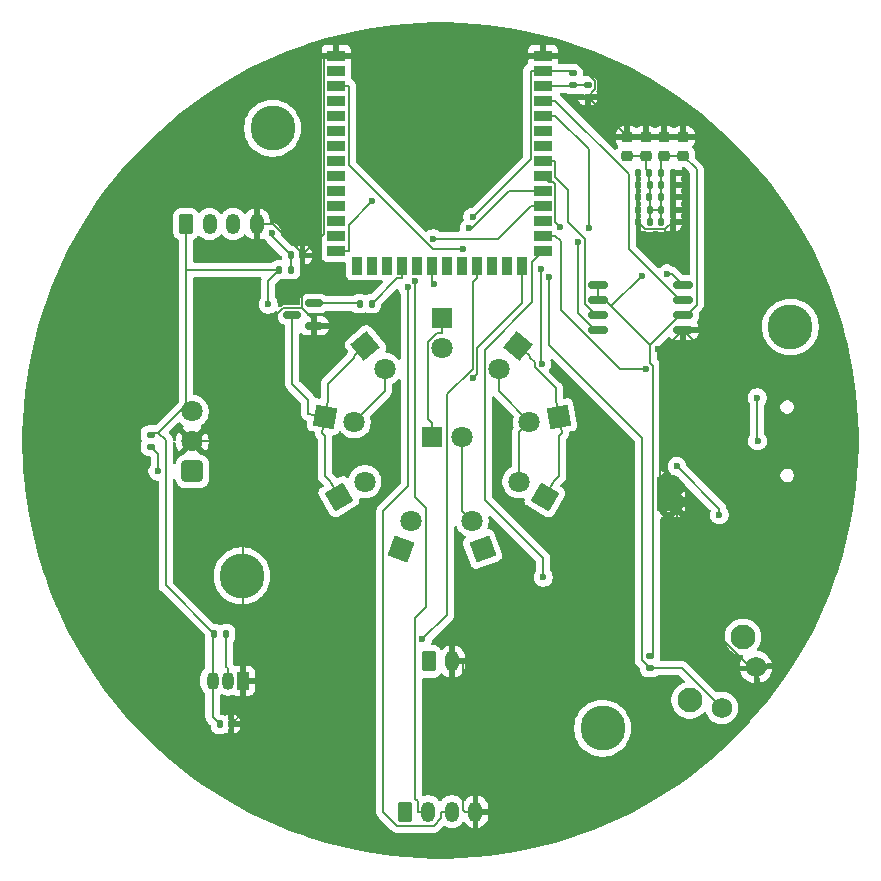
<source format=gbr>
%TF.GenerationSoftware,KiCad,Pcbnew,9.0.2*%
%TF.CreationDate,2025-06-14T23:39:35+05:30*%
%TF.ProjectId,ir hub,69722068-7562-42e6-9b69-6361645f7063,rev?*%
%TF.SameCoordinates,Original*%
%TF.FileFunction,Copper,L2,Bot*%
%TF.FilePolarity,Positive*%
%FSLAX46Y46*%
G04 Gerber Fmt 4.6, Leading zero omitted, Abs format (unit mm)*
G04 Created by KiCad (PCBNEW 9.0.2) date 2025-06-14 23:39:35*
%MOMM*%
%LPD*%
G01*
G04 APERTURE LIST*
G04 Aperture macros list*
%AMRoundRect*
0 Rectangle with rounded corners*
0 $1 Rounding radius*
0 $2 $3 $4 $5 $6 $7 $8 $9 X,Y pos of 4 corners*
0 Add a 4 corners polygon primitive as box body*
4,1,4,$2,$3,$4,$5,$6,$7,$8,$9,$2,$3,0*
0 Add four circle primitives for the rounded corners*
1,1,$1+$1,$2,$3*
1,1,$1+$1,$4,$5*
1,1,$1+$1,$6,$7*
1,1,$1+$1,$8,$9*
0 Add four rect primitives between the rounded corners*
20,1,$1+$1,$2,$3,$4,$5,0*
20,1,$1+$1,$4,$5,$6,$7,0*
20,1,$1+$1,$6,$7,$8,$9,0*
20,1,$1+$1,$8,$9,$2,$3,0*%
%AMRotRect*
0 Rectangle, with rotation*
0 The origin of the aperture is its center*
0 $1 length*
0 $2 width*
0 $3 Rotation angle, in degrees counterclockwise*
0 Add horizontal line*
21,1,$1,$2,0,0,$3*%
G04 Aperture macros list end*
%TA.AperFunction,ComponentPad*%
%ADD10RotRect,1.800000X1.800000X70.000000*%
%TD*%
%TA.AperFunction,ComponentPad*%
%ADD11C,1.800000*%
%TD*%
%TA.AperFunction,ComponentPad*%
%ADD12RotRect,1.800000X1.800000X150.000000*%
%TD*%
%TA.AperFunction,ComponentPad*%
%ADD13R,1.800000X1.800000*%
%TD*%
%TA.AperFunction,ComponentPad*%
%ADD14RoundRect,0.250000X-0.350000X-0.625000X0.350000X-0.625000X0.350000X0.625000X-0.350000X0.625000X0*%
%TD*%
%TA.AperFunction,ComponentPad*%
%ADD15O,1.200000X1.750000*%
%TD*%
%TA.AperFunction,ComponentPad*%
%ADD16C,3.800000*%
%TD*%
%TA.AperFunction,ComponentPad*%
%ADD17RotRect,1.800000X1.800000X30.000000*%
%TD*%
%TA.AperFunction,ComponentPad*%
%ADD18RotRect,1.800000X1.800000X110.000000*%
%TD*%
%TA.AperFunction,ComponentPad*%
%ADD19RotRect,1.800000X1.800000X230.000000*%
%TD*%
%TA.AperFunction,ComponentPad*%
%ADD20RotRect,1.800000X1.800000X310.000000*%
%TD*%
%TA.AperFunction,ComponentPad*%
%ADD21C,2.100000*%
%TD*%
%TA.AperFunction,ComponentPad*%
%ADD22C,1.750000*%
%TD*%
%TA.AperFunction,ComponentPad*%
%ADD23RoundRect,0.250200X0.649800X-0.649800X0.649800X0.649800X-0.649800X0.649800X-0.649800X-0.649800X0*%
%TD*%
%TA.AperFunction,HeatsinkPad*%
%ADD24C,0.500000*%
%TD*%
%TA.AperFunction,HeatsinkPad*%
%ADD25R,1.900000X2.900000*%
%TD*%
%TA.AperFunction,ComponentPad*%
%ADD26RotRect,1.800000X1.800000X190.000000*%
%TD*%
%TA.AperFunction,ComponentPad*%
%ADD27RotRect,1.800000X1.800000X350.000000*%
%TD*%
%TA.AperFunction,ComponentPad*%
%ADD28R,1.050000X1.500000*%
%TD*%
%TA.AperFunction,ComponentPad*%
%ADD29O,1.050000X1.500000*%
%TD*%
%TA.AperFunction,SMDPad,CuDef*%
%ADD30RoundRect,0.135000X0.135000X0.185000X-0.135000X0.185000X-0.135000X-0.185000X0.135000X-0.185000X0*%
%TD*%
%TA.AperFunction,SMDPad,CuDef*%
%ADD31RoundRect,0.135000X-0.135000X-0.185000X0.135000X-0.185000X0.135000X0.185000X-0.135000X0.185000X0*%
%TD*%
%TA.AperFunction,SMDPad,CuDef*%
%ADD32RoundRect,0.140000X-0.140000X-0.170000X0.140000X-0.170000X0.140000X0.170000X-0.140000X0.170000X0*%
%TD*%
%TA.AperFunction,SMDPad,CuDef*%
%ADD33RoundRect,0.150000X0.587500X0.150000X-0.587500X0.150000X-0.587500X-0.150000X0.587500X-0.150000X0*%
%TD*%
%TA.AperFunction,SMDPad,CuDef*%
%ADD34RoundRect,0.225000X-0.250000X0.225000X-0.250000X-0.225000X0.250000X-0.225000X0.250000X0.225000X0*%
%TD*%
%TA.AperFunction,SMDPad,CuDef*%
%ADD35RoundRect,0.135000X-0.185000X0.135000X-0.185000X-0.135000X0.185000X-0.135000X0.185000X0.135000X0*%
%TD*%
%TA.AperFunction,SMDPad,CuDef*%
%ADD36RoundRect,0.140000X-0.170000X0.140000X-0.170000X-0.140000X0.170000X-0.140000X0.170000X0.140000X0*%
%TD*%
%TA.AperFunction,SMDPad,CuDef*%
%ADD37RoundRect,0.225000X0.250000X-0.225000X0.250000X0.225000X-0.250000X0.225000X-0.250000X-0.225000X0*%
%TD*%
%TA.AperFunction,SMDPad,CuDef*%
%ADD38R,1.500000X0.900000*%
%TD*%
%TA.AperFunction,SMDPad,CuDef*%
%ADD39R,0.900000X1.500000*%
%TD*%
%TA.AperFunction,HeatsinkPad*%
%ADD40C,0.600000*%
%TD*%
%TA.AperFunction,HeatsinkPad*%
%ADD41R,3.900000X3.900000*%
%TD*%
%TA.AperFunction,SMDPad,CuDef*%
%ADD42RoundRect,0.162500X0.650000X0.162500X-0.650000X0.162500X-0.650000X-0.162500X0.650000X-0.162500X0*%
%TD*%
%TA.AperFunction,SMDPad,CuDef*%
%ADD43RoundRect,0.135000X0.185000X-0.135000X0.185000X0.135000X-0.185000X0.135000X-0.185000X-0.135000X0*%
%TD*%
%TA.AperFunction,ViaPad*%
%ADD44C,0.600000*%
%TD*%
%TA.AperFunction,Conductor*%
%ADD45C,0.200000*%
%TD*%
G04 APERTURE END LIST*
D10*
%TO.P,D10,1,K*%
%TO.N,Net-(D10-K)*%
X150594500Y-94038800D03*
D11*
%TO.P,D10,2,A*%
%TO.N,VCC*%
X151463231Y-91651981D03*
%TD*%
D12*
%TO.P,D12,1,K*%
%TO.N,Net-(D10-K)*%
X162754600Y-89612900D03*
D11*
%TO.P,D12,2,A*%
%TO.N,VCC*%
X160554895Y-88342900D03*
%TD*%
D13*
%TO.P,D14,1,K*%
%TO.N,Net-(D10-K)*%
X153199600Y-84596000D03*
D11*
%TO.P,D14,2,A*%
%TO.N,VCC*%
X155739600Y-84596000D03*
%TD*%
D14*
%TO.P,J2,1,Pin_1*%
%TO.N,+3.3V*%
X150879900Y-116271700D03*
D15*
%TO.P,J2,2,Pin_2*%
%TO.N,/IO18_SCL*%
X152879900Y-116271700D03*
%TO.P,J2,3,Pin_3*%
%TO.N,/IO17_SDA*%
X154879900Y-116271700D03*
%TO.P,J2,4,Pin_4*%
%TO.N,GND*%
X156879900Y-116271700D03*
%TD*%
D16*
%TO.P,,1*%
%TO.N,N/C*%
X183550650Y-75236419D03*
%TD*%
D17*
%TO.P,D9,1,K*%
%TO.N,Net-(D10-K)*%
X145319800Y-89612900D03*
D11*
%TO.P,D9,2,A*%
%TO.N,VCC*%
X147519505Y-88342900D03*
%TD*%
D18*
%TO.P,D11,1,K*%
%TO.N,Net-(D10-K)*%
X157480000Y-94038800D03*
D11*
%TO.P,D11,2,A*%
%TO.N,VCC*%
X156611269Y-91651981D03*
%TD*%
D16*
%TO.P,,1*%
%TO.N,N/C*%
X139700000Y-58420000D03*
%TD*%
%TO.P,,1*%
%TO.N,N/C*%
X137101413Y-96302615D03*
%TD*%
D19*
%TO.P,D5,1,K*%
%TO.N,Net-(D10-K)*%
X160507500Y-76868900D03*
D11*
%TO.P,D5,2,A*%
%TO.N,VCC*%
X158874819Y-78814653D03*
%TD*%
D13*
%TO.P,D6,1,K*%
%TO.N,Net-(D10-K)*%
X154037200Y-74513900D03*
D11*
%TO.P,D6,2,A*%
%TO.N,VCC*%
X154037200Y-77053900D03*
%TD*%
D20*
%TO.P,D7,1,K*%
%TO.N,Net-(D10-K)*%
X147566900Y-76868900D03*
D11*
%TO.P,D7,2,A*%
%TO.N,VCC*%
X149199581Y-78814653D03*
%TD*%
D21*
%TO.P,SW1,*%
%TO.N,*%
X179530034Y-101476503D03*
X175024092Y-106846476D03*
D22*
%TO.P,SW1,1,1*%
%TO.N,GND*%
X180634000Y-104034600D03*
%TO.P,SW1,2,2*%
%TO.N,/IO2*%
X177741456Y-107481800D03*
%TD*%
D16*
%TO.P,REF\u002A\u002A,1*%
%TO.N,N/C*%
X167640000Y-109220000D03*
%TD*%
D23*
%TO.P,U1,1,OUT*%
%TO.N,/IO3*%
X132904800Y-87471400D03*
D11*
%TO.P,U1,2,GND*%
%TO.N,GND*%
X132904800Y-84931400D03*
%TO.P,U1,3,Vs*%
%TO.N,+3.3V*%
X132904800Y-82391400D03*
%TD*%
D24*
%TO.P,U3,9,EPAD*%
%TO.N,GND*%
X173902700Y-90607800D03*
X173902700Y-89407800D03*
X173902700Y-88207800D03*
D25*
X173202700Y-89407800D03*
D24*
X172502700Y-90607800D03*
X172502700Y-89407800D03*
X172502700Y-88207800D03*
%TD*%
D26*
%TO.P,D13,1,K*%
%TO.N,Net-(D10-K)*%
X163950300Y-82831900D03*
D11*
%TO.P,D13,2,A*%
%TO.N,VCC*%
X161448888Y-83272966D03*
%TD*%
D27*
%TO.P,D8,1,K*%
%TO.N,Net-(D10-K)*%
X144124200Y-82831900D03*
D11*
%TO.P,D8,2,A*%
%TO.N,VCC*%
X146625612Y-83272966D03*
%TD*%
D28*
%TO.P,U2,1,GND*%
%TO.N,GND*%
X137160000Y-105193300D03*
D29*
%TO.P,U2,2,DQ*%
%TO.N,/IO10*%
X135890000Y-105193300D03*
%TO.P,U2,3,V_{DD}*%
%TO.N,+3.3V*%
X134620000Y-105193300D03*
%TD*%
D14*
%TO.P,J3,1,Pin_1*%
%TO.N,+3.3V*%
X132361300Y-66520500D03*
D15*
%TO.P,J3,2,Pin_2*%
%TO.N,/IO18_SCL*%
X134361301Y-66520499D03*
%TO.P,J3,3,Pin_3*%
%TO.N,/IO17_SDA*%
X136361299Y-66520501D03*
%TO.P,J3,4,Pin_4*%
%TO.N,GND*%
X138361300Y-66520500D03*
%TD*%
D30*
%TO.P,R8,1*%
%TO.N,/IO21*%
X148081600Y-73270500D03*
%TO.P,R8,2*%
%TO.N,Net-(Q1-B)*%
X147061600Y-73270500D03*
%TD*%
D31*
%TO.P,R11,1*%
%TO.N,+3.3V*%
X140255900Y-70396100D03*
%TO.P,R11,2*%
%TO.N,Net-(En_Boot1-A)*%
X141275900Y-70396100D03*
%TD*%
D32*
%TO.P,C9,1*%
%TO.N,+3.3V*%
X172618000Y-66367600D03*
%TO.P,C9,2*%
%TO.N,GND*%
X173578000Y-66367600D03*
%TD*%
%TO.P,C1,1*%
%TO.N,+3.3V*%
X135233700Y-108885800D03*
%TO.P,C1,2*%
%TO.N,GND*%
X136193700Y-108885800D03*
%TD*%
D33*
%TO.P,Q1,1,B*%
%TO.N,Net-(Q1-B)*%
X143240400Y-73243900D03*
%TO.P,Q1,2,E*%
%TO.N,GND*%
X143240400Y-75143900D03*
%TO.P,Q1,3,C*%
%TO.N,Net-(D10-K)*%
X141365400Y-74193900D03*
%TD*%
D34*
%TO.P,C20,1*%
%TO.N,GND*%
X174462900Y-59182400D03*
%TO.P,C20,2*%
%TO.N,+3.3V*%
X174462900Y-60732400D03*
%TD*%
D30*
%TO.P,R5,1*%
%TO.N,/IO10*%
X135781300Y-101214300D03*
%TO.P,R5,2*%
%TO.N,+3.3V*%
X134761300Y-101214300D03*
%TD*%
D35*
%TO.P,R10,1*%
%TO.N,+3.3V*%
X165179000Y-53754400D03*
%TO.P,R10,2*%
%TO.N,/EN*%
X165179000Y-54774400D03*
%TD*%
D32*
%TO.P,C22,1*%
%TO.N,Net-(En_Boot1-A)*%
X141273000Y-69185200D03*
%TO.P,C22,2*%
%TO.N,GND*%
X142233000Y-69185200D03*
%TD*%
%TO.P,C21,1*%
%TO.N,GND*%
X170655100Y-66366900D03*
%TO.P,C21,2*%
%TO.N,+3.3V*%
X171615100Y-66366900D03*
%TD*%
%TO.P,C16,1*%
%TO.N,GND*%
X170655100Y-63226500D03*
%TO.P,C16,2*%
%TO.N,+3.3V*%
X171615100Y-63226500D03*
%TD*%
%TO.P,C11,1*%
%TO.N,+3.3V*%
X172609800Y-64271900D03*
%TO.P,C11,2*%
%TO.N,GND*%
X173569800Y-64271900D03*
%TD*%
D35*
%TO.P,R9,1*%
%TO.N,+3.3V*%
X171667600Y-103124800D03*
%TO.P,R9,2*%
%TO.N,/IO2*%
X171667600Y-104144800D03*
%TD*%
D32*
%TO.P,C13,1*%
%TO.N,+3.3V*%
X172613900Y-62176100D03*
%TO.P,C13,2*%
%TO.N,GND*%
X173573900Y-62176100D03*
%TD*%
%TO.P,C17,1*%
%TO.N,GND*%
X170650700Y-64276200D03*
%TO.P,C17,2*%
%TO.N,+3.3V*%
X171610700Y-64276200D03*
%TD*%
%TO.P,C15,1*%
%TO.N,GND*%
X170650700Y-62181200D03*
%TO.P,C15,2*%
%TO.N,+3.3V*%
X171610700Y-62181200D03*
%TD*%
D36*
%TO.P,C7,1*%
%TO.N,/EN*%
X166389800Y-54787600D03*
%TO.P,C7,2*%
%TO.N,GND*%
X166389800Y-55747600D03*
%TD*%
D32*
%TO.P,C12,1*%
%TO.N,+3.3V*%
X172613900Y-63224000D03*
%TO.P,C12,2*%
%TO.N,GND*%
X173573900Y-63224000D03*
%TD*%
D37*
%TO.P,C8,1*%
%TO.N,+3.3V*%
X169736600Y-60722100D03*
%TO.P,C8,2*%
%TO.N,GND*%
X169736600Y-59172100D03*
%TD*%
D38*
%TO.P,U5,1,GND*%
%TO.N,GND*%
X162595100Y-52275400D03*
%TO.P,U5,2,3V3*%
%TO.N,+3.3V*%
X162595100Y-53545400D03*
%TO.P,U5,3,EN*%
%TO.N,/EN*%
X162595100Y-54815400D03*
%TO.P,U5,4,IO4*%
%TO.N,/IO4*%
X162595100Y-56085400D03*
%TO.P,U5,5,IO5*%
%TO.N,/IO5*%
X162595100Y-57355400D03*
%TO.P,U5,6,IO6*%
%TO.N,unconnected-(U5-IO6-Pad6)*%
X162595100Y-58625400D03*
%TO.P,U5,7,IO7*%
%TO.N,unconnected-(U5-IO7-Pad7)*%
X162595100Y-59895400D03*
%TO.P,U5,8,IO15*%
%TO.N,/IO15*%
X162595100Y-61165400D03*
%TO.P,U5,9,IO16*%
%TO.N,/IO16*%
X162595100Y-62435400D03*
%TO.P,U5,10,IO17*%
%TO.N,/IO17_SDA*%
X162595100Y-63705400D03*
%TO.P,U5,11,IO18*%
%TO.N,/IO18_SCL*%
X162595100Y-64975400D03*
%TO.P,U5,12,IO8*%
%TO.N,unconnected-(U5-IO8-Pad12)*%
X162595100Y-66245400D03*
%TO.P,U5,13,USB_D-/IO19*%
%TO.N,/DN*%
X162595100Y-67515400D03*
%TO.P,U5,14,USB_D+/IO20*%
%TO.N,/DP*%
X162595100Y-68785400D03*
D39*
%TO.P,U5,15,IO3*%
%TO.N,/IO3*%
X160830100Y-70035400D03*
%TO.P,U5,16,IO46*%
%TO.N,unconnected-(U5-IO46-Pad16)*%
X159560100Y-70035400D03*
%TO.P,U5,17,IO9*%
%TO.N,unconnected-(U5-IO9-Pad17)*%
X158290100Y-70035400D03*
%TO.P,U5,18,IO10*%
%TO.N,/IO10*%
X157020100Y-70035400D03*
%TO.P,U5,19,IO11*%
%TO.N,unconnected-(U5-IO11-Pad19)*%
X155750100Y-70035400D03*
%TO.P,U5,20,IO12*%
%TO.N,unconnected-(U5-IO12-Pad20)*%
X154480100Y-70035400D03*
%TO.P,U5,21,IO13*%
%TO.N,/IO13*%
X153210100Y-70035400D03*
%TO.P,U5,22,IO14*%
%TO.N,unconnected-(U5-IO14-Pad22)*%
X151940100Y-70035400D03*
%TO.P,U5,23,IO21*%
%TO.N,/IO21*%
X150670100Y-70035400D03*
%TO.P,U5,24,IO47*%
%TO.N,unconnected-(U5-IO47-Pad24)*%
X149400100Y-70035400D03*
%TO.P,U5,25,IO48*%
%TO.N,unconnected-(U5-IO48-Pad25)*%
X148130100Y-70035400D03*
%TO.P,U5,26,IO45*%
%TO.N,unconnected-(U5-IO45-Pad26)*%
X146860100Y-70035400D03*
D38*
%TO.P,U5,27,IO0*%
%TO.N,Net-(En_Boot1-A)*%
X145095100Y-68785400D03*
%TO.P,U5,28,NC*%
%TO.N,unconnected-(U5-NC-Pad28)*%
X145095100Y-67515400D03*
%TO.P,U5,29,NC*%
%TO.N,unconnected-(U5-NC-Pad29)*%
X145095100Y-66245400D03*
%TO.P,U5,30,NC*%
%TO.N,unconnected-(U5-NC-Pad30)*%
X145095100Y-64975400D03*
%TO.P,U5,31,IO38*%
%TO.N,unconnected-(U5-IO38-Pad31)*%
X145095100Y-63705400D03*
%TO.P,U5,32,MTCK/IO39*%
%TO.N,unconnected-(U5-MTCK{slash}IO39-Pad32)*%
X145095100Y-62435400D03*
%TO.P,U5,33,MTDO/IO40*%
%TO.N,unconnected-(U5-MTDO{slash}IO40-Pad33)*%
X145095100Y-61165400D03*
%TO.P,U5,34,MTDI/IO41*%
%TO.N,unconnected-(U5-MTDI{slash}IO41-Pad34)*%
X145095100Y-59895400D03*
%TO.P,U5,35,MTMS/IO42*%
%TO.N,unconnected-(U5-MTMS{slash}IO42-Pad35)*%
X145095100Y-58625400D03*
%TO.P,U5,36,RXD0/IO44*%
%TO.N,unconnected-(U5-RXD0{slash}IO44-Pad36)*%
X145095100Y-57355400D03*
%TO.P,U5,37,TXD0/IO43*%
%TO.N,unconnected-(U5-TXD0{slash}IO43-Pad37)*%
X145095100Y-56085400D03*
%TO.P,U5,38,IO2*%
%TO.N,/IO2*%
X145095100Y-54815400D03*
%TO.P,U5,39,IO1*%
%TO.N,unconnected-(U5-IO1-Pad39)*%
X145095100Y-53545400D03*
%TO.P,U5,40,GND*%
%TO.N,GND*%
X145095100Y-52275400D03*
D40*
%TO.P,U5,41,GND*%
X156745100Y-60695400D03*
X156745100Y-59295400D03*
X156045100Y-61395400D03*
X156045100Y-59995400D03*
X156045100Y-58595400D03*
X155345100Y-60695400D03*
D41*
X155345100Y-59995400D03*
D40*
X155345100Y-59295400D03*
X154645100Y-61395400D03*
X154645100Y-59995400D03*
X154645100Y-58595400D03*
X153945100Y-60695400D03*
X153945100Y-59295400D03*
%TD*%
D37*
%TO.P,C19,1*%
%TO.N,+3.3V*%
X172879600Y-60732400D03*
%TO.P,C19,2*%
%TO.N,GND*%
X172879600Y-59182400D03*
%TD*%
D32*
%TO.P,C18,1*%
%TO.N,GND*%
X170655100Y-65321600D03*
%TO.P,C18,2*%
%TO.N,+3.3V*%
X171615100Y-65321600D03*
%TD*%
%TO.P,C10,1*%
%TO.N,+3.3V*%
X172608700Y-65319500D03*
%TO.P,C10,2*%
%TO.N,GND*%
X173568700Y-65319500D03*
%TD*%
D14*
%TO.P,J4,1,Pin_1*%
%TO.N,+BATT*%
X152912000Y-103552300D03*
D15*
%TO.P,J4,2,Pin_2*%
%TO.N,GND*%
X154912000Y-103552300D03*
%TD*%
D37*
%TO.P,C14,1*%
%TO.N,+3.3V*%
X171301000Y-60733100D03*
%TO.P,C14,2*%
%TO.N,GND*%
X171301000Y-59183100D03*
%TD*%
D42*
%TO.P,U6,1,~{CS}*%
%TO.N,/IO13*%
X174470000Y-71687900D03*
%TO.P,U6,2,DO/IO_{1}*%
%TO.N,/IO4*%
X174470000Y-72957900D03*
%TO.P,U6,3,~{WP}/IO_{2}*%
%TO.N,+3.3V*%
X174470000Y-74227900D03*
%TO.P,U6,4,GND*%
%TO.N,GND*%
X174470000Y-75497900D03*
%TO.P,U6,5,DI/IO_{0}*%
%TO.N,/IO5*%
X167295000Y-75497900D03*
%TO.P,U6,6,CLK*%
%TO.N,/IO15*%
X167295000Y-74227900D03*
%TO.P,U6,7,~{HOLD}/~{RESET}/IO_{3}*%
%TO.N,+3.3V*%
X167295000Y-72957900D03*
%TO.P,U6,8,VCC*%
X167295000Y-71687900D03*
%TD*%
D43*
%TO.P,R1,1*%
%TO.N,/IO3*%
X129374700Y-85368400D03*
%TO.P,R1,2*%
%TO.N,+3.3V*%
X129374700Y-84348400D03*
%TD*%
D44*
%TO.N,+3.3V*%
X156652600Y-65941300D03*
X170937500Y-70891400D03*
X139347800Y-73327200D03*
%TO.N,GND*%
X172317500Y-77112600D03*
X177656900Y-86771400D03*
X173118200Y-68443200D03*
%TO.N,Net-(En_Boot1-A)*%
X148153800Y-64556600D03*
X139620000Y-67247100D03*
%TO.N,Net-(D1-A)*%
X177532000Y-91156100D03*
X173938600Y-87025900D03*
%TO.N,/DN*%
X171335900Y-78792400D03*
X180740700Y-81234900D03*
X180761600Y-84893600D03*
%TO.N,/DP*%
X162619000Y-96436400D03*
%TO.N,/IO17_SDA*%
X156328100Y-66878200D03*
X151151600Y-71852900D03*
%TO.N,/IO18_SCL*%
X153310900Y-67771900D03*
X151796600Y-71335900D03*
%TO.N,/IO3*%
X156690700Y-79557200D03*
X129990700Y-87444200D03*
%TO.N,/IO10*%
X152393600Y-101688900D03*
%TO.N,/IO16*%
X164076000Y-66769400D03*
X162413500Y-70349700D03*
X162483800Y-78366300D03*
%TO.N,/IO2*%
X155865000Y-68641600D03*
X163081500Y-70985200D03*
%TO.N,/IO13*%
X173082900Y-70743200D03*
X153401900Y-71564000D03*
%TO.N,/IO5*%
X165564000Y-68031000D03*
X166492600Y-66885000D03*
%TD*%
D45*
%TO.N,+3.3V*%
X168362300Y-73466600D02*
X171667600Y-76772000D01*
X135233700Y-108885800D02*
X134620000Y-108272100D01*
X162595100Y-53545400D02*
X164970000Y-53545400D01*
X171301000Y-61871500D02*
X171610700Y-62181200D01*
X171290000Y-60722100D02*
X171301000Y-60733100D01*
X170937500Y-70891400D02*
X168362300Y-73466600D01*
X134761300Y-101214300D02*
X134620000Y-101355600D01*
X172609800Y-63228100D02*
X172609800Y-64271900D01*
X174470000Y-74227900D02*
X174748300Y-74227900D01*
X130034800Y-84174400D02*
X132361300Y-81847900D01*
X171615100Y-64271800D02*
X171615100Y-63226500D01*
X167853500Y-72957900D02*
X168362300Y-73466600D01*
X171615100Y-64280600D02*
X171615100Y-65321600D01*
X172613900Y-63224000D02*
X172609800Y-63228100D01*
X130034700Y-84174400D02*
X129548700Y-84174400D01*
X175618500Y-61888000D02*
X174462900Y-60732400D01*
X172608700Y-66358300D02*
X172608700Y-65321600D01*
X156652600Y-65941300D02*
X161543400Y-61050500D01*
X171301000Y-60733100D02*
X171301000Y-61871500D01*
X174462900Y-60732400D02*
X172879600Y-60732400D01*
X172613900Y-60998100D02*
X172613900Y-62176100D01*
X132361300Y-70396100D02*
X132361300Y-81847900D01*
X171937600Y-78543200D02*
X171667600Y-78273200D01*
X172608700Y-65321600D02*
X171615100Y-65321600D01*
X164970000Y-53545400D02*
X165179000Y-53754400D01*
X172608700Y-65321600D02*
X172608700Y-65319500D01*
X134620000Y-101355600D02*
X134620000Y-105193300D01*
X130658000Y-84797700D02*
X130034800Y-84174400D01*
X172609800Y-65318400D02*
X172609800Y-64271900D01*
X171610700Y-63222100D02*
X171610700Y-62181200D01*
X130658000Y-97111000D02*
X130658000Y-84797700D01*
X140255900Y-70396100D02*
X139347800Y-71304200D01*
X171610700Y-64276200D02*
X171615100Y-64280600D01*
X171610700Y-64276200D02*
X171615100Y-64271800D01*
X140255900Y-70396100D02*
X132361300Y-70396100D01*
X134620000Y-108272100D02*
X134620000Y-105193300D01*
X161543400Y-61050500D02*
X161543400Y-53545400D01*
X175618500Y-73357700D02*
X175618500Y-61888000D01*
X139347800Y-71304200D02*
X139347800Y-73327200D01*
X132361300Y-66520500D02*
X132361300Y-70396100D01*
X169736600Y-60722100D02*
X171290000Y-60722100D01*
X167295000Y-72957900D02*
X167853500Y-72957900D01*
X129548700Y-84174400D02*
X129374700Y-84348400D01*
X171667600Y-78273200D02*
X171667600Y-76772000D01*
X172879600Y-60732400D02*
X172613900Y-60998100D01*
X171615100Y-63226500D02*
X171610700Y-63222100D01*
X174748300Y-74227900D02*
X175618500Y-73357700D01*
X162595100Y-53545400D02*
X161543400Y-53545400D01*
X174211700Y-74227900D02*
X174470000Y-74227900D01*
X134761300Y-101214300D02*
X130658000Y-97111000D01*
X171615100Y-66366900D02*
X171615100Y-65321600D01*
X172613900Y-63224000D02*
X172613900Y-62176100D01*
X171937600Y-102854800D02*
X171937600Y-78543200D01*
X132361300Y-81847900D02*
X132904800Y-82391400D01*
X171667600Y-76772000D02*
X174211700Y-74227900D01*
X171667600Y-103124800D02*
X171937600Y-102854800D01*
X167295000Y-72957900D02*
X167295000Y-71687900D01*
X172608700Y-65319500D02*
X172609800Y-65318400D01*
X172618000Y-66367600D02*
X172608700Y-66358300D01*
X130034800Y-84174400D02*
X130034700Y-84174400D01*
%TO.N,GND*%
X169747600Y-59183100D02*
X171301000Y-59183100D01*
X171272300Y-66984100D02*
X172961500Y-66984100D01*
X137160000Y-84931400D02*
X137160000Y-76976900D01*
X173573900Y-64267800D02*
X173569800Y-64271900D01*
X170650700Y-63222100D02*
X170650700Y-62181200D01*
X142157200Y-73591600D02*
X143240400Y-74674800D01*
X132904800Y-84931400D02*
X137160000Y-84931400D01*
X172879600Y-59182400D02*
X174462900Y-59182400D01*
X173573900Y-62176100D02*
X173573900Y-63224000D01*
X172961500Y-66984100D02*
X172961500Y-68286500D01*
X172502700Y-89407800D02*
X172502700Y-88207800D01*
X172586400Y-77381500D02*
X174470000Y-75497900D01*
X172878900Y-59183100D02*
X172879600Y-59182400D01*
X154912000Y-103552300D02*
X155813700Y-103552300D01*
X170650700Y-64276200D02*
X170655100Y-64280600D01*
X169736600Y-59172100D02*
X169747600Y-59183100D01*
X155345100Y-59995400D02*
X155345100Y-59295400D01*
X154645100Y-61395400D02*
X154645100Y-59995400D01*
X170655100Y-66366900D02*
X171272300Y-66984100D01*
X170655100Y-64280600D02*
X170655100Y-65321600D01*
X164885300Y-52275400D02*
X162595100Y-52275400D01*
X156879900Y-116271700D02*
X155978200Y-116271700D01*
X156045100Y-59995400D02*
X156045100Y-58595400D01*
X169736600Y-59094400D02*
X169736600Y-59172100D01*
X173902700Y-97838800D02*
X173902700Y-90607800D01*
X173568700Y-66358300D02*
X173568700Y-65319500D01*
X170650700Y-64276200D02*
X170655100Y-64271800D01*
X174470000Y-75497900D02*
X177656900Y-78684800D01*
X167023400Y-54413500D02*
X164885300Y-52275400D01*
X156745100Y-57073700D02*
X156745100Y-59295400D01*
X173902700Y-90607800D02*
X173902700Y-89407800D01*
X172961500Y-68286500D02*
X173118200Y-68443200D01*
X156745100Y-59295400D02*
X156745100Y-60695400D01*
X142233000Y-69185200D02*
X142157200Y-69261000D01*
X142233000Y-69009200D02*
X142233000Y-69185200D01*
X139744300Y-66520500D02*
X142233000Y-69009200D01*
X144043400Y-67374800D02*
X142233000Y-69185200D01*
X137160000Y-105193300D02*
X137160000Y-84931400D01*
X155345100Y-60695400D02*
X155345100Y-59995400D01*
X170655100Y-65321600D02*
X170655100Y-66366900D01*
X138361300Y-66520500D02*
X139744300Y-66520500D01*
X173569800Y-65318400D02*
X173569800Y-64271900D01*
X140545300Y-73591600D02*
X142157200Y-73591600D01*
X171301000Y-59183100D02*
X172878900Y-59183100D01*
X166389800Y-55747600D02*
X169736600Y-59094400D01*
X154645100Y-58595400D02*
X154645100Y-59995400D01*
X172586400Y-77381500D02*
X172317500Y-77112600D01*
X180098500Y-104034600D02*
X173902700Y-97838800D01*
X172502700Y-77465200D02*
X172586400Y-77381500D01*
X173568700Y-65319500D02*
X173569800Y-65318400D01*
X172502700Y-88207800D02*
X172502700Y-77465200D01*
X172961500Y-66984100D02*
X173578000Y-66367600D01*
X173902700Y-88207800D02*
X173902700Y-89407800D01*
X137160000Y-76976900D02*
X140545300Y-73591600D01*
X167023400Y-55114000D02*
X167023400Y-54413500D01*
X173578000Y-66367600D02*
X173568700Y-66358300D01*
X155813700Y-116107200D02*
X155978200Y-116271700D01*
X137160000Y-105193300D02*
X137160000Y-107919500D01*
X145095100Y-52275400D02*
X144043400Y-52275400D01*
X142157200Y-69261000D02*
X142157200Y-73591600D01*
X166389800Y-55747600D02*
X167023400Y-55114000D01*
X162595100Y-52275400D02*
X161543400Y-52275400D01*
X177656900Y-78684800D02*
X177656900Y-86771400D01*
X161543400Y-52275400D02*
X156745100Y-57073700D01*
X170655100Y-63226500D02*
X170650700Y-63222100D01*
X173573900Y-63224000D02*
X173573900Y-64267800D01*
X143240400Y-74674800D02*
X143240400Y-75143900D01*
X155813700Y-103552300D02*
X155813700Y-116107200D01*
X172502700Y-90607800D02*
X172502700Y-89407800D01*
X153945100Y-59295400D02*
X153945100Y-60695400D01*
X137160000Y-107919500D02*
X136193700Y-108885800D01*
X180634000Y-104034600D02*
X180098500Y-104034600D01*
X170655100Y-64271800D02*
X170655100Y-63226500D01*
X155345100Y-59995400D02*
X156045100Y-59995400D01*
X173202700Y-89407800D02*
X172502700Y-89407800D01*
X144043400Y-52275400D02*
X144043400Y-67374800D01*
%TO.N,VCC*%
X158874800Y-80698900D02*
X158874800Y-78814700D01*
X160555000Y-84166900D02*
X160555000Y-88342900D01*
X155739600Y-90780300D02*
X156611300Y-91652000D01*
X161448900Y-83273000D02*
X158874800Y-80698900D01*
X146625600Y-83273000D02*
X149199600Y-80699000D01*
X155739600Y-84596000D02*
X155739600Y-90780300D01*
X161448900Y-83273000D02*
X160555000Y-84166900D01*
X160555000Y-88342900D02*
X160554900Y-88342900D01*
X149199600Y-80699000D02*
X149199600Y-78814700D01*
%TO.N,/EN*%
X162595100Y-54815400D02*
X165138000Y-54815400D01*
X165138000Y-54815400D02*
X165179000Y-54774400D01*
X165192200Y-54787600D02*
X165179000Y-54774400D01*
X166389800Y-54787600D02*
X165192200Y-54787600D01*
%TO.N,Net-(En_Boot1-A)*%
X141275900Y-69188100D02*
X141275900Y-70396100D01*
X146146800Y-68785400D02*
X146146800Y-66563600D01*
X145095100Y-68785400D02*
X146146800Y-68785400D01*
X139620000Y-67247100D02*
X139620000Y-67532200D01*
X146146800Y-66563600D02*
X148153800Y-64556600D01*
X141273000Y-69185200D02*
X141275900Y-69188100D01*
X139620000Y-67532200D02*
X141273000Y-69185200D01*
%TO.N,Net-(D1-A)*%
X177532000Y-91156100D02*
X177532000Y-90619300D01*
X177532000Y-90619300D02*
X173938600Y-87025900D01*
%TO.N,Net-(D10-K)*%
X161882100Y-78243500D02*
X161882100Y-78615400D01*
X154037200Y-74513900D02*
X154037200Y-75715600D01*
X161508500Y-77708900D02*
X161508400Y-77709000D01*
X144124200Y-82831900D02*
X142732000Y-82586500D01*
X162754600Y-89612900D02*
X163516500Y-88293400D01*
X144369600Y-80066200D02*
X146566000Y-77869800D01*
X153661600Y-75715600D02*
X154037200Y-75715600D01*
X145319800Y-89612900D02*
X144557900Y-88293400D01*
X152835500Y-83030200D02*
X152835500Y-76541700D01*
X144124200Y-84469500D02*
X143878800Y-84224100D01*
X146566000Y-77869800D02*
X146566000Y-77709000D01*
X163704900Y-80438200D02*
X163704900Y-81439700D01*
X163950300Y-84469500D02*
X164195700Y-84224100D01*
X163950300Y-82831900D02*
X164195700Y-84224100D01*
X147566900Y-76868900D02*
X146565900Y-77708900D01*
X141365400Y-80073100D02*
X141365400Y-74193900D01*
X144124200Y-82831900D02*
X144369600Y-81439700D01*
X144369600Y-81439700D02*
X144369600Y-80066200D01*
X153199600Y-84596000D02*
X153199600Y-83394300D01*
X160507500Y-76868900D02*
X161508500Y-77708900D01*
X144124200Y-82831900D02*
X143878800Y-84224100D01*
X153199600Y-83394300D02*
X152835500Y-83030200D01*
X146566000Y-77709000D02*
X146565900Y-77708900D01*
X161508400Y-77869800D02*
X161882100Y-78243500D01*
X142732000Y-82586500D02*
X142732000Y-81439700D01*
X161882100Y-78615400D02*
X163704900Y-80438200D01*
X142732000Y-81439700D02*
X141365400Y-80073100D01*
X163516500Y-88293400D02*
X163950300Y-87859600D01*
X163950300Y-82831900D02*
X163704900Y-81439700D01*
X163950300Y-87859600D02*
X163950300Y-84469500D01*
X152835500Y-76541700D02*
X153661600Y-75715600D01*
X144124200Y-87859700D02*
X144124200Y-84469500D01*
X144557900Y-88293400D02*
X144124200Y-87859700D01*
X161508400Y-77709000D02*
X161508400Y-77869800D01*
%TO.N,/DN*%
X169085100Y-78792400D02*
X164108000Y-73815300D01*
X180740700Y-84872700D02*
X180761600Y-84893600D01*
X164108000Y-67976600D02*
X163646800Y-67515400D01*
X162595100Y-67515400D02*
X163646800Y-67515400D01*
X164108000Y-73815300D02*
X164108000Y-67976600D01*
X171335900Y-78792400D02*
X169085100Y-78792400D01*
X180740700Y-81234900D02*
X180740700Y-84872700D01*
%TO.N,/DP*%
X161675200Y-73149500D02*
X157672500Y-77152200D01*
X162619000Y-94827800D02*
X162619000Y-96436400D01*
X162595100Y-68785400D02*
X161675200Y-69705300D01*
X161675200Y-69705300D02*
X161675200Y-73149500D01*
X157672500Y-89881300D02*
X162619000Y-94827800D01*
X157672500Y-77152200D02*
X157672500Y-89881300D01*
%TO.N,/IO17_SDA*%
X153358300Y-117455200D02*
X150249400Y-117455200D01*
X150249400Y-117455200D02*
X149088800Y-116294600D01*
X153978200Y-116835300D02*
X153358300Y-117455200D01*
X153978200Y-116271700D02*
X153978200Y-116835300D01*
X151151600Y-88727100D02*
X151151600Y-71852900D01*
X159739400Y-63705400D02*
X162595100Y-63705400D01*
X156566600Y-66878200D02*
X159739400Y-63705400D01*
X149088800Y-116294600D02*
X149088800Y-90789900D01*
X156328100Y-66878200D02*
X156566600Y-66878200D01*
X149088800Y-90789900D02*
X151151600Y-88727100D01*
X154879900Y-116271700D02*
X153978200Y-116271700D01*
%TO.N,/IO18_SCL*%
X151978200Y-115370000D02*
X151781100Y-115172900D01*
X153310900Y-67771900D02*
X158746900Y-67771900D01*
X151796600Y-89663100D02*
X151796600Y-71335900D01*
X152686700Y-90553200D02*
X151796600Y-89663100D01*
X151781100Y-115172900D02*
X151781100Y-99853000D01*
X152879900Y-116271700D02*
X151978200Y-116271700D01*
X151781100Y-99853000D02*
X152686700Y-98947400D01*
X152686700Y-98947400D02*
X152686700Y-90553200D01*
X158746900Y-67771900D02*
X161543400Y-64975400D01*
X162595100Y-64975400D02*
X161543400Y-64975400D01*
X151978200Y-116271700D02*
X151978200Y-115370000D01*
%TO.N,Net-(Q1-B)*%
X147035000Y-73243900D02*
X147061600Y-73270500D01*
X143240400Y-73243900D02*
X147035000Y-73243900D01*
%TO.N,/IO3*%
X157037800Y-77019100D02*
X157037800Y-79210100D01*
X160830100Y-70035400D02*
X160830100Y-73226800D01*
X160830100Y-73226800D02*
X157037800Y-77019100D01*
X157037800Y-79210100D02*
X156690700Y-79557200D01*
X129990700Y-85984400D02*
X129990700Y-87444200D01*
X129374700Y-85368400D02*
X129990700Y-85984400D01*
%TO.N,/IO10*%
X156636100Y-78761000D02*
X154469500Y-80927600D01*
X154469500Y-99613000D02*
X152393600Y-101688900D01*
X135781300Y-101214300D02*
X135781300Y-104032900D01*
X154469500Y-80927600D02*
X154469500Y-99613000D01*
X157020100Y-71087100D02*
X156636100Y-71471100D01*
X157020100Y-70035400D02*
X157020100Y-71087100D01*
X156636100Y-71471100D02*
X156636100Y-78761000D01*
X135781300Y-104032900D02*
X135890000Y-104141600D01*
X135890000Y-105193300D02*
X135890000Y-104141600D01*
%TO.N,/IO16*%
X163470100Y-62953700D02*
X163113400Y-62953700D01*
X164076000Y-66769400D02*
X163646800Y-66340200D01*
X163646800Y-63130400D02*
X163470100Y-62953700D01*
X163646800Y-66340200D02*
X163646800Y-63130400D01*
X163113400Y-62953700D02*
X162595100Y-62435400D01*
X162413500Y-70349700D02*
X162413500Y-78296000D01*
X162413500Y-78296000D02*
X162483800Y-78366300D01*
%TO.N,/IO21*%
X150670100Y-70035400D02*
X150670100Y-71087100D01*
X148081600Y-73270500D02*
X150265000Y-71087100D01*
X150265000Y-71087100D02*
X150670100Y-71087100D01*
%TO.N,/IO2*%
X170945600Y-103422800D02*
X171667600Y-104144800D01*
X146146800Y-61510500D02*
X153277900Y-68641600D01*
X170945600Y-84611900D02*
X170945600Y-103422800D01*
X177741500Y-107481800D02*
X174404500Y-104144800D01*
X163081500Y-70985200D02*
X163081500Y-76747800D01*
X174404500Y-104144800D02*
X171667600Y-104144800D01*
X163081500Y-76747800D02*
X170945600Y-84611900D01*
X146146800Y-54815400D02*
X146146800Y-61510500D01*
X145095100Y-54815400D02*
X146146800Y-54815400D01*
X153277900Y-68641600D02*
X155865000Y-68641600D01*
%TO.N,/IO13*%
X153210100Y-71372200D02*
X153210100Y-70035400D01*
X153401900Y-71564000D02*
X153210100Y-71372200D01*
X173082900Y-70743200D02*
X173525300Y-70743200D01*
X173525300Y-70743200D02*
X174470000Y-71687900D01*
%TO.N,/IO5*%
X165564000Y-74035900D02*
X165564000Y-68031000D01*
X166492600Y-60201200D02*
X166492600Y-66885000D01*
X162595100Y-57355400D02*
X163646800Y-57355400D01*
X167295000Y-75497900D02*
X167026000Y-75497900D01*
X163646800Y-57355400D02*
X166492600Y-60201200D01*
X167026000Y-75497900D02*
X165564000Y-74035900D01*
%TO.N,/IO4*%
X169849800Y-62288400D02*
X169849800Y-68617800D01*
X174189900Y-72957900D02*
X174470000Y-72957900D01*
X169849800Y-68617800D02*
X174189900Y-72957900D01*
X162595100Y-56085400D02*
X163646800Y-56085400D01*
X163646800Y-56085400D02*
X169849800Y-62288400D01*
%TO.N,/IO15*%
X164739400Y-63654900D02*
X164739300Y-63654900D01*
X162595100Y-61165400D02*
X163646800Y-61165400D01*
X163646800Y-62562400D02*
X163646800Y-61165400D01*
X164739300Y-63654900D02*
X163813100Y-62728700D01*
X167295000Y-74227900D02*
X167061100Y-74227900D01*
X164739400Y-66355500D02*
X164739400Y-63654900D01*
X167061100Y-74227900D02*
X166165700Y-73332500D01*
X163813100Y-62728700D02*
X163646800Y-62562400D01*
X166165700Y-67781800D02*
X164739400Y-66355500D01*
X163813100Y-62728700D02*
X163646800Y-62562400D01*
X166165700Y-73332500D02*
X166165700Y-67781800D01*
%TD*%
%TA.AperFunction,Conductor*%
%TO.N,GND*%
G36*
X131463703Y-84968358D02*
G01*
X131501477Y-85027136D01*
X131504973Y-85042673D01*
X131539273Y-85259235D01*
X131607367Y-85468810D01*
X131707411Y-85665156D01*
X131753732Y-85728913D01*
X132462661Y-85019984D01*
X132485467Y-85105094D01*
X132544710Y-85207706D01*
X132628494Y-85291490D01*
X132731106Y-85350733D01*
X132816214Y-85373537D01*
X132132194Y-86057557D01*
X132083517Y-86087582D01*
X131935582Y-86136602D01*
X131935577Y-86136604D01*
X131786217Y-86228731D01*
X131662131Y-86352817D01*
X131570004Y-86502177D01*
X131570002Y-86502182D01*
X131514803Y-86668761D01*
X131505858Y-86756322D01*
X131479461Y-86821014D01*
X131422280Y-86861165D01*
X131352469Y-86864028D01*
X131292193Y-86828693D01*
X131260588Y-86766380D01*
X131258500Y-86743719D01*
X131258500Y-85062071D01*
X131278185Y-84995032D01*
X131330989Y-84949277D01*
X131400147Y-84939333D01*
X131463703Y-84968358D01*
G37*
%TD.AperFunction*%
%TA.AperFunction,Conductor*%
G36*
X131838947Y-83322000D02*
G01*
X131883294Y-83350501D01*
X131992440Y-83459647D01*
X132132479Y-83561390D01*
X132175145Y-83616719D01*
X132181124Y-83686333D01*
X132148519Y-83748128D01*
X132132479Y-83762026D01*
X132107285Y-83780330D01*
X132107285Y-83780332D01*
X132816214Y-84489261D01*
X132731106Y-84512067D01*
X132628494Y-84571310D01*
X132544710Y-84655094D01*
X132485467Y-84757706D01*
X132462661Y-84842814D01*
X131753732Y-84133885D01*
X131753731Y-84133885D01*
X131707416Y-84197633D01*
X131607367Y-84393989D01*
X131539273Y-84603564D01*
X131504973Y-84820126D01*
X131494018Y-84843233D01*
X131486815Y-84867767D01*
X131479303Y-84874275D01*
X131475044Y-84883261D01*
X131453332Y-84896779D01*
X131434011Y-84913522D01*
X131424172Y-84914936D01*
X131415732Y-84920192D01*
X131390163Y-84919826D01*
X131364853Y-84923466D01*
X131355809Y-84919335D01*
X131345870Y-84919194D01*
X131324559Y-84905064D01*
X131301297Y-84894441D01*
X131295921Y-84886077D01*
X131287637Y-84880584D01*
X131277348Y-84857175D01*
X131263523Y-84835663D01*
X131261399Y-84820890D01*
X131259523Y-84816621D01*
X131258500Y-84800728D01*
X131258507Y-84718691D01*
X131258500Y-84718664D01*
X131258500Y-84718643D01*
X131238910Y-84645531D01*
X131237155Y-84638981D01*
X131229815Y-84611577D01*
X131217596Y-84565961D01*
X131217591Y-84565953D01*
X131217578Y-84565922D01*
X131217577Y-84565916D01*
X131176613Y-84494964D01*
X131138549Y-84429023D01*
X131138547Y-84429021D01*
X131138542Y-84429012D01*
X131138522Y-84428986D01*
X131109301Y-84399765D01*
X131073752Y-84364216D01*
X130971665Y-84262113D01*
X130938187Y-84200788D01*
X130943177Y-84131097D01*
X130971672Y-84086761D01*
X131707934Y-83350499D01*
X131769255Y-83317016D01*
X131838947Y-83322000D01*
G37*
%TD.AperFunction*%
%TA.AperFunction,Conductor*%
G36*
X150304552Y-71999296D02*
G01*
X150360485Y-72041168D01*
X150378300Y-72081108D01*
X150380094Y-72080565D01*
X150381864Y-72086401D01*
X150442202Y-72232072D01*
X150442209Y-72232085D01*
X150530202Y-72363774D01*
X150551080Y-72430451D01*
X150551100Y-72432665D01*
X150551100Y-77910552D01*
X150531415Y-77977591D01*
X150478611Y-78023346D01*
X150409453Y-78033290D01*
X150345897Y-78004265D01*
X150326782Y-77983437D01*
X150267828Y-77902294D01*
X150267824Y-77902289D01*
X150111944Y-77746409D01*
X150111939Y-77746405D01*
X149933606Y-77616840D01*
X149933605Y-77616839D01*
X149933603Y-77616838D01*
X149870677Y-77584775D01*
X149737187Y-77516757D01*
X149737184Y-77516756D01*
X149527533Y-77448638D01*
X149352684Y-77420944D01*
X149289549Y-77391015D01*
X149252618Y-77331703D01*
X149253616Y-77261840D01*
X149264203Y-77237330D01*
X149305752Y-77164031D01*
X149338571Y-77023901D01*
X149330584Y-76880201D01*
X149330584Y-76880199D01*
X149282433Y-76744572D01*
X149282429Y-76744566D01*
X149249028Y-76694791D01*
X148030461Y-75242561D01*
X148030457Y-75242557D01*
X147987239Y-75201019D01*
X147862032Y-75130048D01*
X147862027Y-75130046D01*
X147740594Y-75101607D01*
X147721901Y-75097229D01*
X147721900Y-75097229D01*
X147578199Y-75105215D01*
X147442572Y-75153366D01*
X147442566Y-75153370D01*
X147392791Y-75186771D01*
X145940561Y-76405338D01*
X145940557Y-76405342D01*
X145899019Y-76448560D01*
X145828048Y-76573767D01*
X145828046Y-76573772D01*
X145795229Y-76713898D01*
X145803215Y-76857600D01*
X145851366Y-76993227D01*
X145851370Y-76993233D01*
X145884767Y-77043002D01*
X145884771Y-77043007D01*
X145884774Y-77043011D01*
X146049441Y-77239254D01*
X146058514Y-77259986D01*
X146071637Y-77278421D01*
X146072252Y-77291378D01*
X146077453Y-77303262D01*
X146073877Y-77325607D01*
X146074951Y-77348212D01*
X146067140Y-77367714D01*
X146066414Y-77372254D01*
X146061829Y-77380976D01*
X146061654Y-77381279D01*
X146055855Y-77390380D01*
X146028646Y-77429242D01*
X146028641Y-77429253D01*
X146023287Y-77443959D01*
X146023288Y-77443960D01*
X146019575Y-77454159D01*
X146006323Y-77477115D01*
X145992645Y-77528155D01*
X145990794Y-77533243D01*
X145974571Y-77577824D01*
X145972812Y-77585761D01*
X145969497Y-77585026D01*
X145949672Y-77635509D01*
X145939380Y-77647182D01*
X144004281Y-79582282D01*
X144004275Y-79582288D01*
X144000886Y-79585678D01*
X144000884Y-79585680D01*
X143889080Y-79697484D01*
X143860525Y-79746944D01*
X143854792Y-79756873D01*
X143854790Y-79756876D01*
X143810023Y-79834414D01*
X143810023Y-79834415D01*
X143769099Y-79987143D01*
X143769099Y-79987145D01*
X143769099Y-80155246D01*
X143769100Y-80155259D01*
X143769100Y-81199404D01*
X143763854Y-81217268D01*
X143763612Y-81235884D01*
X143754215Y-81250095D01*
X143749415Y-81266443D01*
X143735345Y-81278634D01*
X143725076Y-81294166D01*
X143709485Y-81301041D01*
X143696611Y-81312198D01*
X143678183Y-81314847D01*
X143661148Y-81322361D01*
X143630673Y-81321679D01*
X143627453Y-81322142D01*
X143625857Y-81321902D01*
X143624724Y-81321724D01*
X143433922Y-81288081D01*
X143392931Y-81285312D01*
X143387517Y-81284462D01*
X143360685Y-81271783D01*
X143332843Y-81261524D01*
X143329265Y-81256936D01*
X143324345Y-81254612D01*
X143311871Y-81234636D01*
X143296246Y-81214604D01*
X143295641Y-81214954D01*
X143293137Y-81210617D01*
X143292197Y-81209412D01*
X143291577Y-81207915D01*
X143286663Y-81199404D01*
X143261513Y-81155843D01*
X143212520Y-81070984D01*
X143100716Y-80959180D01*
X143100715Y-80959179D01*
X143096385Y-80954849D01*
X143096374Y-80954839D01*
X142002219Y-79860684D01*
X141968734Y-79799361D01*
X141965900Y-79773003D01*
X141965900Y-75825502D01*
X141985585Y-75758463D01*
X142038389Y-75712708D01*
X142107547Y-75702764D01*
X142171103Y-75731789D01*
X142177581Y-75737821D01*
X142251338Y-75811578D01*
X142251347Y-75811585D01*
X142392703Y-75895182D01*
X142392706Y-75895183D01*
X142550404Y-75940999D01*
X142550410Y-75941000D01*
X142587250Y-75943899D01*
X142587266Y-75943900D01*
X142990400Y-75943900D01*
X143490400Y-75943900D01*
X143893534Y-75943900D01*
X143893549Y-75943899D01*
X143930389Y-75941000D01*
X143930395Y-75940999D01*
X144088093Y-75895183D01*
X144088096Y-75895182D01*
X144229452Y-75811585D01*
X144229461Y-75811578D01*
X144345578Y-75695461D01*
X144345585Y-75695452D01*
X144429181Y-75554098D01*
X144475000Y-75396386D01*
X144475195Y-75393901D01*
X144475195Y-75393900D01*
X143490400Y-75393900D01*
X143490400Y-75943900D01*
X142990400Y-75943900D01*
X142990400Y-74893900D01*
X143490400Y-74893900D01*
X144475195Y-74893900D01*
X144475195Y-74893898D01*
X144475000Y-74891413D01*
X144429181Y-74733701D01*
X144345585Y-74592347D01*
X144345578Y-74592338D01*
X144229461Y-74476221D01*
X144229452Y-74476214D01*
X144088096Y-74392617D01*
X144088093Y-74392616D01*
X143930395Y-74346800D01*
X143930389Y-74346799D01*
X143893549Y-74343900D01*
X143490400Y-74343900D01*
X143490400Y-74893900D01*
X142990400Y-74893900D01*
X142990400Y-74343900D01*
X142727400Y-74343900D01*
X142718714Y-74341349D01*
X142709753Y-74342638D01*
X142685712Y-74331659D01*
X142660361Y-74324215D01*
X142654433Y-74317374D01*
X142646197Y-74313613D01*
X142631907Y-74291378D01*
X142614606Y-74271411D01*
X142612318Y-74260896D01*
X142608423Y-74254835D01*
X142603400Y-74219900D01*
X142603400Y-74168400D01*
X142623085Y-74101361D01*
X142675889Y-74055606D01*
X142727400Y-74044400D01*
X143893586Y-74044400D01*
X143893594Y-74044400D01*
X143930469Y-74041498D01*
X143930471Y-74041497D01*
X143930473Y-74041497D01*
X144032651Y-74011811D01*
X144088298Y-73995644D01*
X144229765Y-73911981D01*
X144261026Y-73880720D01*
X144322348Y-73847234D01*
X144348708Y-73844400D01*
X146365404Y-73844400D01*
X146432443Y-73864085D01*
X146453085Y-73880719D01*
X146533996Y-73961630D01*
X146534000Y-73961633D01*
X146534002Y-73961635D01*
X146672207Y-74043369D01*
X146675756Y-74044400D01*
X146826391Y-74088164D01*
X146826394Y-74088164D01*
X146826396Y-74088165D01*
X146862419Y-74091000D01*
X147260780Y-74090999D01*
X147296804Y-74088165D01*
X147450993Y-74043369D01*
X147508482Y-74009369D01*
X147576202Y-73992188D01*
X147634717Y-74009369D01*
X147692207Y-74043369D01*
X147692210Y-74043369D01*
X147692212Y-74043371D01*
X147846391Y-74088164D01*
X147846394Y-74088164D01*
X147846396Y-74088165D01*
X147882419Y-74091000D01*
X148280780Y-74090999D01*
X148316804Y-74088165D01*
X148470993Y-74043369D01*
X148609198Y-73961635D01*
X148722735Y-73848098D01*
X148804469Y-73709893D01*
X148840963Y-73584280D01*
X148849264Y-73555708D01*
X148849265Y-73555702D01*
X148852100Y-73519681D01*
X148852099Y-73400595D01*
X148871783Y-73333557D01*
X148888413Y-73312920D01*
X150173538Y-72027795D01*
X150234860Y-71994312D01*
X150304552Y-71999296D01*
G37*
%TD.AperFunction*%
%TA.AperFunction,Conductor*%
G36*
X174579841Y-61702584D02*
G01*
X174600483Y-61719218D01*
X174981681Y-62100416D01*
X175015166Y-62161739D01*
X175018000Y-62188097D01*
X175018000Y-70738400D01*
X174998315Y-70805439D01*
X174945511Y-70851194D01*
X174894000Y-70862400D01*
X174545098Y-70862400D01*
X174478059Y-70842715D01*
X174457417Y-70826081D01*
X174012890Y-70381555D01*
X174012888Y-70381552D01*
X173894017Y-70262681D01*
X173894016Y-70262680D01*
X173817860Y-70218712D01*
X173816104Y-70217698D01*
X173816102Y-70217697D01*
X173807204Y-70212560D01*
X173757085Y-70183623D01*
X173644502Y-70153455D01*
X173638893Y-70151356D01*
X173621997Y-70138675D01*
X173598184Y-70124927D01*
X173597899Y-70125276D01*
X173595788Y-70123543D01*
X173594687Y-70122908D01*
X173593192Y-70121413D01*
X173593188Y-70121410D01*
X173462085Y-70033809D01*
X173462072Y-70033802D01*
X173316401Y-69973464D01*
X173316389Y-69973461D01*
X173161745Y-69942700D01*
X173161742Y-69942700D01*
X173004058Y-69942700D01*
X173004055Y-69942700D01*
X172849410Y-69973461D01*
X172849398Y-69973464D01*
X172703727Y-70033802D01*
X172703714Y-70033809D01*
X172572611Y-70121410D01*
X172572607Y-70121413D01*
X172475309Y-70218712D01*
X172413986Y-70252197D01*
X172344294Y-70247213D01*
X172299947Y-70218712D01*
X170486619Y-68405384D01*
X170453134Y-68344061D01*
X170450300Y-68317703D01*
X170450300Y-62377458D01*
X170450300Y-62367460D01*
X170450301Y-62367458D01*
X170450301Y-62305198D01*
X170469986Y-62238159D01*
X170522791Y-62192405D01*
X170522801Y-62192403D01*
X170574301Y-62181200D01*
X170706200Y-62181200D01*
X170773239Y-62200885D01*
X170818994Y-62253689D01*
X170830200Y-62305200D01*
X170830200Y-62415897D01*
X170833056Y-62452191D01*
X170833057Y-62452197D01*
X170878204Y-62607590D01*
X170878206Y-62607596D01*
X170887830Y-62623868D01*
X170892180Y-62639769D01*
X170900077Y-62652057D01*
X170905100Y-62686992D01*
X170905100Y-62728145D01*
X170887834Y-62791263D01*
X170882607Y-62800100D01*
X170882604Y-62800108D01*
X170837457Y-62955502D01*
X170837456Y-62955508D01*
X170834600Y-62991802D01*
X170834600Y-63461197D01*
X170837456Y-63497491D01*
X170837457Y-63497497D01*
X170882603Y-63652889D01*
X170882605Y-63652893D01*
X170882606Y-63652895D01*
X170887832Y-63661733D01*
X170892182Y-63677632D01*
X170900077Y-63689917D01*
X170905100Y-63724852D01*
X170905100Y-63770407D01*
X170887833Y-63833527D01*
X170878204Y-63849808D01*
X170878204Y-63849809D01*
X170833057Y-64005202D01*
X170833056Y-64005208D01*
X170830200Y-64041502D01*
X170830200Y-64510897D01*
X170833056Y-64547191D01*
X170833057Y-64547197D01*
X170878203Y-64702589D01*
X170878205Y-64702593D01*
X170878206Y-64702595D01*
X170887832Y-64718873D01*
X170892182Y-64734772D01*
X170900077Y-64747057D01*
X170905100Y-64781992D01*
X170905100Y-64823246D01*
X170887834Y-64886364D01*
X170882607Y-64895201D01*
X170882604Y-64895210D01*
X170837457Y-65050602D01*
X170837456Y-65050608D01*
X170834600Y-65086902D01*
X170834600Y-65556297D01*
X170837456Y-65592591D01*
X170837457Y-65592597D01*
X170882603Y-65747989D01*
X170882605Y-65747993D01*
X170882606Y-65747995D01*
X170887832Y-65756833D01*
X170892182Y-65772732D01*
X170900077Y-65785017D01*
X170905100Y-65819952D01*
X170905100Y-65868545D01*
X170887834Y-65931663D01*
X170882607Y-65940500D01*
X170882604Y-65940508D01*
X170837457Y-66095902D01*
X170837456Y-66095908D01*
X170834600Y-66132202D01*
X170834600Y-66601597D01*
X170837456Y-66637891D01*
X170837457Y-66637897D01*
X170882603Y-66793289D01*
X170882605Y-66793293D01*
X170882606Y-66793295D01*
X170887832Y-66802133D01*
X170905100Y-66865252D01*
X170905100Y-67171403D01*
X171051294Y-67128932D01*
X171071484Y-67116991D01*
X171139208Y-67099806D01*
X171197729Y-67116989D01*
X171218705Y-67129394D01*
X171221118Y-67130095D01*
X171374102Y-67174542D01*
X171374105Y-67174542D01*
X171374107Y-67174543D01*
X171410410Y-67177400D01*
X171410418Y-67177400D01*
X171819782Y-67177400D01*
X171819790Y-67177400D01*
X171856093Y-67174543D01*
X171856095Y-67174542D01*
X171856097Y-67174542D01*
X171929655Y-67153171D01*
X172011495Y-67129394D01*
X172041419Y-67111697D01*
X172052836Y-67104945D01*
X172120559Y-67087761D01*
X172179080Y-67104945D01*
X172221601Y-67130092D01*
X172221602Y-67130092D01*
X172221605Y-67130094D01*
X172238770Y-67135081D01*
X172377002Y-67175242D01*
X172377005Y-67175242D01*
X172377007Y-67175243D01*
X172413310Y-67178100D01*
X172413318Y-67178100D01*
X172822682Y-67178100D01*
X172822690Y-67178100D01*
X172858993Y-67175243D01*
X172858995Y-67175242D01*
X172858997Y-67175242D01*
X172934964Y-67153171D01*
X173014395Y-67130094D01*
X173035369Y-67117689D01*
X173103088Y-67100506D01*
X173161613Y-67117690D01*
X173181803Y-67129631D01*
X173328000Y-67172104D01*
X173328000Y-67172103D01*
X173828000Y-67172103D01*
X173974195Y-67129631D01*
X174113374Y-67047321D01*
X174113383Y-67047314D01*
X174227714Y-66932983D01*
X174227721Y-66932974D01*
X174310031Y-66793795D01*
X174310033Y-66793790D01*
X174355144Y-66638518D01*
X174355145Y-66638512D01*
X174356790Y-66617600D01*
X173828000Y-66617600D01*
X173828000Y-67172103D01*
X173328000Y-67172103D01*
X173328000Y-66865952D01*
X173345267Y-66802833D01*
X173350494Y-66793995D01*
X173350698Y-66793295D01*
X173395642Y-66638597D01*
X173395643Y-66638591D01*
X173398499Y-66602297D01*
X173398500Y-66602290D01*
X173398500Y-66132910D01*
X173397295Y-66117600D01*
X173828000Y-66117600D01*
X174356790Y-66117600D01*
X174355145Y-66096689D01*
X174310031Y-65941405D01*
X174284840Y-65898808D01*
X174267657Y-65831084D01*
X174284841Y-65772564D01*
X174300731Y-65745696D01*
X174345845Y-65590410D01*
X174347490Y-65569500D01*
X173828000Y-65569500D01*
X173828000Y-66117600D01*
X173397295Y-66117600D01*
X173395643Y-66096607D01*
X173395438Y-66095902D01*
X173350495Y-65941209D01*
X173350494Y-65941205D01*
X173344851Y-65931663D01*
X173335967Y-65916640D01*
X173331617Y-65900739D01*
X173323723Y-65888456D01*
X173318700Y-65853521D01*
X173318700Y-65817852D01*
X173335967Y-65754733D01*
X173341194Y-65745895D01*
X173342122Y-65742703D01*
X173386342Y-65590497D01*
X173386343Y-65590491D01*
X173389200Y-65554190D01*
X173389200Y-65084810D01*
X173387995Y-65069500D01*
X173819800Y-65069500D01*
X174347490Y-65069500D01*
X174345845Y-65048589D01*
X174300732Y-64893306D01*
X174280887Y-64859751D01*
X174263704Y-64792027D01*
X174280889Y-64733504D01*
X174301831Y-64698095D01*
X174346945Y-64542810D01*
X174348590Y-64521900D01*
X173819800Y-64521900D01*
X173819800Y-65069500D01*
X173387995Y-65069500D01*
X173386343Y-65048507D01*
X173378035Y-65019912D01*
X173341195Y-64893108D01*
X173341192Y-64893100D01*
X173335966Y-64884263D01*
X173331616Y-64868362D01*
X173323723Y-64856080D01*
X173318700Y-64821145D01*
X173318700Y-64772112D01*
X173335969Y-64708988D01*
X173342294Y-64698295D01*
X173387443Y-64542893D01*
X173390300Y-64506590D01*
X173390300Y-64037210D01*
X173389095Y-64021900D01*
X173823900Y-64021900D01*
X174348590Y-64021900D01*
X174346945Y-64000989D01*
X174301831Y-63845703D01*
X174301830Y-63845701D01*
X174283400Y-63814538D01*
X174266216Y-63746815D01*
X174283400Y-63688293D01*
X174305931Y-63650196D01*
X174351045Y-63494910D01*
X174352690Y-63474000D01*
X173823900Y-63474000D01*
X173823900Y-64021900D01*
X173389095Y-64021900D01*
X173387443Y-64000907D01*
X173382330Y-63983309D01*
X173342295Y-63845508D01*
X173342292Y-63845500D01*
X173337066Y-63836663D01*
X173332716Y-63820762D01*
X173324823Y-63808480D01*
X173319800Y-63773545D01*
X173319800Y-63729285D01*
X173337069Y-63666162D01*
X173344915Y-63652895D01*
X173346394Y-63650395D01*
X173391543Y-63494993D01*
X173394400Y-63458690D01*
X173394400Y-62989310D01*
X173393195Y-62974000D01*
X173823900Y-62974000D01*
X174352690Y-62974000D01*
X174351045Y-62953089D01*
X174305931Y-62797804D01*
X174285450Y-62763173D01*
X174268266Y-62695449D01*
X174285450Y-62636927D01*
X174305931Y-62602296D01*
X174351045Y-62447010D01*
X174352690Y-62426100D01*
X173823900Y-62426100D01*
X173823900Y-62974000D01*
X173393195Y-62974000D01*
X173391543Y-62953007D01*
X173385809Y-62933272D01*
X173346395Y-62797608D01*
X173346392Y-62797600D01*
X173341166Y-62788763D01*
X173336816Y-62772862D01*
X173328923Y-62760580D01*
X173323900Y-62725645D01*
X173323900Y-62674452D01*
X173341167Y-62611333D01*
X173346394Y-62602495D01*
X173391543Y-62447093D01*
X173394400Y-62410790D01*
X173394400Y-62300100D01*
X173414085Y-62233061D01*
X173466889Y-62187306D01*
X173518400Y-62176100D01*
X173573900Y-62176100D01*
X173573900Y-62050100D01*
X173593585Y-61983061D01*
X173646389Y-61937306D01*
X173697900Y-61926100D01*
X174352690Y-61926100D01*
X174351045Y-61905189D01*
X174332540Y-61841493D01*
X174332615Y-61815236D01*
X174328879Y-61789252D01*
X174332713Y-61780855D01*
X174332740Y-61771624D01*
X174346997Y-61749578D01*
X174357904Y-61725696D01*
X174365670Y-61720704D01*
X174370683Y-61712954D01*
X174394595Y-61702116D01*
X174416682Y-61687922D01*
X174430201Y-61685978D01*
X174434321Y-61684111D01*
X174451612Y-61682899D01*
X174512802Y-61682899D01*
X174579841Y-61702584D01*
G37*
%TD.AperFunction*%
%TA.AperFunction,Conductor*%
G36*
X138611300Y-67869615D02*
G01*
X138618884Y-67868414D01*
X138783559Y-67814907D01*
X138783561Y-67814906D01*
X138883588Y-67763940D01*
X138907388Y-67759469D01*
X138930015Y-67750817D01*
X138941114Y-67753135D01*
X138952257Y-67751043D01*
X138974697Y-67760151D01*
X138998408Y-67765104D01*
X139012296Y-67775411D01*
X139016997Y-67777319D01*
X139026837Y-67786021D01*
X139027202Y-67786380D01*
X139109711Y-67868889D01*
X139113998Y-67871754D01*
X139121993Y-67879617D01*
X139125741Y-67886349D01*
X139133380Y-67895350D01*
X139134532Y-67894467D01*
X139139482Y-67900918D01*
X139258349Y-68019785D01*
X139258355Y-68019790D01*
X140456181Y-69217616D01*
X140470472Y-69243788D01*
X140486961Y-69268649D01*
X140488076Y-69276027D01*
X140489666Y-69278939D01*
X140492487Y-69303508D01*
X140492500Y-69304408D01*
X140492500Y-69419890D01*
X140494540Y-69445816D01*
X140494598Y-69449811D01*
X140486260Y-69479798D01*
X140479862Y-69510253D01*
X140476981Y-69513174D01*
X140475883Y-69517127D01*
X140452664Y-69537839D01*
X140430809Y-69560008D01*
X140426589Y-69561101D01*
X140423744Y-69563639D01*
X140405816Y-69566481D01*
X140370611Y-69575600D01*
X140056730Y-69575600D01*
X140056708Y-69575601D01*
X140020694Y-69578435D01*
X139866511Y-69623229D01*
X139866506Y-69623231D01*
X139728304Y-69704963D01*
X139728300Y-69704966D01*
X139710156Y-69723111D01*
X139673984Y-69759282D01*
X139612664Y-69792766D01*
X139586305Y-69795600D01*
X133085800Y-69795600D01*
X133018761Y-69775915D01*
X132973006Y-69723111D01*
X132961800Y-69671600D01*
X132961800Y-67941408D01*
X132981485Y-67874369D01*
X133025571Y-67835863D01*
X133024487Y-67834105D01*
X133030632Y-67830314D01*
X133030634Y-67830314D01*
X133179956Y-67738212D01*
X133304012Y-67614156D01*
X133343612Y-67549952D01*
X133395556Y-67503230D01*
X133464519Y-67492007D01*
X133528601Y-67519849D01*
X133536830Y-67527370D01*
X133644373Y-67634913D01*
X133784513Y-67736731D01*
X133938856Y-67815372D01*
X134103600Y-67868901D01*
X134274690Y-67895999D01*
X134274691Y-67895999D01*
X134447911Y-67895999D01*
X134447912Y-67895999D01*
X134619002Y-67868901D01*
X134783746Y-67815372D01*
X134938089Y-67736731D01*
X135078229Y-67634913D01*
X135200715Y-67512427D01*
X135260981Y-67429477D01*
X135316311Y-67386812D01*
X135385924Y-67380833D01*
X135447719Y-67413439D01*
X135461614Y-67429474D01*
X135521885Y-67512429D01*
X135644371Y-67634915D01*
X135784511Y-67736733D01*
X135938854Y-67815374D01*
X136103598Y-67868903D01*
X136274688Y-67896001D01*
X136274689Y-67896001D01*
X136447909Y-67896001D01*
X136447910Y-67896001D01*
X136619000Y-67868903D01*
X136783744Y-67815374D01*
X136938087Y-67736733D01*
X137078227Y-67634915D01*
X137200713Y-67512429D01*
X137261291Y-67429049D01*
X137316619Y-67386385D01*
X137386233Y-67380406D01*
X137448028Y-67413011D01*
X137461926Y-67429051D01*
X137522261Y-67512095D01*
X137522265Y-67512100D01*
X137644697Y-67634532D01*
X137784775Y-67736304D01*
X137939044Y-67814908D01*
X138103715Y-67868414D01*
X138103714Y-67868414D01*
X138111299Y-67869615D01*
X138111300Y-67869614D01*
X138111300Y-66800830D01*
X138131045Y-66820575D01*
X138216555Y-66869944D01*
X138311930Y-66895500D01*
X138410670Y-66895500D01*
X138506045Y-66869944D01*
X138591555Y-66820575D01*
X138611300Y-66800830D01*
X138611300Y-67869615D01*
G37*
%TD.AperFunction*%
%TA.AperFunction,Conductor*%
G36*
X154496849Y-49438005D02*
G01*
X155651292Y-49475798D01*
X155655287Y-49475994D01*
X156807885Y-49551539D01*
X156811923Y-49551870D01*
X157961434Y-49665087D01*
X157965366Y-49665540D01*
X159110561Y-49816308D01*
X159114528Y-49816896D01*
X160254204Y-50005057D01*
X160258146Y-50005775D01*
X161391013Y-50231116D01*
X161394888Y-50231953D01*
X162519844Y-50494256D01*
X162523697Y-50495221D01*
X163639435Y-50794182D01*
X163643261Y-50795274D01*
X164748636Y-51130586D01*
X164752442Y-51131809D01*
X165846204Y-51503092D01*
X165849997Y-51504449D01*
X166930989Y-51911306D01*
X166934758Y-51912795D01*
X168001894Y-52354816D01*
X168005582Y-52356415D01*
X169056922Y-52832772D01*
X169057672Y-52833112D01*
X169061340Y-52834847D01*
X170097252Y-53345702D01*
X170100861Y-53347556D01*
X171119491Y-53892025D01*
X171123038Y-53893996D01*
X171619105Y-54180400D01*
X172123341Y-54471520D01*
X172126793Y-54473590D01*
X173107646Y-55083523D01*
X173111048Y-55085716D01*
X173862060Y-55587527D01*
X174071432Y-55727425D01*
X174074768Y-55729734D01*
X175013623Y-56402507D01*
X175016882Y-56404924D01*
X175933255Y-57108083D01*
X175936372Y-57110556D01*
X176829267Y-57843336D01*
X176832324Y-57845929D01*
X177085452Y-58067917D01*
X177700745Y-58607515D01*
X177703751Y-58610240D01*
X178546752Y-59399796D01*
X178549668Y-59402618D01*
X179366395Y-60219345D01*
X179369217Y-60222261D01*
X180158773Y-61065262D01*
X180161498Y-61068268D01*
X180566749Y-61530368D01*
X180908170Y-61919684D01*
X180923068Y-61936671D01*
X180925682Y-61939752D01*
X181658450Y-62832633D01*
X181660936Y-62835766D01*
X181946200Y-63207528D01*
X182364089Y-63752131D01*
X182366506Y-63755390D01*
X183039279Y-64694245D01*
X183041588Y-64697581D01*
X183683291Y-65657956D01*
X183685490Y-65661367D01*
X184295415Y-66642206D01*
X184297501Y-66645686D01*
X184875017Y-67645975D01*
X184876988Y-67649522D01*
X185421457Y-68668152D01*
X185423311Y-68671761D01*
X185934166Y-69707673D01*
X185935901Y-69711341D01*
X186412590Y-70763414D01*
X186414204Y-70767137D01*
X186856216Y-71834250D01*
X186857707Y-71838024D01*
X187264559Y-72919003D01*
X187265926Y-72922823D01*
X187637194Y-74016542D01*
X187638436Y-74020406D01*
X187973728Y-75125714D01*
X187974842Y-75129616D01*
X188273781Y-76245274D01*
X188274767Y-76249210D01*
X188378662Y-76694791D01*
X188527346Y-77332464D01*
X188537050Y-77374080D01*
X188537906Y-77378046D01*
X188763233Y-78510842D01*
X188763960Y-78514834D01*
X188952113Y-79654462D01*
X188952708Y-79658476D01*
X189103467Y-80803598D01*
X189103931Y-80807629D01*
X189217142Y-81957087D01*
X189217474Y-81961131D01*
X189293017Y-83113697D01*
X189293216Y-83117750D01*
X189331009Y-84272164D01*
X189331075Y-84276221D01*
X189331075Y-85431222D01*
X189331009Y-85435279D01*
X189293216Y-86589693D01*
X189293017Y-86593746D01*
X189217474Y-87746312D01*
X189217142Y-87750356D01*
X189103931Y-88899814D01*
X189103467Y-88903845D01*
X188952708Y-90048967D01*
X188952113Y-90052981D01*
X188763960Y-91192609D01*
X188763233Y-91196601D01*
X188537906Y-92329397D01*
X188537050Y-92333363D01*
X188274767Y-93458233D01*
X188273781Y-93462169D01*
X187974842Y-94577827D01*
X187973728Y-94581729D01*
X187638436Y-95687037D01*
X187637194Y-95690901D01*
X187265926Y-96784620D01*
X187264559Y-96788440D01*
X186857707Y-97869419D01*
X186856216Y-97873193D01*
X186414204Y-98940306D01*
X186412590Y-98944029D01*
X185935901Y-99996102D01*
X185934166Y-99999770D01*
X185423311Y-101035682D01*
X185421457Y-101039291D01*
X184876988Y-102057921D01*
X184875017Y-102061468D01*
X184297501Y-103061757D01*
X184295415Y-103065237D01*
X183685490Y-104046076D01*
X183683291Y-104049487D01*
X183041588Y-105009862D01*
X183039279Y-105013198D01*
X182366506Y-105952053D01*
X182364089Y-105955312D01*
X181660955Y-106871654D01*
X181658432Y-106874833D01*
X180925693Y-107767678D01*
X180923068Y-107770772D01*
X180161498Y-108639175D01*
X180158773Y-108642181D01*
X179369217Y-109485182D01*
X179366395Y-109488098D01*
X178549668Y-110304825D01*
X178546752Y-110307647D01*
X177703751Y-111097203D01*
X177700745Y-111099928D01*
X176832342Y-111861498D01*
X176829248Y-111864123D01*
X175936403Y-112596862D01*
X175933224Y-112599385D01*
X175016882Y-113302519D01*
X175013623Y-113304936D01*
X174074768Y-113977709D01*
X174071432Y-113980018D01*
X173111057Y-114621721D01*
X173107646Y-114623920D01*
X172126807Y-115233845D01*
X172123327Y-115235931D01*
X171123038Y-115813447D01*
X171119491Y-115815418D01*
X170100861Y-116359887D01*
X170097252Y-116361741D01*
X169061340Y-116872596D01*
X169057672Y-116874331D01*
X168005599Y-117351020D01*
X168001876Y-117352634D01*
X166934763Y-117794646D01*
X166930989Y-117796137D01*
X165850010Y-118202989D01*
X165846190Y-118204356D01*
X164752471Y-118575624D01*
X164748607Y-118576866D01*
X163643299Y-118912158D01*
X163639397Y-118913272D01*
X162523739Y-119212211D01*
X162519803Y-119213197D01*
X161394933Y-119475480D01*
X161390967Y-119476336D01*
X160258171Y-119701663D01*
X160254179Y-119702390D01*
X159114551Y-119890543D01*
X159110537Y-119891138D01*
X157965415Y-120041897D01*
X157961384Y-120042361D01*
X156811926Y-120155572D01*
X156807882Y-120155904D01*
X155655316Y-120231447D01*
X155651263Y-120231646D01*
X154496849Y-120269439D01*
X154492792Y-120269505D01*
X153337792Y-120269505D01*
X153333735Y-120269439D01*
X152179320Y-120231646D01*
X152175267Y-120231447D01*
X151022701Y-120155904D01*
X151018657Y-120155572D01*
X149869199Y-120042361D01*
X149865168Y-120041897D01*
X148720046Y-119891138D01*
X148716032Y-119890543D01*
X147576404Y-119702390D01*
X147572412Y-119701663D01*
X146439616Y-119476336D01*
X146435650Y-119475480D01*
X145310780Y-119213197D01*
X145306844Y-119212211D01*
X144191186Y-118913272D01*
X144187284Y-118912158D01*
X143081976Y-118576866D01*
X143078112Y-118575624D01*
X141984393Y-118204356D01*
X141980573Y-118202989D01*
X140899594Y-117796137D01*
X140895820Y-117794646D01*
X139828707Y-117352634D01*
X139824984Y-117351020D01*
X138772911Y-116874331D01*
X138769243Y-116872596D01*
X137733331Y-116361741D01*
X137729722Y-116359887D01*
X136711092Y-115815418D01*
X136707545Y-115813447D01*
X135707256Y-115235931D01*
X135703776Y-115233845D01*
X134722937Y-114623920D01*
X134719526Y-114621721D01*
X133759151Y-113980018D01*
X133755815Y-113977709D01*
X132816960Y-113304936D01*
X132813701Y-113302519D01*
X131937053Y-112629843D01*
X131897336Y-112599366D01*
X131894203Y-112596880D01*
X131001322Y-111864112D01*
X130998241Y-111861498D01*
X130129838Y-111099928D01*
X130126832Y-111097203D01*
X129283831Y-110307647D01*
X129280915Y-110304825D01*
X128464188Y-109488098D01*
X128461366Y-109485182D01*
X127671810Y-108642181D01*
X127669085Y-108639175D01*
X127227559Y-108135712D01*
X126907499Y-107770754D01*
X126904906Y-107767697D01*
X126172126Y-106874802D01*
X126169653Y-106871685D01*
X125466494Y-105955312D01*
X125464077Y-105952053D01*
X124818848Y-105051635D01*
X124791301Y-105013194D01*
X124788995Y-105009862D01*
X124735870Y-104930355D01*
X124147286Y-104049478D01*
X124145093Y-104046076D01*
X123535160Y-103065223D01*
X123533082Y-103061757D01*
X123383461Y-102802606D01*
X123214584Y-102510101D01*
X122955566Y-102061468D01*
X122953595Y-102057921D01*
X122409126Y-101039291D01*
X122407272Y-101035682D01*
X121896417Y-99999770D01*
X121894682Y-99996102D01*
X121870195Y-99942059D01*
X121417985Y-98944012D01*
X121416379Y-98940306D01*
X121383417Y-98860729D01*
X120974365Y-97873188D01*
X120972876Y-97869419D01*
X120868282Y-97591520D01*
X120566019Y-96788427D01*
X120564657Y-96784620D01*
X120193379Y-95690872D01*
X120192156Y-95687066D01*
X119856844Y-94581691D01*
X119855752Y-94577865D01*
X119556791Y-93462127D01*
X119555826Y-93458274D01*
X119293523Y-92333318D01*
X119292686Y-92329443D01*
X119067345Y-91196576D01*
X119066623Y-91192609D01*
X119056953Y-91134040D01*
X118878466Y-90052958D01*
X118877875Y-90048967D01*
X118727110Y-88903796D01*
X118726657Y-88899864D01*
X118613440Y-87750353D01*
X118613109Y-87746312D01*
X118601964Y-87576266D01*
X118537564Y-86593717D01*
X118537367Y-86589693D01*
X118534502Y-86502182D01*
X118499575Y-85435279D01*
X118499509Y-85431222D01*
X118499509Y-84276221D01*
X118499575Y-84272164D01*
X118500048Y-84257723D01*
X118503600Y-84149211D01*
X128554200Y-84149211D01*
X128554200Y-84547569D01*
X128554201Y-84547591D01*
X128557035Y-84583605D01*
X128601829Y-84737788D01*
X128601832Y-84737795D01*
X128635828Y-84795281D01*
X128653009Y-84863005D01*
X128635828Y-84921519D01*
X128601832Y-84979004D01*
X128601829Y-84979011D01*
X128557035Y-85133191D01*
X128557034Y-85133197D01*
X128554200Y-85169211D01*
X128554200Y-85567569D01*
X128554201Y-85567591D01*
X128557035Y-85603605D01*
X128601829Y-85757788D01*
X128601831Y-85757793D01*
X128683563Y-85895995D01*
X128683569Y-85896003D01*
X128797096Y-86009530D01*
X128797100Y-86009533D01*
X128797102Y-86009535D01*
X128935307Y-86091269D01*
X128975968Y-86103082D01*
X129089491Y-86136064D01*
X129089494Y-86136064D01*
X129089496Y-86136065D01*
X129125519Y-86138900D01*
X129244602Y-86138899D01*
X129274046Y-86147544D01*
X129304029Y-86154067D01*
X129309042Y-86157819D01*
X129311641Y-86158583D01*
X129332283Y-86175218D01*
X129353881Y-86196816D01*
X129387366Y-86258139D01*
X129390200Y-86284497D01*
X129390200Y-86864434D01*
X129370515Y-86931473D01*
X129369302Y-86933325D01*
X129281309Y-87065014D01*
X129281302Y-87065027D01*
X129220964Y-87210698D01*
X129220961Y-87210710D01*
X129190200Y-87365353D01*
X129190200Y-87523046D01*
X129220961Y-87677689D01*
X129220964Y-87677701D01*
X129281302Y-87823372D01*
X129281309Y-87823385D01*
X129368910Y-87954488D01*
X129368913Y-87954492D01*
X129480407Y-88065986D01*
X129480411Y-88065989D01*
X129611514Y-88153590D01*
X129611527Y-88153597D01*
X129733273Y-88204025D01*
X129757203Y-88213937D01*
X129911853Y-88244699D01*
X129911856Y-88244700D01*
X129911858Y-88244700D01*
X129933500Y-88244700D01*
X130000539Y-88264385D01*
X130046294Y-88317189D01*
X130057500Y-88368700D01*
X130057500Y-97024330D01*
X130057499Y-97024348D01*
X130057499Y-97190054D01*
X130057498Y-97190054D01*
X130098423Y-97342785D01*
X130127358Y-97392900D01*
X130127359Y-97392904D01*
X130127360Y-97392904D01*
X130169335Y-97465609D01*
X130177479Y-97479714D01*
X130177481Y-97479717D01*
X130296349Y-97598585D01*
X130296355Y-97598590D01*
X133954481Y-101256717D01*
X133987966Y-101318040D01*
X133990800Y-101344397D01*
X133990800Y-101463468D01*
X133990801Y-101463492D01*
X133993635Y-101499505D01*
X134014576Y-101571583D01*
X134019500Y-101606178D01*
X134019500Y-104069903D01*
X133999815Y-104136942D01*
X133970279Y-104167011D01*
X133970990Y-104167878D01*
X133966278Y-104171744D01*
X133823441Y-104314581D01*
X133711217Y-104482537D01*
X133711212Y-104482547D01*
X133633909Y-104669172D01*
X133633907Y-104669180D01*
X133594500Y-104867292D01*
X133594500Y-105519307D01*
X133633907Y-105717419D01*
X133633909Y-105717427D01*
X133711212Y-105904052D01*
X133711217Y-105904062D01*
X133823440Y-106072016D01*
X133823441Y-106072017D01*
X133823442Y-106072018D01*
X133966282Y-106214858D01*
X133966285Y-106214860D01*
X133966287Y-106214862D01*
X133970997Y-106218728D01*
X133969848Y-106220126D01*
X134009194Y-106267204D01*
X134019500Y-106316697D01*
X134019500Y-108185430D01*
X134019499Y-108185448D01*
X134019499Y-108351154D01*
X134019498Y-108351154D01*
X134029222Y-108387445D01*
X134060423Y-108503885D01*
X134068040Y-108517078D01*
X134068042Y-108517086D01*
X134068045Y-108517085D01*
X134139479Y-108640814D01*
X134139481Y-108640817D01*
X134258349Y-108759685D01*
X134258355Y-108759690D01*
X134416881Y-108918216D01*
X134450366Y-108979539D01*
X134453200Y-109005897D01*
X134453200Y-109120497D01*
X134456056Y-109156791D01*
X134456057Y-109156797D01*
X134501204Y-109312190D01*
X134501205Y-109312193D01*
X134583581Y-109451484D01*
X134583587Y-109451492D01*
X134698007Y-109565912D01*
X134698011Y-109565915D01*
X134698013Y-109565917D01*
X134837305Y-109648294D01*
X134878287Y-109660200D01*
X134992702Y-109693442D01*
X134992705Y-109693442D01*
X134992707Y-109693443D01*
X135029010Y-109696300D01*
X135029018Y-109696300D01*
X135438382Y-109696300D01*
X135438390Y-109696300D01*
X135474693Y-109693443D01*
X135474695Y-109693442D01*
X135474697Y-109693442D01*
X135515675Y-109681536D01*
X135630095Y-109648294D01*
X135651069Y-109635889D01*
X135718788Y-109618706D01*
X135777313Y-109635890D01*
X135797503Y-109647831D01*
X135943700Y-109690304D01*
X135943700Y-109690303D01*
X136443700Y-109690303D01*
X136589895Y-109647831D01*
X136729074Y-109565521D01*
X136729083Y-109565514D01*
X136843414Y-109451183D01*
X136843421Y-109451174D01*
X136925731Y-109311995D01*
X136925733Y-109311990D01*
X136970844Y-109156718D01*
X136970845Y-109156712D01*
X136972490Y-109135800D01*
X136443700Y-109135800D01*
X136443700Y-109690303D01*
X135943700Y-109690303D01*
X135943700Y-109384152D01*
X135960967Y-109321033D01*
X135966194Y-109312195D01*
X136011343Y-109156793D01*
X136014200Y-109120490D01*
X136014200Y-108651110D01*
X136011343Y-108614807D01*
X135993794Y-108554405D01*
X135966195Y-108459408D01*
X135966192Y-108459400D01*
X135960966Y-108450563D01*
X135943700Y-108387445D01*
X135943700Y-108081294D01*
X136443700Y-108081294D01*
X136443700Y-108635800D01*
X136972490Y-108635800D01*
X136970845Y-108614889D01*
X136925731Y-108459604D01*
X136843421Y-108320425D01*
X136843414Y-108320416D01*
X136729083Y-108206085D01*
X136729074Y-108206078D01*
X136589893Y-108123767D01*
X136589890Y-108123765D01*
X136443701Y-108081293D01*
X136443700Y-108081294D01*
X135943700Y-108081294D01*
X135943698Y-108081293D01*
X135797509Y-108123765D01*
X135797506Y-108123767D01*
X135777308Y-108135712D01*
X135709584Y-108152892D01*
X135651070Y-108135710D01*
X135630097Y-108123307D01*
X135630090Y-108123304D01*
X135474697Y-108078157D01*
X135474691Y-108078156D01*
X135438397Y-108075300D01*
X135438390Y-108075300D01*
X135344500Y-108075300D01*
X135277461Y-108055615D01*
X135231706Y-108002811D01*
X135220500Y-107951300D01*
X135220500Y-106435754D01*
X135240185Y-106368715D01*
X135292989Y-106322960D01*
X135362147Y-106313016D01*
X135398535Y-106324949D01*
X135398616Y-106324755D01*
X135401171Y-106325813D01*
X135402960Y-106326400D01*
X135404242Y-106327085D01*
X135404243Y-106327085D01*
X135404244Y-106327086D01*
X135590873Y-106404391D01*
X135748547Y-106435754D01*
X135788992Y-106443799D01*
X135788996Y-106443800D01*
X135788997Y-106443800D01*
X135991004Y-106443800D01*
X135991005Y-106443799D01*
X136189127Y-106404391D01*
X136270338Y-106370751D01*
X136339804Y-106363283D01*
X136384859Y-106382894D01*
X136385128Y-106382403D01*
X136390613Y-106385398D01*
X136392099Y-106386045D01*
X136392911Y-106386653D01*
X136392913Y-106386654D01*
X136527620Y-106436896D01*
X136527627Y-106436898D01*
X136587155Y-106443299D01*
X136587172Y-106443300D01*
X136910000Y-106443300D01*
X136910000Y-105559165D01*
X136910067Y-105555089D01*
X136910400Y-105544938D01*
X136915500Y-105519303D01*
X136915500Y-105479130D01*
X136929745Y-105493375D01*
X137015255Y-105542744D01*
X137110630Y-105568300D01*
X137209370Y-105568300D01*
X137304745Y-105542744D01*
X137390255Y-105493375D01*
X137410000Y-105473630D01*
X137410000Y-106443300D01*
X137732828Y-106443300D01*
X137732844Y-106443299D01*
X137792372Y-106436898D01*
X137792379Y-106436896D01*
X137927086Y-106386654D01*
X137927093Y-106386650D01*
X138042187Y-106300490D01*
X138042190Y-106300487D01*
X138128350Y-106185393D01*
X138128354Y-106185386D01*
X138178596Y-106050679D01*
X138178598Y-106050672D01*
X138184999Y-105991144D01*
X138185000Y-105991127D01*
X138185000Y-105443300D01*
X137440330Y-105443300D01*
X137460075Y-105423555D01*
X137509444Y-105338045D01*
X137535000Y-105242670D01*
X137535000Y-105143930D01*
X137509444Y-105048555D01*
X137460075Y-104963045D01*
X137440330Y-104943300D01*
X138185000Y-104943300D01*
X138185000Y-104395472D01*
X138184999Y-104395455D01*
X138178598Y-104335927D01*
X138178596Y-104335920D01*
X138128354Y-104201213D01*
X138128350Y-104201206D01*
X138042190Y-104086112D01*
X138042187Y-104086109D01*
X137927093Y-103999949D01*
X137927086Y-103999945D01*
X137792379Y-103949703D01*
X137792372Y-103949701D01*
X137732844Y-103943300D01*
X137410000Y-103943300D01*
X137410000Y-104912970D01*
X137390255Y-104893225D01*
X137304745Y-104843856D01*
X137209370Y-104818300D01*
X137110630Y-104818300D01*
X137015255Y-104843856D01*
X136929745Y-104893225D01*
X136915500Y-104907470D01*
X136915500Y-104867297D01*
X136912383Y-104851626D01*
X136910000Y-104827434D01*
X136910000Y-103943300D01*
X136587172Y-103943300D01*
X136556095Y-103946641D01*
X136537837Y-103943346D01*
X136519374Y-103945110D01*
X136504170Y-103937272D01*
X136487335Y-103934235D01*
X136473758Y-103921594D01*
X136457271Y-103913095D01*
X136437151Y-103887511D01*
X136436198Y-103886624D01*
X136435453Y-103885352D01*
X136413697Y-103847669D01*
X136398410Y-103821192D01*
X136381800Y-103759195D01*
X136381800Y-101883895D01*
X136401485Y-101816856D01*
X136418118Y-101796214D01*
X136422435Y-101791898D01*
X136504169Y-101653693D01*
X136548965Y-101499504D01*
X136551800Y-101463481D01*
X136551799Y-100965120D01*
X136548965Y-100929096D01*
X136504169Y-100774907D01*
X136422435Y-100636702D01*
X136422433Y-100636700D01*
X136422430Y-100636696D01*
X136308903Y-100523169D01*
X136308895Y-100523163D01*
X136170693Y-100441431D01*
X136170688Y-100441429D01*
X136016508Y-100396635D01*
X136016502Y-100396634D01*
X135980481Y-100393800D01*
X135582130Y-100393800D01*
X135582108Y-100393801D01*
X135546094Y-100396635D01*
X135391911Y-100441429D01*
X135391904Y-100441432D01*
X135334419Y-100475428D01*
X135266695Y-100492609D01*
X135208181Y-100475428D01*
X135150695Y-100441432D01*
X135150688Y-100441429D01*
X134996508Y-100396635D01*
X134996502Y-100396634D01*
X134960488Y-100393800D01*
X134960481Y-100393800D01*
X134841398Y-100393800D01*
X134774359Y-100374115D01*
X134753717Y-100357481D01*
X131294819Y-96898583D01*
X131261334Y-96837260D01*
X131258500Y-96810902D01*
X131258500Y-96167801D01*
X134700913Y-96167801D01*
X134700913Y-96437428D01*
X134731099Y-96705334D01*
X134731101Y-96705346D01*
X134791097Y-96968209D01*
X134791100Y-96968217D01*
X134880147Y-97222697D01*
X134997127Y-97465609D01*
X134997129Y-97465612D01*
X135140575Y-97693904D01*
X135265986Y-97851164D01*
X135282066Y-97871329D01*
X135308679Y-97904700D01*
X135499328Y-98095349D01*
X135710124Y-98263453D01*
X135938416Y-98406899D01*
X136181334Y-98523882D01*
X136372462Y-98590760D01*
X136435810Y-98612927D01*
X136435818Y-98612930D01*
X136435821Y-98612930D01*
X136435822Y-98612931D01*
X136698681Y-98672927D01*
X136966600Y-98703114D01*
X136966601Y-98703115D01*
X136966604Y-98703115D01*
X137236225Y-98703115D01*
X137236225Y-98703114D01*
X137504145Y-98672927D01*
X137767004Y-98612931D01*
X138021492Y-98523882D01*
X138264410Y-98406899D01*
X138492702Y-98263453D01*
X138703498Y-98095349D01*
X138894147Y-97904700D01*
X139062251Y-97693904D01*
X139205697Y-97465612D01*
X139322680Y-97222694D01*
X139411729Y-96968206D01*
X139471725Y-96705347D01*
X139501913Y-96437424D01*
X139501913Y-96167806D01*
X139471725Y-95899883D01*
X139411729Y-95637024D01*
X139322680Y-95382536D01*
X139205697Y-95139618D01*
X139062251Y-94911326D01*
X138894147Y-94700530D01*
X138703498Y-94509881D01*
X138702043Y-94508721D01*
X138639803Y-94459086D01*
X138492702Y-94341777D01*
X138264410Y-94198331D01*
X138264407Y-94198329D01*
X138021495Y-94081349D01*
X137767015Y-93992302D01*
X137767007Y-93992299D01*
X137569859Y-93947302D01*
X137504145Y-93932303D01*
X137504141Y-93932302D01*
X137504132Y-93932301D01*
X137236226Y-93902115D01*
X137236222Y-93902115D01*
X136966604Y-93902115D01*
X136966599Y-93902115D01*
X136698693Y-93932301D01*
X136698681Y-93932303D01*
X136435818Y-93992299D01*
X136435810Y-93992302D01*
X136181330Y-94081349D01*
X135938418Y-94198329D01*
X135710125Y-94341776D01*
X135499328Y-94509880D01*
X135308678Y-94700530D01*
X135140574Y-94911327D01*
X134997127Y-95139620D01*
X134880147Y-95382532D01*
X134791100Y-95637012D01*
X134791097Y-95637020D01*
X134731101Y-95899883D01*
X134731099Y-95899895D01*
X134700913Y-96167801D01*
X131258500Y-96167801D01*
X131258500Y-88199080D01*
X131278185Y-88132041D01*
X131330989Y-88086286D01*
X131400147Y-88076342D01*
X131463703Y-88105367D01*
X131501477Y-88164145D01*
X131505858Y-88186477D01*
X131514803Y-88274038D01*
X131570002Y-88440617D01*
X131570003Y-88440620D01*
X131662130Y-88589981D01*
X131786219Y-88714070D01*
X131935580Y-88806197D01*
X132046634Y-88842996D01*
X132102161Y-88861396D01*
X132139036Y-88865163D01*
X132204974Y-88871900D01*
X132204978Y-88871900D01*
X133604622Y-88871900D01*
X133604626Y-88871900D01*
X133707438Y-88861396D01*
X133874020Y-88806197D01*
X134023381Y-88714070D01*
X134147470Y-88589981D01*
X134239597Y-88440620D01*
X134294796Y-88274038D01*
X134305300Y-88171226D01*
X134305300Y-86771574D01*
X134294796Y-86668762D01*
X134287494Y-86646727D01*
X134276396Y-86613234D01*
X134239597Y-86502180D01*
X134147470Y-86352819D01*
X134023381Y-86228730D01*
X133909655Y-86158583D01*
X133874022Y-86136604D01*
X133874017Y-86136602D01*
X133726080Y-86087581D01*
X133677403Y-86057556D01*
X132993385Y-85373538D01*
X133078494Y-85350733D01*
X133181106Y-85291490D01*
X133264890Y-85207706D01*
X133324133Y-85105094D01*
X133346937Y-85019985D01*
X134055866Y-85728914D01*
X134055866Y-85728913D01*
X134102186Y-85665160D01*
X134202232Y-85468810D01*
X134270326Y-85259235D01*
X134304800Y-85041581D01*
X134304800Y-84821218D01*
X134270326Y-84603564D01*
X134202232Y-84393989D01*
X134102188Y-84197643D01*
X134055866Y-84133885D01*
X134055865Y-84133885D01*
X133346937Y-84842813D01*
X133324133Y-84757706D01*
X133264890Y-84655094D01*
X133181106Y-84571310D01*
X133078494Y-84512067D01*
X132993383Y-84489261D01*
X133702313Y-83780332D01*
X133677119Y-83762028D01*
X133634453Y-83706698D01*
X133628474Y-83637085D01*
X133661079Y-83575289D01*
X133677113Y-83561394D01*
X133817165Y-83459642D01*
X133973042Y-83303765D01*
X134102615Y-83125422D01*
X134202695Y-82929006D01*
X134270815Y-82719351D01*
X134305300Y-82501622D01*
X134305300Y-82281178D01*
X134270815Y-82063449D01*
X134227385Y-81929782D01*
X134202696Y-81853796D01*
X134202695Y-81853793D01*
X134144610Y-81739797D01*
X134102615Y-81657378D01*
X134073477Y-81617273D01*
X133973047Y-81479041D01*
X133973043Y-81479036D01*
X133817163Y-81323156D01*
X133817158Y-81323152D01*
X133638825Y-81193587D01*
X133638824Y-81193586D01*
X133638822Y-81193585D01*
X133564748Y-81155842D01*
X133442406Y-81093504D01*
X133442403Y-81093503D01*
X133232752Y-81025385D01*
X133066402Y-80999037D01*
X133003267Y-80969108D01*
X132966336Y-80909796D01*
X132961800Y-80876564D01*
X132961800Y-71120600D01*
X132981485Y-71053561D01*
X133034289Y-71007806D01*
X133085800Y-70996600D01*
X138646938Y-70996600D01*
X138713977Y-71016285D01*
X138759732Y-71069089D01*
X138769676Y-71138247D01*
X138766717Y-71152674D01*
X138747299Y-71225143D01*
X138747299Y-71225146D01*
X138747299Y-71393246D01*
X138747300Y-71393259D01*
X138747300Y-72747434D01*
X138727615Y-72814473D01*
X138726402Y-72816325D01*
X138638409Y-72948014D01*
X138638402Y-72948027D01*
X138578064Y-73093698D01*
X138578061Y-73093710D01*
X138547300Y-73248353D01*
X138547300Y-73406046D01*
X138578061Y-73560689D01*
X138578064Y-73560701D01*
X138638402Y-73706372D01*
X138638409Y-73706385D01*
X138726010Y-73837488D01*
X138726013Y-73837492D01*
X138837507Y-73948986D01*
X138837511Y-73948989D01*
X138968614Y-74036590D01*
X138968627Y-74036597D01*
X139106722Y-74093797D01*
X139114303Y-74096937D01*
X139268953Y-74127699D01*
X139268956Y-74127700D01*
X139268958Y-74127700D01*
X139426644Y-74127700D01*
X139426645Y-74127699D01*
X139581297Y-74096937D01*
X139726979Y-74036594D01*
X139858089Y-73948989D01*
X139865747Y-73941331D01*
X139915719Y-73891360D01*
X139977042Y-73857875D01*
X140046734Y-73862859D01*
X140102667Y-73904731D01*
X140127084Y-73970195D01*
X140127400Y-73979041D01*
X140127400Y-74409601D01*
X140130301Y-74446467D01*
X140130302Y-74446473D01*
X140176154Y-74604293D01*
X140176155Y-74604296D01*
X140259817Y-74745762D01*
X140259823Y-74745770D01*
X140376029Y-74861976D01*
X140376033Y-74861979D01*
X140376035Y-74861981D01*
X140517502Y-74945644D01*
X140567214Y-74960087D01*
X140675495Y-74991546D01*
X140734381Y-75029152D01*
X140763587Y-75092625D01*
X140764900Y-75110622D01*
X140764900Y-79986430D01*
X140764899Y-79986448D01*
X140764899Y-80152154D01*
X140764898Y-80152154D01*
X140805823Y-80304885D01*
X140834758Y-80355000D01*
X140834759Y-80355004D01*
X140834760Y-80355004D01*
X140880598Y-80434400D01*
X140884879Y-80441814D01*
X140884881Y-80441817D01*
X141003749Y-80560685D01*
X141003755Y-80560690D01*
X142095181Y-81652116D01*
X142128666Y-81713439D01*
X142131500Y-81739797D01*
X142131500Y-82533979D01*
X142126893Y-82560115D01*
X142131500Y-82612737D01*
X142131500Y-82665557D01*
X142138368Y-82691190D01*
X142140683Y-82717627D01*
X142158749Y-82767255D01*
X142160152Y-82772492D01*
X142172422Y-82818281D01*
X142172424Y-82818286D01*
X142180268Y-82831873D01*
X142189397Y-82851450D01*
X142194765Y-82866196D01*
X142194768Y-82866202D01*
X142194769Y-82866204D01*
X142225072Y-82909475D01*
X142251480Y-82955216D01*
X142270243Y-82973979D01*
X142275958Y-82982140D01*
X142285468Y-82995719D01*
X142285469Y-82995720D01*
X142285470Y-82995721D01*
X142301076Y-83008814D01*
X142325933Y-83029669D01*
X142363284Y-83067020D01*
X142386266Y-83080289D01*
X142406597Y-83097346D01*
X142406598Y-83097346D01*
X142406602Y-83097349D01*
X142449563Y-83117378D01*
X142449565Y-83117379D01*
X142454474Y-83119667D01*
X142500216Y-83146077D01*
X142525845Y-83152944D01*
X142535671Y-83157525D01*
X142535675Y-83157526D01*
X142549901Y-83164159D01*
X142549902Y-83164159D01*
X142550155Y-83164277D01*
X142602597Y-83210446D01*
X142621754Y-83277638D01*
X142619874Y-83298195D01*
X142580382Y-83522166D01*
X142580381Y-83522176D01*
X142576618Y-83577901D01*
X142576341Y-83581996D01*
X142582748Y-83616719D01*
X142602456Y-83723530D01*
X142667385Y-83851966D01*
X142667386Y-83851967D01*
X142667388Y-83851970D01*
X142765876Y-83956917D01*
X142765878Y-83956918D01*
X142765879Y-83956919D01*
X142851035Y-84006988D01*
X142889942Y-84029864D01*
X142889944Y-84029864D01*
X142889947Y-84029866D01*
X142947519Y-84046523D01*
X142947529Y-84046526D01*
X142947530Y-84046526D01*
X142947533Y-84046527D01*
X143171665Y-84086047D01*
X143196612Y-84098411D01*
X143222851Y-84107724D01*
X143227484Y-84113711D01*
X143234268Y-84117074D01*
X143248569Y-84140961D01*
X143265609Y-84162982D01*
X143268087Y-84173561D01*
X143270159Y-84177021D01*
X143273660Y-84197346D01*
X143277826Y-84244920D01*
X143278299Y-84255737D01*
X143278299Y-84303159D01*
X143282363Y-84318326D01*
X143282362Y-84318326D01*
X143285168Y-84328798D01*
X143287483Y-84355227D01*
X143305550Y-84404859D01*
X143312015Y-84428984D01*
X143319223Y-84455886D01*
X143327067Y-84469472D01*
X143336196Y-84489048D01*
X143341566Y-84503798D01*
X143341571Y-84503808D01*
X143349008Y-84514427D01*
X143371874Y-84547079D01*
X143398281Y-84592816D01*
X143417042Y-84611577D01*
X143432268Y-84633319D01*
X143432270Y-84633320D01*
X143432271Y-84633322D01*
X143468589Y-84663792D01*
X143476571Y-84671106D01*
X143487381Y-84681916D01*
X143520866Y-84743239D01*
X143523700Y-84769597D01*
X143523700Y-87773030D01*
X143523699Y-87773048D01*
X143523699Y-87938754D01*
X143523698Y-87938754D01*
X143523699Y-87938757D01*
X143564596Y-88091385D01*
X143564624Y-88091487D01*
X143575956Y-88111114D01*
X143575957Y-88111116D01*
X143643677Y-88228412D01*
X143643681Y-88228417D01*
X143762549Y-88347285D01*
X143762555Y-88347290D01*
X143995405Y-88580140D01*
X144028890Y-88641463D01*
X144023906Y-88711155D01*
X143982034Y-88767088D01*
X143969724Y-88775208D01*
X143798675Y-88873963D01*
X143750248Y-88909322D01*
X143750248Y-88909323D01*
X143658614Y-89020303D01*
X143658612Y-89020305D01*
X143601961Y-89152600D01*
X143601960Y-89152603D01*
X143584872Y-89295509D01*
X143584873Y-89295511D01*
X143608738Y-89437435D01*
X143632997Y-89492272D01*
X144580863Y-91134024D01*
X144616222Y-91182451D01*
X144727203Y-91274085D01*
X144727205Y-91274087D01*
X144859500Y-91330738D01*
X144859503Y-91330739D01*
X144859506Y-91330740D01*
X144979951Y-91345141D01*
X145002409Y-91347827D01*
X145002409Y-91347826D01*
X145002410Y-91347827D01*
X145121536Y-91327794D01*
X145144335Y-91323961D01*
X145144335Y-91323960D01*
X145144340Y-91323960D01*
X145199168Y-91299705D01*
X146840931Y-90351832D01*
X146889351Y-90316477D01*
X146980986Y-90205496D01*
X146981983Y-90203169D01*
X147037638Y-90073199D01*
X147037639Y-90073196D01*
X147037638Y-90073196D01*
X147037640Y-90073194D01*
X147054727Y-89930290D01*
X147054726Y-89930287D01*
X147051286Y-89909832D01*
X147041272Y-89850278D01*
X147049566Y-89780904D01*
X147094051Y-89727026D01*
X147160603Y-89705751D01*
X147186683Y-89708524D01*
X147186742Y-89708153D01*
X147294410Y-89725205D01*
X147409283Y-89743400D01*
X147409284Y-89743400D01*
X147629726Y-89743400D01*
X147629727Y-89743400D01*
X147847456Y-89708915D01*
X148057111Y-89640795D01*
X148253527Y-89540715D01*
X148431870Y-89411142D01*
X148587747Y-89255265D01*
X148717320Y-89076922D01*
X148817400Y-88880506D01*
X148885520Y-88670851D01*
X148920005Y-88453122D01*
X148920005Y-88232678D01*
X148885520Y-88014949D01*
X148842785Y-87883422D01*
X148817401Y-87805296D01*
X148817400Y-87805293D01*
X148737095Y-87647689D01*
X148717320Y-87608878D01*
X148681520Y-87559603D01*
X148587752Y-87430541D01*
X148587748Y-87430536D01*
X148431868Y-87274656D01*
X148431863Y-87274652D01*
X148253530Y-87145087D01*
X148253529Y-87145086D01*
X148253527Y-87145085D01*
X148174350Y-87104742D01*
X148057111Y-87045004D01*
X148057108Y-87045003D01*
X147847457Y-86976885D01*
X147738591Y-86959642D01*
X147629727Y-86942400D01*
X147409283Y-86942400D01*
X147379874Y-86947058D01*
X147191552Y-86976885D01*
X146981901Y-87045003D01*
X146981898Y-87045004D01*
X146785479Y-87145087D01*
X146607146Y-87274652D01*
X146607141Y-87274656D01*
X146451261Y-87430536D01*
X146451257Y-87430541D01*
X146321692Y-87608874D01*
X146221609Y-87805293D01*
X146221608Y-87805296D01*
X146175016Y-87948694D01*
X146135578Y-88006370D01*
X146071220Y-88033568D01*
X146002373Y-88021653D01*
X145978141Y-88005998D01*
X145912396Y-87951714D01*
X145912394Y-87951713D01*
X145912393Y-87951712D01*
X145780099Y-87895061D01*
X145780096Y-87895060D01*
X145637190Y-87877972D01*
X145637188Y-87877973D01*
X145495264Y-87901838D01*
X145440427Y-87926097D01*
X145246920Y-88037818D01*
X145238123Y-88039952D01*
X145231008Y-88045548D01*
X145204701Y-88048060D01*
X145179020Y-88054291D01*
X145170466Y-88051330D01*
X145161455Y-88052191D01*
X145137965Y-88040081D01*
X145112993Y-88031438D01*
X145105754Y-88023475D01*
X145099352Y-88020175D01*
X145077534Y-87992433D01*
X145070635Y-87980484D01*
X145070634Y-87980482D01*
X145039234Y-87926096D01*
X145038419Y-87924684D01*
X145038416Y-87924681D01*
X145038406Y-87924668D01*
X145038402Y-87924661D01*
X144982497Y-87868762D01*
X144982497Y-87868761D01*
X144982492Y-87868757D01*
X144761019Y-87647284D01*
X144727534Y-87585961D01*
X144724700Y-87559603D01*
X144724700Y-84558557D01*
X144724700Y-84548559D01*
X144724701Y-84548557D01*
X144724701Y-84502310D01*
X144744329Y-84435468D01*
X144744386Y-84435273D01*
X144744386Y-84435272D01*
X144744387Y-84435271D01*
X144776454Y-84407485D01*
X144797190Y-84389518D01*
X144797191Y-84389517D01*
X144797192Y-84389517D01*
X144797208Y-84389514D01*
X144857057Y-84378594D01*
X144874296Y-84379759D01*
X145015829Y-84353644D01*
X145144270Y-84288712D01*
X145249217Y-84190224D01*
X145292697Y-84116273D01*
X145343643Y-84068463D01*
X145412352Y-84055784D01*
X145477009Y-84082265D01*
X145499906Y-84106240D01*
X145557364Y-84185324D01*
X145557368Y-84185329D01*
X145713248Y-84341209D01*
X145713253Y-84341213D01*
X145853790Y-84443318D01*
X145891590Y-84470781D01*
X146019987Y-84536203D01*
X146088005Y-84570861D01*
X146088008Y-84570862D01*
X146188657Y-84603564D01*
X146297661Y-84638981D01*
X146515390Y-84673466D01*
X146515391Y-84673466D01*
X146735833Y-84673466D01*
X146735834Y-84673466D01*
X146953563Y-84638981D01*
X147163218Y-84570861D01*
X147359634Y-84470781D01*
X147537977Y-84341208D01*
X147693854Y-84185331D01*
X147823427Y-84006988D01*
X147923507Y-83810572D01*
X147991627Y-83600917D01*
X148026112Y-83383188D01*
X148026112Y-83162744D01*
X147991627Y-82945015D01*
X147968806Y-82874777D01*
X147966811Y-82804935D01*
X147999054Y-82748780D01*
X149680120Y-81067716D01*
X149759177Y-80930784D01*
X149800101Y-80778057D01*
X149800101Y-80619942D01*
X149800101Y-80612347D01*
X149800100Y-80612329D01*
X149800100Y-80156478D01*
X149819785Y-80089439D01*
X149867806Y-80045993D01*
X149933603Y-80012468D01*
X150111946Y-79882895D01*
X150267823Y-79727018D01*
X150326782Y-79645866D01*
X150382111Y-79603202D01*
X150451724Y-79597223D01*
X150513520Y-79629828D01*
X150547877Y-79690667D01*
X150551100Y-79718753D01*
X150551100Y-88427002D01*
X150531415Y-88494041D01*
X150514781Y-88514683D01*
X148608281Y-90421182D01*
X148608275Y-90421190D01*
X148573284Y-90481798D01*
X148573284Y-90481800D01*
X148529223Y-90558114D01*
X148515910Y-90607799D01*
X148488299Y-90710843D01*
X148488299Y-90710845D01*
X148488299Y-90878946D01*
X148488300Y-90878959D01*
X148488300Y-116207930D01*
X148488299Y-116207948D01*
X148488299Y-116373654D01*
X148488298Y-116373654D01*
X148488299Y-116373657D01*
X148529223Y-116526385D01*
X148529224Y-116526386D01*
X148529604Y-116527044D01*
X148529613Y-116527078D01*
X148529621Y-116527074D01*
X148608277Y-116663312D01*
X148608281Y-116663317D01*
X148727149Y-116782185D01*
X148727155Y-116782190D01*
X149764539Y-117819574D01*
X149764549Y-117819585D01*
X149768879Y-117823915D01*
X149768880Y-117823916D01*
X149880684Y-117935720D01*
X149967495Y-117985839D01*
X149967497Y-117985841D01*
X150017613Y-118014776D01*
X150017615Y-118014777D01*
X150170342Y-118055700D01*
X150170343Y-118055700D01*
X153271631Y-118055700D01*
X153271647Y-118055701D01*
X153279243Y-118055701D01*
X153437354Y-118055701D01*
X153437357Y-118055701D01*
X153590085Y-118014777D01*
X153640204Y-117985839D01*
X153727016Y-117935720D01*
X153838820Y-117823916D01*
X153838820Y-117823914D01*
X153849028Y-117813707D01*
X153849030Y-117813704D01*
X154154434Y-117508299D01*
X154215755Y-117474816D01*
X154285447Y-117479800D01*
X154298533Y-117486185D01*
X154298771Y-117485720D01*
X154303111Y-117487931D01*
X154303112Y-117487932D01*
X154457455Y-117566573D01*
X154622199Y-117620102D01*
X154793289Y-117647200D01*
X154793290Y-117647200D01*
X154966510Y-117647200D01*
X154966511Y-117647200D01*
X155137601Y-117620102D01*
X155302345Y-117566573D01*
X155456688Y-117487932D01*
X155596828Y-117386114D01*
X155719314Y-117263628D01*
X155779891Y-117180250D01*
X155835221Y-117137585D01*
X155904834Y-117131606D01*
X155966629Y-117164212D01*
X155980528Y-117180251D01*
X156040867Y-117263302D01*
X156163297Y-117385732D01*
X156303375Y-117487504D01*
X156457644Y-117566108D01*
X156622315Y-117619614D01*
X156622314Y-117619614D01*
X156629899Y-117620815D01*
X156629900Y-117620814D01*
X156629900Y-116552030D01*
X156649645Y-116571775D01*
X156735155Y-116621144D01*
X156830530Y-116646700D01*
X156929270Y-116646700D01*
X157024645Y-116621144D01*
X157110155Y-116571775D01*
X157129900Y-116552030D01*
X157129900Y-117620815D01*
X157137484Y-117619614D01*
X157302155Y-117566108D01*
X157456424Y-117487504D01*
X157596502Y-117385732D01*
X157718932Y-117263302D01*
X157820704Y-117123224D01*
X157899308Y-116968957D01*
X157952814Y-116804284D01*
X157979900Y-116633271D01*
X157979900Y-116521700D01*
X157160230Y-116521700D01*
X157179975Y-116501955D01*
X157229344Y-116416445D01*
X157254900Y-116321070D01*
X157254900Y-116222330D01*
X157229344Y-116126955D01*
X157179975Y-116041445D01*
X157160230Y-116021700D01*
X157979900Y-116021700D01*
X157979900Y-115910128D01*
X157952814Y-115739115D01*
X157899308Y-115574442D01*
X157820704Y-115420175D01*
X157718932Y-115280097D01*
X157596502Y-115157667D01*
X157456424Y-115055895D01*
X157302157Y-114977291D01*
X157137489Y-114923787D01*
X157137481Y-114923785D01*
X157129900Y-114922584D01*
X157129900Y-115991370D01*
X157110155Y-115971625D01*
X157024645Y-115922256D01*
X156929270Y-115896700D01*
X156830530Y-115896700D01*
X156735155Y-115922256D01*
X156649645Y-115971625D01*
X156629900Y-115991370D01*
X156629900Y-114922584D01*
X156629899Y-114922584D01*
X156622318Y-114923785D01*
X156622310Y-114923787D01*
X156457642Y-114977291D01*
X156303375Y-115055895D01*
X156163297Y-115157667D01*
X156040865Y-115280099D01*
X156040861Y-115280104D01*
X155980527Y-115363148D01*
X155925197Y-115405814D01*
X155855584Y-115411793D01*
X155793789Y-115379188D01*
X155779891Y-115363149D01*
X155779890Y-115363148D01*
X155719314Y-115279772D01*
X155596828Y-115157286D01*
X155456688Y-115055468D01*
X155302345Y-114976827D01*
X155137601Y-114923298D01*
X155137599Y-114923297D01*
X155137598Y-114923297D01*
X155006171Y-114902481D01*
X154966511Y-114896200D01*
X154793289Y-114896200D01*
X154753628Y-114902481D01*
X154622202Y-114923297D01*
X154457452Y-114976828D01*
X154303111Y-115055468D01*
X154223156Y-115113559D01*
X154162972Y-115157286D01*
X154162970Y-115157288D01*
X154162969Y-115157288D01*
X154040488Y-115279769D01*
X154040481Y-115279778D01*
X153980217Y-115362723D01*
X153924887Y-115405389D01*
X153855274Y-115411367D01*
X153793479Y-115378761D01*
X153779583Y-115362723D01*
X153719555Y-115280104D01*
X153719314Y-115279772D01*
X153596828Y-115157286D01*
X153456688Y-115055468D01*
X153302345Y-114976827D01*
X153137601Y-114923298D01*
X153137599Y-114923297D01*
X153137598Y-114923297D01*
X153006171Y-114902481D01*
X152966511Y-114896200D01*
X152793289Y-114896200D01*
X152761092Y-114901299D01*
X152622201Y-114923297D01*
X152543918Y-114948733D01*
X152474076Y-114950728D01*
X152414244Y-114914647D01*
X152383416Y-114851946D01*
X152381600Y-114830802D01*
X152381600Y-109085186D01*
X165239500Y-109085186D01*
X165239500Y-109354813D01*
X165269686Y-109622719D01*
X165269687Y-109622728D01*
X165269688Y-109622732D01*
X165275523Y-109648295D01*
X165329684Y-109885594D01*
X165329687Y-109885602D01*
X165418734Y-110140082D01*
X165535714Y-110382994D01*
X165535716Y-110382997D01*
X165679162Y-110611289D01*
X165847266Y-110822085D01*
X166037915Y-111012734D01*
X166248711Y-111180838D01*
X166477003Y-111324284D01*
X166719921Y-111441267D01*
X166911049Y-111508145D01*
X166974397Y-111530312D01*
X166974405Y-111530315D01*
X166974408Y-111530315D01*
X166974409Y-111530316D01*
X167237268Y-111590312D01*
X167505187Y-111620499D01*
X167505188Y-111620500D01*
X167505191Y-111620500D01*
X167774812Y-111620500D01*
X167774812Y-111620499D01*
X168042732Y-111590312D01*
X168305591Y-111530316D01*
X168560079Y-111441267D01*
X168802997Y-111324284D01*
X169031289Y-111180838D01*
X169242085Y-111012734D01*
X169432734Y-110822085D01*
X169600838Y-110611289D01*
X169744284Y-110382997D01*
X169861267Y-110140079D01*
X169950316Y-109885591D01*
X170010312Y-109622732D01*
X170040500Y-109354809D01*
X170040500Y-109085191D01*
X170010312Y-108817268D01*
X169950316Y-108554409D01*
X169937255Y-108517084D01*
X169888546Y-108377880D01*
X169861267Y-108299921D01*
X169744284Y-108057003D01*
X169600838Y-107828711D01*
X169432734Y-107617915D01*
X169242085Y-107427266D01*
X169031289Y-107259162D01*
X168802997Y-107115716D01*
X168802994Y-107115714D01*
X168560082Y-106998734D01*
X168305602Y-106909687D01*
X168305594Y-106909684D01*
X168108446Y-106864687D01*
X168042732Y-106849688D01*
X168042728Y-106849687D01*
X168042719Y-106849686D01*
X167774813Y-106819500D01*
X167774809Y-106819500D01*
X167505191Y-106819500D01*
X167505186Y-106819500D01*
X167237280Y-106849686D01*
X167237268Y-106849688D01*
X166974405Y-106909684D01*
X166974397Y-106909687D01*
X166719917Y-106998734D01*
X166477005Y-107115714D01*
X166248712Y-107259161D01*
X166037915Y-107427265D01*
X165847265Y-107617915D01*
X165679161Y-107828712D01*
X165535714Y-108057005D01*
X165418734Y-108299917D01*
X165329687Y-108554397D01*
X165329684Y-108554405D01*
X165269688Y-108817268D01*
X165269686Y-108817280D01*
X165239500Y-109085186D01*
X152381600Y-109085186D01*
X152381600Y-105051635D01*
X152401285Y-104984596D01*
X152454089Y-104938841D01*
X152508834Y-104928385D01*
X152508834Y-104927800D01*
X152511897Y-104927799D01*
X152511918Y-104927796D01*
X152511972Y-104927798D01*
X152511991Y-104927800D01*
X153312008Y-104927799D01*
X153312016Y-104927798D01*
X153312019Y-104927798D01*
X153368302Y-104922048D01*
X153414797Y-104917299D01*
X153581334Y-104862114D01*
X153730656Y-104770012D01*
X153854712Y-104645956D01*
X153894581Y-104581316D01*
X153946525Y-104534594D01*
X154015488Y-104523371D01*
X154079570Y-104551214D01*
X154087799Y-104558734D01*
X154195397Y-104666332D01*
X154335475Y-104768104D01*
X154489744Y-104846708D01*
X154654415Y-104900214D01*
X154654414Y-104900214D01*
X154661999Y-104901415D01*
X154662000Y-104901414D01*
X154662000Y-103832630D01*
X154681745Y-103852375D01*
X154767255Y-103901744D01*
X154862630Y-103927300D01*
X154961370Y-103927300D01*
X155056745Y-103901744D01*
X155142255Y-103852375D01*
X155162000Y-103832630D01*
X155162000Y-104901415D01*
X155169584Y-104900214D01*
X155334255Y-104846708D01*
X155488524Y-104768104D01*
X155628602Y-104666332D01*
X155751032Y-104543902D01*
X155852804Y-104403824D01*
X155931408Y-104249557D01*
X155984914Y-104084884D01*
X156012000Y-103913871D01*
X156012000Y-103802300D01*
X155192330Y-103802300D01*
X155212075Y-103782555D01*
X155261444Y-103697045D01*
X155287000Y-103601670D01*
X155287000Y-103502930D01*
X155261444Y-103407555D01*
X155212075Y-103322045D01*
X155192330Y-103302300D01*
X156012000Y-103302300D01*
X156012000Y-103190728D01*
X155984914Y-103019715D01*
X155931408Y-102855042D01*
X155852804Y-102700775D01*
X155751032Y-102560697D01*
X155628602Y-102438267D01*
X155488524Y-102336495D01*
X155334257Y-102257891D01*
X155169589Y-102204387D01*
X155169581Y-102204385D01*
X155162000Y-102203184D01*
X155162000Y-103271970D01*
X155142255Y-103252225D01*
X155056745Y-103202856D01*
X154961370Y-103177300D01*
X154862630Y-103177300D01*
X154767255Y-103202856D01*
X154681745Y-103252225D01*
X154662000Y-103271970D01*
X154662000Y-102203184D01*
X154661999Y-102203184D01*
X154654418Y-102204385D01*
X154654410Y-102204387D01*
X154489742Y-102257891D01*
X154335475Y-102336495D01*
X154195401Y-102438264D01*
X154087799Y-102545866D01*
X154026476Y-102579350D01*
X153956784Y-102574366D01*
X153900851Y-102532494D01*
X153894585Y-102523288D01*
X153854712Y-102458644D01*
X153730656Y-102334588D01*
X153581334Y-102242486D01*
X153414797Y-102187301D01*
X153414795Y-102187300D01*
X153312016Y-102176800D01*
X153312009Y-102176800D01*
X153243539Y-102176800D01*
X153176500Y-102157115D01*
X153130745Y-102104311D01*
X153120801Y-102035153D01*
X153128978Y-102005347D01*
X153163337Y-101922397D01*
X153189295Y-101791898D01*
X153194238Y-101767050D01*
X153226623Y-101705139D01*
X153228119Y-101703615D01*
X154838213Y-100093521D01*
X154838216Y-100093520D01*
X154950020Y-99981716D01*
X155000139Y-99894904D01*
X155029077Y-99844785D01*
X155070001Y-99692057D01*
X155070001Y-99533943D01*
X155070001Y-99533942D01*
X155070001Y-99526348D01*
X155070000Y-99526330D01*
X155070000Y-92223464D01*
X155089685Y-92156425D01*
X155142489Y-92110670D01*
X155211647Y-92100726D01*
X155275203Y-92129751D01*
X155311932Y-92185150D01*
X155313372Y-92189582D01*
X155313373Y-92189587D01*
X155330635Y-92223464D01*
X155413118Y-92385344D01*
X155413456Y-92386006D01*
X155543021Y-92564339D01*
X155543025Y-92564344D01*
X155698905Y-92720224D01*
X155698910Y-92720228D01*
X155877245Y-92849795D01*
X155988055Y-92906257D01*
X156038850Y-92954231D01*
X156055645Y-93022053D01*
X156033107Y-93088187D01*
X156012217Y-93111094D01*
X155946957Y-93166742D01*
X155946953Y-93166747D01*
X155868186Y-93287199D01*
X155868186Y-93287200D01*
X155826545Y-93424962D01*
X155826544Y-93424970D01*
X155825402Y-93568878D01*
X155839769Y-93627091D01*
X156005106Y-94081349D01*
X156488153Y-95408507D01*
X156488153Y-95408508D01*
X156488155Y-95408512D01*
X156488158Y-95408519D01*
X156514561Y-95462330D01*
X156514562Y-95462333D01*
X156571001Y-95528519D01*
X156607945Y-95571845D01*
X156728399Y-95650613D01*
X156866165Y-95692255D01*
X156938124Y-95692826D01*
X157010078Y-95693397D01*
X157010078Y-95693396D01*
X157010083Y-95693397D01*
X157068290Y-95679031D01*
X158849707Y-95030647D01*
X158903532Y-95004238D01*
X159013045Y-94910855D01*
X159091813Y-94790401D01*
X159133455Y-94652635D01*
X159134597Y-94508717D01*
X159120231Y-94450510D01*
X158471847Y-92669093D01*
X158445438Y-92615268D01*
X158445437Y-92615267D01*
X158445437Y-92615266D01*
X158384459Y-92543756D01*
X158352055Y-92505755D01*
X158231601Y-92426987D01*
X158231600Y-92426986D01*
X158231599Y-92426986D01*
X158093837Y-92385345D01*
X158093829Y-92385344D01*
X158011118Y-92384688D01*
X157944237Y-92364472D01*
X157898902Y-92311307D01*
X157889508Y-92242071D01*
X157901620Y-92204392D01*
X157909163Y-92189589D01*
X157909165Y-92189584D01*
X157919939Y-92156425D01*
X157977284Y-91979932D01*
X158011769Y-91762203D01*
X158011769Y-91541759D01*
X157982651Y-91357917D01*
X157991605Y-91288626D01*
X158036602Y-91235174D01*
X158103353Y-91214534D01*
X158170667Y-91233259D01*
X158192805Y-91250840D01*
X161982181Y-95040216D01*
X162015666Y-95101539D01*
X162018500Y-95127897D01*
X162018500Y-95856634D01*
X161998815Y-95923673D01*
X161997602Y-95925525D01*
X161909609Y-96057214D01*
X161909602Y-96057227D01*
X161849264Y-96202898D01*
X161849261Y-96202910D01*
X161818500Y-96357553D01*
X161818500Y-96515246D01*
X161849261Y-96669889D01*
X161849264Y-96669901D01*
X161909602Y-96815572D01*
X161909609Y-96815585D01*
X161997210Y-96946688D01*
X161997213Y-96946692D01*
X162108707Y-97058186D01*
X162108711Y-97058189D01*
X162239814Y-97145790D01*
X162239827Y-97145797D01*
X162346682Y-97190057D01*
X162385503Y-97206137D01*
X162540153Y-97236899D01*
X162540156Y-97236900D01*
X162540158Y-97236900D01*
X162697844Y-97236900D01*
X162697845Y-97236899D01*
X162852497Y-97206137D01*
X162998179Y-97145794D01*
X163129289Y-97058189D01*
X163240789Y-96946689D01*
X163328394Y-96815579D01*
X163340424Y-96786537D01*
X163374053Y-96705347D01*
X163388737Y-96669897D01*
X163419500Y-96515242D01*
X163419500Y-96357558D01*
X163419500Y-96357555D01*
X163419499Y-96357553D01*
X163388738Y-96202910D01*
X163388737Y-96202903D01*
X163388735Y-96202898D01*
X163328397Y-96057227D01*
X163328390Y-96057214D01*
X163240398Y-95925525D01*
X163219520Y-95858847D01*
X163219500Y-95856634D01*
X163219500Y-94748745D01*
X163219500Y-94748743D01*
X163178577Y-94596016D01*
X163178573Y-94596009D01*
X163099524Y-94459090D01*
X163099521Y-94459086D01*
X163099520Y-94459084D01*
X162987716Y-94347280D01*
X162987715Y-94347279D01*
X162983385Y-94342949D01*
X162983374Y-94342939D01*
X158309319Y-89668884D01*
X158275834Y-89607561D01*
X158273000Y-89581203D01*
X158273000Y-81245698D01*
X158279237Y-81224455D01*
X158280817Y-81202366D01*
X158288890Y-81191580D01*
X158292685Y-81178659D01*
X158309416Y-81164161D01*
X158322688Y-81146432D01*
X158335310Y-81141723D01*
X158345489Y-81132904D01*
X158367404Y-81129752D01*
X158388152Y-81122014D01*
X158401314Y-81124877D01*
X158414647Y-81122960D01*
X158434789Y-81132158D01*
X158456425Y-81136865D01*
X158474151Y-81150134D01*
X158478203Y-81151985D01*
X158484665Y-81158001D01*
X158506084Y-81179420D01*
X158506086Y-81179421D01*
X158513155Y-81186490D01*
X160075443Y-82748778D01*
X160108928Y-82810101D01*
X160105694Y-82874775D01*
X160082873Y-82945013D01*
X160082871Y-82945021D01*
X160048388Y-83162744D01*
X160048388Y-83383187D01*
X160082873Y-83600918D01*
X160105710Y-83671203D01*
X160107705Y-83741044D01*
X160092072Y-83776595D01*
X160084869Y-83787794D01*
X160074480Y-83798184D01*
X160043427Y-83851970D01*
X159995423Y-83935115D01*
X159954499Y-84087843D01*
X159954499Y-84087845D01*
X159954499Y-84255946D01*
X159954500Y-84255959D01*
X159954500Y-87001010D01*
X159934815Y-87068049D01*
X159886796Y-87111494D01*
X159820871Y-87145085D01*
X159642536Y-87274652D01*
X159642531Y-87274656D01*
X159486651Y-87430536D01*
X159486647Y-87430541D01*
X159357082Y-87608874D01*
X159256999Y-87805293D01*
X159256998Y-87805296D01*
X159188880Y-88014947D01*
X159154395Y-88232678D01*
X159154395Y-88453121D01*
X159188880Y-88670852D01*
X159256998Y-88880503D01*
X159256999Y-88880506D01*
X159357082Y-89076925D01*
X159486647Y-89255258D01*
X159486651Y-89255263D01*
X159642531Y-89411143D01*
X159642536Y-89411147D01*
X159754615Y-89492576D01*
X159820873Y-89540715D01*
X159949270Y-89606137D01*
X160017288Y-89640795D01*
X160017291Y-89640796D01*
X160103739Y-89668884D01*
X160226944Y-89708915D01*
X160444673Y-89743400D01*
X160444674Y-89743400D01*
X160665116Y-89743400D01*
X160665117Y-89743400D01*
X160779989Y-89725205D01*
X160887658Y-89708153D01*
X160887862Y-89709444D01*
X160951662Y-89712627D01*
X161008486Y-89753282D01*
X161034309Y-89818205D01*
X161033127Y-89850279D01*
X161019673Y-89930287D01*
X161019672Y-89930290D01*
X161036760Y-90073196D01*
X161036761Y-90073199D01*
X161093412Y-90205493D01*
X161185049Y-90316478D01*
X161233459Y-90351826D01*
X161233474Y-90351836D01*
X162214023Y-90917955D01*
X162875232Y-91299704D01*
X162875234Y-91299705D01*
X162875236Y-91299706D01*
X162891265Y-91306797D01*
X162930060Y-91323960D01*
X163071990Y-91347827D01*
X163214894Y-91330740D01*
X163219007Y-91328979D01*
X163258740Y-91311964D01*
X163347196Y-91274086D01*
X163458177Y-91182451D01*
X163493532Y-91134032D01*
X164441404Y-89492268D01*
X164465660Y-89437440D01*
X164489527Y-89295510D01*
X164472440Y-89152606D01*
X164472439Y-89152603D01*
X164472438Y-89152600D01*
X164415787Y-89020306D01*
X164415786Y-89020305D01*
X164415786Y-89020304D01*
X164369968Y-88964813D01*
X164324150Y-88909321D01*
X164275740Y-88873973D01*
X164275725Y-88873963D01*
X164104675Y-88775207D01*
X164056459Y-88724640D01*
X164043237Y-88656033D01*
X164069205Y-88591168D01*
X164078986Y-88580147D01*
X164308806Y-88350328D01*
X164308811Y-88350324D01*
X164319014Y-88340120D01*
X164319016Y-88340120D01*
X164430820Y-88228316D01*
X164509655Y-88091769D01*
X164509660Y-88091772D01*
X164509694Y-88091701D01*
X164509877Y-88091385D01*
X164550801Y-87938657D01*
X164550801Y-87780543D01*
X164550801Y-87772948D01*
X164550800Y-87772930D01*
X164550800Y-84769596D01*
X164559442Y-84740161D01*
X164565965Y-84710174D01*
X164569722Y-84705154D01*
X164570485Y-84702557D01*
X164587115Y-84681919D01*
X164592188Y-84676846D01*
X164597934Y-84671099D01*
X164605893Y-84663805D01*
X164642232Y-84633319D01*
X164657457Y-84611577D01*
X164676219Y-84592816D01*
X164702625Y-84547079D01*
X164732931Y-84503804D01*
X164742009Y-84478864D01*
X164755277Y-84455885D01*
X164768949Y-84404859D01*
X164787017Y-84355227D01*
X164788385Y-84339593D01*
X164792138Y-84318316D01*
X164796201Y-84303157D01*
X164796201Y-84255737D01*
X164796672Y-84244944D01*
X164800807Y-84197715D01*
X164800806Y-84197710D01*
X164800838Y-84197348D01*
X164826295Y-84132280D01*
X164882888Y-84091305D01*
X164902830Y-84086046D01*
X165015627Y-84066158D01*
X165126957Y-84046528D01*
X165126966Y-84046526D01*
X165126976Y-84046523D01*
X165184558Y-84029864D01*
X165308624Y-83956917D01*
X165407112Y-83851970D01*
X165472044Y-83723529D01*
X165498159Y-83581996D01*
X165498074Y-83580735D01*
X165494121Y-83522183D01*
X165494120Y-83522178D01*
X165164928Y-81655243D01*
X165164927Y-81655240D01*
X165164926Y-81655234D01*
X165148264Y-81597642D01*
X165139835Y-81583307D01*
X165075319Y-81473579D01*
X165075318Y-81473578D01*
X165075317Y-81473576D01*
X164970370Y-81375088D01*
X164970368Y-81375087D01*
X164970367Y-81375086D01*
X164970366Y-81375085D01*
X164841930Y-81310156D01*
X164700391Y-81284040D01*
X164640583Y-81288078D01*
X164640578Y-81288079D01*
X164450932Y-81321519D01*
X164381493Y-81313775D01*
X164327264Y-81269718D01*
X164305462Y-81203337D01*
X164305400Y-81199403D01*
X164305400Y-80359143D01*
X164305399Y-80359136D01*
X164305013Y-80357697D01*
X164305014Y-80357696D01*
X164305005Y-80357671D01*
X164304290Y-80355004D01*
X164289013Y-80297985D01*
X164264477Y-80206416D01*
X164215488Y-80121563D01*
X164185424Y-80069490D01*
X164185421Y-80069486D01*
X164185420Y-80069484D01*
X164073616Y-79957680D01*
X164073615Y-79957679D01*
X164069285Y-79953349D01*
X164069274Y-79953339D01*
X163132259Y-79016324D01*
X163098774Y-78955001D01*
X163103758Y-78885309D01*
X163116836Y-78859756D01*
X163193194Y-78745479D01*
X163253537Y-78599797D01*
X163284300Y-78445142D01*
X163284300Y-78287458D01*
X163284300Y-78287455D01*
X163284299Y-78287453D01*
X163261828Y-78174484D01*
X163253537Y-78132803D01*
X163234900Y-78087811D01*
X163227432Y-78018342D01*
X163258707Y-77955863D01*
X163318796Y-77920211D01*
X163388621Y-77922705D01*
X163437143Y-77952678D01*
X170308781Y-84824316D01*
X170342266Y-84885639D01*
X170345100Y-84911997D01*
X170345100Y-103336130D01*
X170345099Y-103336148D01*
X170345099Y-103501854D01*
X170345098Y-103501854D01*
X170346419Y-103506785D01*
X170386023Y-103654585D01*
X170386024Y-103654587D01*
X170386023Y-103654587D01*
X170403221Y-103684373D01*
X170403223Y-103684375D01*
X170403224Y-103684377D01*
X170410538Y-103697045D01*
X170465079Y-103791515D01*
X170583949Y-103910385D01*
X170583955Y-103910390D01*
X170810781Y-104137216D01*
X170844266Y-104198539D01*
X170847100Y-104224896D01*
X170847100Y-104343968D01*
X170847101Y-104343992D01*
X170849935Y-104380005D01*
X170894729Y-104534188D01*
X170894731Y-104534193D01*
X170976463Y-104672395D01*
X170976469Y-104672403D01*
X171089996Y-104785930D01*
X171090000Y-104785933D01*
X171090002Y-104785935D01*
X171228207Y-104867669D01*
X171268868Y-104879482D01*
X171382391Y-104912464D01*
X171382394Y-104912464D01*
X171382396Y-104912465D01*
X171418419Y-104915300D01*
X171916780Y-104915299D01*
X171952804Y-104912465D01*
X172106993Y-104867669D01*
X172245198Y-104785935D01*
X172245203Y-104785930D01*
X172249515Y-104781619D01*
X172310838Y-104748134D01*
X172337196Y-104745300D01*
X174104403Y-104745300D01*
X174171442Y-104764985D01*
X174192084Y-104781619D01*
X174581034Y-105170569D01*
X174614519Y-105231892D01*
X174609535Y-105301584D01*
X174567663Y-105357517D01*
X174531672Y-105376181D01*
X174428902Y-105409573D01*
X174211449Y-105520372D01*
X174014015Y-105663815D01*
X174014010Y-105663819D01*
X173841435Y-105836394D01*
X173841431Y-105836399D01*
X173697988Y-106033833D01*
X173587189Y-106251288D01*
X173511770Y-106483403D01*
X173473592Y-106724449D01*
X173473592Y-106968502D01*
X173503875Y-107159703D01*
X173511771Y-107209552D01*
X173587188Y-107441661D01*
X173677620Y-107619145D01*
X173697988Y-107659118D01*
X173841431Y-107856552D01*
X173841435Y-107856557D01*
X174014010Y-108029132D01*
X174014015Y-108029136D01*
X174160703Y-108135710D01*
X174211453Y-108172582D01*
X174428907Y-108283380D01*
X174661016Y-108358797D01*
X174902065Y-108396976D01*
X174902066Y-108396976D01*
X175146118Y-108396976D01*
X175146119Y-108396976D01*
X175387168Y-108358797D01*
X175619277Y-108283380D01*
X175836731Y-108172582D01*
X176034175Y-108029131D01*
X176206747Y-107856559D01*
X176208930Y-107853554D01*
X176264254Y-107810882D01*
X176333867Y-107804895D01*
X176395666Y-107837493D01*
X176427187Y-107888110D01*
X176466728Y-108009806D01*
X176466729Y-108009809D01*
X176530880Y-108135710D01*
X176565023Y-108202719D01*
X176692284Y-108377878D01*
X176845378Y-108530972D01*
X177020537Y-108658233D01*
X177115153Y-108706442D01*
X177213446Y-108756526D01*
X177213449Y-108756527D01*
X177316403Y-108789978D01*
X177419359Y-108823430D01*
X177633202Y-108857300D01*
X177633203Y-108857300D01*
X177849709Y-108857300D01*
X177849710Y-108857300D01*
X178063553Y-108823430D01*
X178269465Y-108756526D01*
X178462375Y-108658233D01*
X178637534Y-108530972D01*
X178790628Y-108377878D01*
X178917889Y-108202719D01*
X179016182Y-108009809D01*
X179083086Y-107803897D01*
X179116956Y-107590054D01*
X179116956Y-107373546D01*
X179083086Y-107159703D01*
X179030785Y-106998734D01*
X179016183Y-106953793D01*
X179016182Y-106953790D01*
X178917888Y-106760880D01*
X178891419Y-106724449D01*
X178790628Y-106585722D01*
X178637534Y-106432628D01*
X178462375Y-106305367D01*
X178452798Y-106300487D01*
X178269465Y-106207073D01*
X178269462Y-106207072D01*
X178063554Y-106140170D01*
X177956631Y-106123235D01*
X177849710Y-106106300D01*
X177633202Y-106106300D01*
X177561921Y-106117590D01*
X177419357Y-106140170D01*
X177363125Y-106158441D01*
X177293284Y-106160436D01*
X177237126Y-106128191D01*
X174892090Y-103783155D01*
X174892088Y-103783152D01*
X174773217Y-103664281D01*
X174773209Y-103664275D01*
X174671093Y-103605319D01*
X174671091Y-103605318D01*
X174636290Y-103585225D01*
X174636289Y-103585224D01*
X174591915Y-103573334D01*
X174483557Y-103544299D01*
X174325443Y-103544299D01*
X174317847Y-103544299D01*
X174317831Y-103544300D01*
X172596875Y-103544300D01*
X172529836Y-103524615D01*
X172484081Y-103471811D01*
X172474137Y-103402653D01*
X172477798Y-103385706D01*
X172479019Y-103381499D01*
X172485265Y-103360004D01*
X172488100Y-103323981D01*
X172488099Y-103133165D01*
X172495767Y-103094622D01*
X172495073Y-103094436D01*
X172502897Y-103065237D01*
X172538101Y-102933857D01*
X172538101Y-102775742D01*
X172538101Y-102768147D01*
X172538100Y-102768129D01*
X172538100Y-101354476D01*
X177979534Y-101354476D01*
X177979534Y-101598529D01*
X178010843Y-101796209D01*
X178017713Y-101839579D01*
X178093130Y-102071688D01*
X178180156Y-102242487D01*
X178203930Y-102289145D01*
X178347373Y-102486579D01*
X178347377Y-102486584D01*
X178519952Y-102659159D01*
X178519957Y-102659163D01*
X178659211Y-102760336D01*
X178717395Y-102802609D01*
X178934849Y-102913407D01*
X179166958Y-102988824D01*
X179408007Y-103027003D01*
X179408008Y-103027003D01*
X179423105Y-103027003D01*
X179490144Y-103046688D01*
X179535899Y-103099492D01*
X179545843Y-103168650D01*
X179523423Y-103223889D01*
X179457994Y-103313942D01*
X179359736Y-103506782D01*
X179359735Y-103506785D01*
X179292857Y-103712618D01*
X179262604Y-103903625D01*
X180184613Y-103822960D01*
X180172734Y-103843537D01*
X180139000Y-103969432D01*
X180139000Y-104099768D01*
X180172734Y-104225663D01*
X180227828Y-104321088D01*
X179307487Y-104401609D01*
X179359738Y-104562421D01*
X179457994Y-104755257D01*
X179585211Y-104930354D01*
X179585211Y-104930355D01*
X179738244Y-105083388D01*
X179913342Y-105210605D01*
X180106182Y-105308863D01*
X180106185Y-105308864D01*
X180312018Y-105375742D01*
X180503026Y-105405995D01*
X180422360Y-104483986D01*
X180442937Y-104495866D01*
X180568832Y-104529600D01*
X180699168Y-104529600D01*
X180825063Y-104495866D01*
X180920489Y-104440771D01*
X181001009Y-105361111D01*
X181001009Y-105361112D01*
X181161811Y-105308865D01*
X181161817Y-105308863D01*
X181354657Y-105210605D01*
X181529754Y-105083388D01*
X181529755Y-105083388D01*
X181682788Y-104930355D01*
X181682788Y-104930354D01*
X181810005Y-104755257D01*
X181908263Y-104562417D01*
X181908264Y-104562414D01*
X181975142Y-104356581D01*
X182005395Y-104165572D01*
X181083387Y-104246236D01*
X181095266Y-104225663D01*
X181129000Y-104099768D01*
X181129000Y-103969432D01*
X181095266Y-103843537D01*
X181040170Y-103748109D01*
X181960511Y-103667589D01*
X181908264Y-103506785D01*
X181908263Y-103506782D01*
X181810005Y-103313942D01*
X181682788Y-103138845D01*
X181682788Y-103138844D01*
X181529755Y-102985811D01*
X181354657Y-102858594D01*
X181161817Y-102760336D01*
X181161814Y-102760335D01*
X180955980Y-102693456D01*
X180802865Y-102669205D01*
X180739730Y-102639275D01*
X180702799Y-102579964D01*
X180703797Y-102510101D01*
X180721945Y-102473847D01*
X180821736Y-102336495D01*
X180856140Y-102289142D01*
X180966938Y-102071688D01*
X181042355Y-101839579D01*
X181080534Y-101598530D01*
X181080534Y-101354476D01*
X181042355Y-101113427D01*
X180966938Y-100881318D01*
X180856140Y-100663864D01*
X180829076Y-100626613D01*
X180712694Y-100466426D01*
X180712690Y-100466421D01*
X180540115Y-100293846D01*
X180540110Y-100293842D01*
X180342676Y-100150399D01*
X180342675Y-100150398D01*
X180342673Y-100150397D01*
X180125219Y-100039599D01*
X179893110Y-99964182D01*
X179893108Y-99964181D01*
X179893106Y-99964181D01*
X179724803Y-99937524D01*
X179652061Y-99926003D01*
X179408007Y-99926003D01*
X179352127Y-99934853D01*
X179166961Y-99964181D01*
X178934846Y-100039600D01*
X178717391Y-100150399D01*
X178519957Y-100293842D01*
X178519952Y-100293846D01*
X178347377Y-100466421D01*
X178347373Y-100466426D01*
X178203930Y-100663860D01*
X178093131Y-100881315D01*
X178017712Y-101113430D01*
X177979534Y-101354476D01*
X172538100Y-101354476D01*
X172538100Y-91467216D01*
X172557785Y-91400177D01*
X172610589Y-91354422D01*
X172637909Y-91345599D01*
X172721460Y-91328979D01*
X172721475Y-91328975D01*
X172826724Y-91285378D01*
X172826724Y-91285377D01*
X173578675Y-91285377D01*
X173683936Y-91328978D01*
X173683940Y-91328979D01*
X173828826Y-91357799D01*
X173828829Y-91357800D01*
X173976571Y-91357800D01*
X173976573Y-91357799D01*
X174121460Y-91328979D01*
X174121475Y-91328975D01*
X174226724Y-91285378D01*
X174226724Y-91285377D01*
X173902701Y-90961354D01*
X173902700Y-90961354D01*
X173578675Y-91285377D01*
X172826724Y-91285377D01*
X172574419Y-91033072D01*
X172540934Y-90971749D01*
X172538100Y-90945391D01*
X172538100Y-90701375D01*
X172559345Y-90692576D01*
X172587476Y-90664445D01*
X172602700Y-90627691D01*
X172602700Y-90607799D01*
X172856254Y-90607799D01*
X172856254Y-90607801D01*
X173180629Y-90932176D01*
X173224769Y-90932176D01*
X173549146Y-90607800D01*
X173529255Y-90587909D01*
X173802700Y-90587909D01*
X173802700Y-90627691D01*
X173817924Y-90664445D01*
X173846055Y-90692576D01*
X173882809Y-90707800D01*
X173922591Y-90707800D01*
X173959345Y-90692576D01*
X173987476Y-90664445D01*
X174002700Y-90627691D01*
X174002700Y-90607799D01*
X174256254Y-90607799D01*
X174256254Y-90607801D01*
X174580277Y-90931824D01*
X174580278Y-90931824D01*
X174623875Y-90826575D01*
X174623879Y-90826560D01*
X174652699Y-90681673D01*
X174652700Y-90681671D01*
X174652700Y-90533928D01*
X174652699Y-90533926D01*
X174623879Y-90389040D01*
X174623878Y-90389036D01*
X174580277Y-90283775D01*
X174256254Y-90607799D01*
X174002700Y-90607799D01*
X174002700Y-90587909D01*
X173987476Y-90551155D01*
X173959345Y-90523024D01*
X173922591Y-90507800D01*
X173882809Y-90507800D01*
X173846055Y-90523024D01*
X173817924Y-90551155D01*
X173802700Y-90587909D01*
X173529255Y-90587909D01*
X173224768Y-90283422D01*
X173180630Y-90283422D01*
X172856254Y-90607799D01*
X172602700Y-90607799D01*
X172602700Y-90587909D01*
X172587476Y-90551155D01*
X172559345Y-90523024D01*
X172538100Y-90514224D01*
X172538100Y-90270208D01*
X172557785Y-90203169D01*
X172574419Y-90182527D01*
X172749146Y-90007800D01*
X173656254Y-90007800D01*
X173902700Y-90254246D01*
X174149146Y-90007800D01*
X173902700Y-89761354D01*
X173656254Y-90007800D01*
X172749146Y-90007800D01*
X172574419Y-89833073D01*
X172540934Y-89771750D01*
X172538100Y-89745392D01*
X172538100Y-89501375D01*
X172559345Y-89492576D01*
X172587476Y-89464445D01*
X172602700Y-89427691D01*
X172602700Y-89407799D01*
X172856254Y-89407799D01*
X172856254Y-89407801D01*
X173180629Y-89732176D01*
X173224769Y-89732176D01*
X173549146Y-89407800D01*
X173529255Y-89387909D01*
X173802700Y-89387909D01*
X173802700Y-89427691D01*
X173817924Y-89464445D01*
X173846055Y-89492576D01*
X173882809Y-89507800D01*
X173922591Y-89507800D01*
X173959345Y-89492576D01*
X173987476Y-89464445D01*
X174002700Y-89427691D01*
X174002700Y-89407799D01*
X174256254Y-89407799D01*
X174256254Y-89407801D01*
X174580277Y-89731824D01*
X174580278Y-89731824D01*
X174623875Y-89626575D01*
X174623879Y-89626560D01*
X174652699Y-89481673D01*
X174652700Y-89481671D01*
X174652700Y-89333928D01*
X174652699Y-89333926D01*
X174623879Y-89189040D01*
X174623878Y-89189036D01*
X174580277Y-89083775D01*
X174256254Y-89407799D01*
X174002700Y-89407799D01*
X174002700Y-89387909D01*
X173987476Y-89351155D01*
X173959345Y-89323024D01*
X173922591Y-89307800D01*
X173882809Y-89307800D01*
X173846055Y-89323024D01*
X173817924Y-89351155D01*
X173802700Y-89387909D01*
X173529255Y-89387909D01*
X173224768Y-89083422D01*
X173180630Y-89083422D01*
X172856254Y-89407799D01*
X172602700Y-89407799D01*
X172602700Y-89387909D01*
X172587476Y-89351155D01*
X172559345Y-89323024D01*
X172538100Y-89314224D01*
X172538100Y-89070208D01*
X172557785Y-89003169D01*
X172574419Y-88982527D01*
X172749146Y-88807800D01*
X173656254Y-88807800D01*
X173902700Y-89054246D01*
X174149146Y-88807800D01*
X173902700Y-88561354D01*
X173656254Y-88807800D01*
X172749146Y-88807800D01*
X172574419Y-88633073D01*
X172540934Y-88571750D01*
X172538100Y-88545392D01*
X172538100Y-88301375D01*
X172559345Y-88292576D01*
X172587476Y-88264445D01*
X172602700Y-88227691D01*
X172602700Y-88207799D01*
X172856254Y-88207799D01*
X172856254Y-88207801D01*
X173180629Y-88532176D01*
X173224769Y-88532176D01*
X173549146Y-88207800D01*
X173529255Y-88187909D01*
X173802700Y-88187909D01*
X173802700Y-88227691D01*
X173817924Y-88264445D01*
X173846055Y-88292576D01*
X173882809Y-88307800D01*
X173922591Y-88307800D01*
X173959345Y-88292576D01*
X173987476Y-88264445D01*
X174002700Y-88227691D01*
X174002700Y-88187909D01*
X173987476Y-88151155D01*
X173959345Y-88123024D01*
X173922591Y-88107800D01*
X173882809Y-88107800D01*
X173846055Y-88123024D01*
X173817924Y-88151155D01*
X173802700Y-88187909D01*
X173529255Y-88187909D01*
X173224768Y-87883422D01*
X173180630Y-87883422D01*
X172856254Y-88207799D01*
X172602700Y-88207799D01*
X172602700Y-88187909D01*
X172587476Y-88151155D01*
X172559345Y-88123024D01*
X172538100Y-88114224D01*
X172538100Y-87870207D01*
X172557785Y-87803168D01*
X172574419Y-87782526D01*
X172826723Y-87530221D01*
X172721467Y-87486622D01*
X172721461Y-87486620D01*
X172637908Y-87470000D01*
X172575997Y-87437615D01*
X172541423Y-87376899D01*
X172538100Y-87348383D01*
X172538100Y-86947053D01*
X173138100Y-86947053D01*
X173138100Y-87104746D01*
X173168861Y-87259389D01*
X173168864Y-87259401D01*
X173229202Y-87405072D01*
X173229209Y-87405085D01*
X173316810Y-87536188D01*
X173316813Y-87536192D01*
X173428307Y-87647686D01*
X173428311Y-87647689D01*
X173559414Y-87735290D01*
X173559427Y-87735297D01*
X173668894Y-87780639D01*
X173705103Y-87795637D01*
X173841710Y-87822810D01*
X173858466Y-87831574D01*
X173876946Y-87835595D01*
X173901984Y-87854339D01*
X173903621Y-87855195D01*
X173905200Y-87856746D01*
X174596899Y-88548445D01*
X174597380Y-88548489D01*
X174639664Y-88576199D01*
X176769227Y-90705762D01*
X176802712Y-90767085D01*
X176797728Y-90836777D01*
X176796107Y-90840895D01*
X176762264Y-90922598D01*
X176762261Y-90922610D01*
X176731500Y-91077253D01*
X176731500Y-91234946D01*
X176762261Y-91389589D01*
X176762264Y-91389601D01*
X176822602Y-91535272D01*
X176822609Y-91535285D01*
X176910210Y-91666388D01*
X176910213Y-91666392D01*
X177021707Y-91777886D01*
X177021711Y-91777889D01*
X177152814Y-91865490D01*
X177152827Y-91865497D01*
X177298498Y-91925835D01*
X177298503Y-91925837D01*
X177453153Y-91956599D01*
X177453156Y-91956600D01*
X177453158Y-91956600D01*
X177610844Y-91956600D01*
X177610845Y-91956599D01*
X177765497Y-91925837D01*
X177911179Y-91865494D01*
X178042289Y-91777889D01*
X178153789Y-91666389D01*
X178241394Y-91535279D01*
X178301737Y-91389597D01*
X178332500Y-91234942D01*
X178332500Y-91077258D01*
X178332500Y-91077255D01*
X178332499Y-91077253D01*
X178301738Y-90922610D01*
X178301737Y-90922603D01*
X178279518Y-90868960D01*
X178241397Y-90776927D01*
X178241390Y-90776914D01*
X178153399Y-90645226D01*
X178132521Y-90578548D01*
X178132501Y-90576335D01*
X178132501Y-90540245D01*
X178132501Y-90540243D01*
X178091577Y-90387515D01*
X178050563Y-90316477D01*
X178012520Y-90250584D01*
X177900716Y-90138780D01*
X177900715Y-90138779D01*
X177896385Y-90134449D01*
X177896374Y-90134439D01*
X175484570Y-87722635D01*
X182690799Y-87722635D01*
X182690799Y-87874167D01*
X182708078Y-87938654D01*
X182730018Y-88020537D01*
X182756259Y-88065986D01*
X182805784Y-88151766D01*
X182912934Y-88258916D01*
X183044164Y-88334682D01*
X183190533Y-88373901D01*
X183190535Y-88373901D01*
X183342063Y-88373901D01*
X183342065Y-88373901D01*
X183488434Y-88334682D01*
X183619664Y-88258916D01*
X183726814Y-88151766D01*
X183802580Y-88020536D01*
X183841799Y-87874167D01*
X183841799Y-87722635D01*
X183802580Y-87576266D01*
X183726814Y-87445036D01*
X183619664Y-87337886D01*
X183554049Y-87300003D01*
X183488435Y-87262120D01*
X183415249Y-87242510D01*
X183342065Y-87222901D01*
X183190533Y-87222901D01*
X183044162Y-87262120D01*
X182912934Y-87337886D01*
X182912931Y-87337888D01*
X182805786Y-87445033D01*
X182805784Y-87445036D01*
X182730018Y-87576264D01*
X182716547Y-87626541D01*
X182690799Y-87722635D01*
X175484570Y-87722635D01*
X174773174Y-87011239D01*
X174739689Y-86949916D01*
X174739238Y-86947749D01*
X174721195Y-86857047D01*
X174708337Y-86792403D01*
X174699711Y-86771577D01*
X174647997Y-86646727D01*
X174647990Y-86646714D01*
X174560389Y-86515611D01*
X174560386Y-86515607D01*
X174448892Y-86404113D01*
X174448888Y-86404110D01*
X174317785Y-86316509D01*
X174317772Y-86316502D01*
X174172101Y-86256164D01*
X174172089Y-86256161D01*
X174017445Y-86225400D01*
X174017442Y-86225400D01*
X173859758Y-86225400D01*
X173859755Y-86225400D01*
X173705110Y-86256161D01*
X173705098Y-86256164D01*
X173559427Y-86316502D01*
X173559414Y-86316509D01*
X173428311Y-86404110D01*
X173428307Y-86404113D01*
X173316813Y-86515607D01*
X173316810Y-86515611D01*
X173229209Y-86646714D01*
X173229202Y-86646727D01*
X173168864Y-86792398D01*
X173168861Y-86792410D01*
X173138100Y-86947053D01*
X172538100Y-86947053D01*
X172538100Y-81156053D01*
X179940200Y-81156053D01*
X179940200Y-81313746D01*
X179970961Y-81468389D01*
X179970964Y-81468401D01*
X180031302Y-81614072D01*
X180031309Y-81614085D01*
X180119302Y-81745774D01*
X180140180Y-81812451D01*
X180140200Y-81814665D01*
X180140200Y-84345113D01*
X180120515Y-84412152D01*
X180119302Y-84414004D01*
X180052209Y-84514414D01*
X180052202Y-84514427D01*
X179991864Y-84660098D01*
X179991861Y-84660110D01*
X179961100Y-84814753D01*
X179961100Y-84972446D01*
X179991861Y-85127089D01*
X179991864Y-85127101D01*
X180052202Y-85272772D01*
X180052209Y-85272785D01*
X180139810Y-85403888D01*
X180139813Y-85403892D01*
X180251307Y-85515386D01*
X180251311Y-85515389D01*
X180382414Y-85602990D01*
X180382427Y-85602997D01*
X180528098Y-85663335D01*
X180528103Y-85663337D01*
X180682753Y-85694099D01*
X180682756Y-85694100D01*
X180682758Y-85694100D01*
X180840444Y-85694100D01*
X180840445Y-85694099D01*
X180995097Y-85663337D01*
X181139304Y-85603605D01*
X181140772Y-85602997D01*
X181140772Y-85602996D01*
X181140779Y-85602994D01*
X181271889Y-85515389D01*
X181383389Y-85403889D01*
X181470994Y-85272779D01*
X181531337Y-85127097D01*
X181562100Y-84972442D01*
X181562100Y-84814758D01*
X181562100Y-84814755D01*
X181562099Y-84814753D01*
X181553117Y-84769596D01*
X181531337Y-84660103D01*
X181525298Y-84645523D01*
X181470997Y-84514427D01*
X181470990Y-84514414D01*
X181383389Y-84383311D01*
X181383386Y-84383307D01*
X181377519Y-84377440D01*
X181344034Y-84316117D01*
X181341200Y-84289759D01*
X181341200Y-81942634D01*
X182690799Y-81942634D01*
X182690799Y-82094166D01*
X182694671Y-82108615D01*
X182730018Y-82240536D01*
X182753483Y-82281178D01*
X182805784Y-82371765D01*
X182912934Y-82478915D01*
X183044164Y-82554681D01*
X183190533Y-82593900D01*
X183190535Y-82593900D01*
X183342063Y-82593900D01*
X183342065Y-82593900D01*
X183488434Y-82554681D01*
X183619664Y-82478915D01*
X183726814Y-82371765D01*
X183802580Y-82240535D01*
X183841799Y-82094166D01*
X183841799Y-81942634D01*
X183802580Y-81796265D01*
X183726814Y-81665035D01*
X183619664Y-81557885D01*
X183551893Y-81518757D01*
X183488435Y-81482119D01*
X183415249Y-81462509D01*
X183342065Y-81442900D01*
X183190533Y-81442900D01*
X183044162Y-81482119D01*
X182912934Y-81557885D01*
X182912931Y-81557887D01*
X182805786Y-81665032D01*
X182805784Y-81665035D01*
X182730018Y-81796263D01*
X182702348Y-81899532D01*
X182690799Y-81942634D01*
X181341200Y-81942634D01*
X181341200Y-81814665D01*
X181360885Y-81747626D01*
X181362098Y-81745774D01*
X181421163Y-81657378D01*
X181450094Y-81614079D01*
X181510437Y-81468397D01*
X181541200Y-81313742D01*
X181541200Y-81156058D01*
X181541200Y-81156055D01*
X181541199Y-81156053D01*
X181524278Y-81070986D01*
X181510437Y-81001403D01*
X181491150Y-80954839D01*
X181450097Y-80855727D01*
X181450090Y-80855714D01*
X181362489Y-80724611D01*
X181362486Y-80724607D01*
X181250992Y-80613113D01*
X181250988Y-80613110D01*
X181119885Y-80525509D01*
X181119872Y-80525502D01*
X180974201Y-80465164D01*
X180974189Y-80465161D01*
X180819545Y-80434400D01*
X180819542Y-80434400D01*
X180661858Y-80434400D01*
X180661855Y-80434400D01*
X180507210Y-80465161D01*
X180507198Y-80465164D01*
X180361527Y-80525502D01*
X180361514Y-80525509D01*
X180230411Y-80613110D01*
X180230407Y-80613113D01*
X180118913Y-80724607D01*
X180118910Y-80724611D01*
X180031309Y-80855714D01*
X180031302Y-80855727D01*
X179970964Y-81001398D01*
X179970961Y-81001410D01*
X179940200Y-81156053D01*
X172538100Y-81156053D01*
X172538100Y-78632260D01*
X172538101Y-78632247D01*
X172538101Y-78464144D01*
X172538101Y-78464143D01*
X172497177Y-78311416D01*
X172462707Y-78251712D01*
X172418124Y-78174490D01*
X172418118Y-78174482D01*
X172304419Y-78060783D01*
X172270934Y-77999460D01*
X172268100Y-77973102D01*
X172268100Y-77072096D01*
X172287785Y-77005057D01*
X172304414Y-76984420D01*
X173168081Y-76120753D01*
X173229400Y-76087271D01*
X173299091Y-76092255D01*
X173343439Y-76120756D01*
X173408419Y-76185736D01*
X173546103Y-76268970D01*
X173699707Y-76316834D01*
X173766457Y-76322900D01*
X174220000Y-76322900D01*
X174720000Y-76322900D01*
X175173543Y-76322900D01*
X175240292Y-76316834D01*
X175393896Y-76268970D01*
X175531580Y-76185736D01*
X175645336Y-76071980D01*
X175728572Y-75934292D01*
X175776432Y-75780702D01*
X175776435Y-75780692D01*
X175779414Y-75747900D01*
X174720000Y-75747900D01*
X174720000Y-76322900D01*
X174220000Y-76322900D01*
X174220000Y-75621900D01*
X174239685Y-75554861D01*
X174292489Y-75509106D01*
X174344000Y-75497900D01*
X174470000Y-75497900D01*
X174470000Y-75371900D01*
X174489685Y-75304861D01*
X174542489Y-75259106D01*
X174594000Y-75247900D01*
X175779415Y-75247900D01*
X175779414Y-75247899D01*
X175776435Y-75215107D01*
X175776433Y-75215100D01*
X175751482Y-75135030D01*
X175751479Y-75135021D01*
X175741066Y-75101605D01*
X181150150Y-75101605D01*
X181150150Y-75371232D01*
X181180336Y-75639138D01*
X181180337Y-75639147D01*
X181180338Y-75639151D01*
X181184237Y-75656235D01*
X181240334Y-75902013D01*
X181240337Y-75902021D01*
X181329384Y-76156501D01*
X181446364Y-76399413D01*
X181476707Y-76447703D01*
X181589812Y-76627708D01*
X181757916Y-76838504D01*
X181948565Y-77029153D01*
X182159361Y-77197257D01*
X182387653Y-77340703D01*
X182630571Y-77457686D01*
X182821699Y-77524564D01*
X182885047Y-77546731D01*
X182885055Y-77546734D01*
X182885058Y-77546734D01*
X182885059Y-77546735D01*
X183147918Y-77606731D01*
X183415837Y-77636918D01*
X183415838Y-77636919D01*
X183415841Y-77636919D01*
X183685462Y-77636919D01*
X183685462Y-77636918D01*
X183953382Y-77606731D01*
X184216241Y-77546735D01*
X184470729Y-77457686D01*
X184713647Y-77340703D01*
X184941939Y-77197257D01*
X185152735Y-77029153D01*
X185343384Y-76838504D01*
X185511488Y-76627708D01*
X185654934Y-76399416D01*
X185771917Y-76156498D01*
X185860966Y-75902010D01*
X185920962Y-75639151D01*
X185951150Y-75371228D01*
X185951150Y-75101610D01*
X185920962Y-74833687D01*
X185860966Y-74570828D01*
X185771917Y-74316340D01*
X185662033Y-74088164D01*
X185654935Y-74073424D01*
X185636698Y-74044400D01*
X185511488Y-73845130D01*
X185343384Y-73634334D01*
X185152735Y-73443685D01*
X185150816Y-73442155D01*
X185098704Y-73400597D01*
X184941939Y-73275581D01*
X184713647Y-73132135D01*
X184713644Y-73132133D01*
X184470732Y-73015153D01*
X184216252Y-72926106D01*
X184216244Y-72926103D01*
X184019096Y-72881106D01*
X183953382Y-72866107D01*
X183953378Y-72866106D01*
X183953369Y-72866105D01*
X183685463Y-72835919D01*
X183685459Y-72835919D01*
X183415841Y-72835919D01*
X183415836Y-72835919D01*
X183147930Y-72866105D01*
X183147918Y-72866107D01*
X182885055Y-72926103D01*
X182885047Y-72926106D01*
X182630567Y-73015153D01*
X182387655Y-73132133D01*
X182159362Y-73275580D01*
X181948565Y-73443684D01*
X181757915Y-73634334D01*
X181589811Y-73845131D01*
X181446364Y-74073424D01*
X181329384Y-74316336D01*
X181240337Y-74570816D01*
X181240334Y-74570824D01*
X181180338Y-74833687D01*
X181180336Y-74833699D01*
X181150150Y-75101605D01*
X175741066Y-75101605D01*
X175728569Y-75061502D01*
X175647582Y-74927534D01*
X175629745Y-74859979D01*
X175647580Y-74799236D01*
X175729031Y-74664502D01*
X175776930Y-74510787D01*
X175783000Y-74443991D01*
X175782999Y-74093796D01*
X175802683Y-74026758D01*
X175819309Y-74006125D01*
X176099020Y-73726416D01*
X176178077Y-73589484D01*
X176219001Y-73436757D01*
X176219001Y-73278642D01*
X176219001Y-73271047D01*
X176219000Y-73271029D01*
X176219000Y-61808942D01*
X176218999Y-61808941D01*
X176218590Y-61807410D01*
X176218590Y-61807411D01*
X176218583Y-61807384D01*
X176178077Y-61656215D01*
X176134478Y-61580700D01*
X176099020Y-61519284D01*
X175987216Y-61407480D01*
X175987215Y-61407479D01*
X175982885Y-61403149D01*
X175982874Y-61403139D01*
X175474718Y-60894983D01*
X175441233Y-60833660D01*
X175438399Y-60807302D01*
X175438399Y-60459062D01*
X175438398Y-60459044D01*
X175428249Y-60359692D01*
X175428248Y-60359689D01*
X175392690Y-60252382D01*
X175374903Y-60198703D01*
X175374899Y-60198697D01*
X175374898Y-60198694D01*
X175285870Y-60054359D01*
X175285867Y-60054355D01*
X175276239Y-60044727D01*
X175242754Y-59983404D01*
X175247738Y-59913712D01*
X175276245Y-59869359D01*
X175285473Y-59860131D01*
X175374442Y-59715892D01*
X175374447Y-59715881D01*
X175427755Y-59555006D01*
X175437899Y-59455722D01*
X175437900Y-59455709D01*
X175437900Y-59432400D01*
X172360448Y-59432400D01*
X172353938Y-59433100D01*
X170258362Y-59433100D01*
X170220901Y-59422100D01*
X168761601Y-59422100D01*
X168761601Y-59445422D01*
X168771744Y-59544707D01*
X168825052Y-59705581D01*
X168825057Y-59705592D01*
X168914024Y-59849828D01*
X168914027Y-59849832D01*
X168923260Y-59859065D01*
X168956745Y-59920388D01*
X168951761Y-59990080D01*
X168939141Y-60014944D01*
X168932192Y-60025495D01*
X168913632Y-60044056D01*
X168824597Y-60188403D01*
X168824275Y-60189371D01*
X168818899Y-60197537D01*
X168793587Y-60218979D01*
X168768927Y-60241161D01*
X168767042Y-60241467D01*
X168765588Y-60242700D01*
X168732701Y-60247055D01*
X168699964Y-60252382D01*
X168698215Y-60251622D01*
X168696323Y-60251873D01*
X168666305Y-60237757D01*
X168635882Y-60224539D01*
X168633431Y-60222299D01*
X168633095Y-60222141D01*
X168632875Y-60221790D01*
X168627656Y-60217020D01*
X167393945Y-58983309D01*
X167309413Y-58898777D01*
X168761600Y-58898777D01*
X168761600Y-58922100D01*
X169486600Y-58922100D01*
X169986600Y-58922100D01*
X170779238Y-58922100D01*
X170816699Y-58933100D01*
X171051000Y-58933100D01*
X171051000Y-58233100D01*
X171551000Y-58233100D01*
X171551000Y-58933100D01*
X171820152Y-58933100D01*
X171826662Y-58932400D01*
X172629600Y-58932400D01*
X172629600Y-58232400D01*
X173129600Y-58232400D01*
X173129600Y-58932400D01*
X174212900Y-58932400D01*
X174712900Y-58932400D01*
X175437899Y-58932400D01*
X175437899Y-58909092D01*
X175437898Y-58909077D01*
X175427755Y-58809792D01*
X175374447Y-58648918D01*
X175374442Y-58648907D01*
X175285475Y-58504671D01*
X175285472Y-58504667D01*
X175165632Y-58384827D01*
X175165628Y-58384824D01*
X175021392Y-58295857D01*
X175021381Y-58295852D01*
X174860506Y-58242544D01*
X174761222Y-58232400D01*
X174712900Y-58232400D01*
X174712900Y-58932400D01*
X174212900Y-58932400D01*
X174212900Y-58232400D01*
X174212899Y-58232399D01*
X174164593Y-58232400D01*
X174164575Y-58232401D01*
X174065292Y-58242544D01*
X173904418Y-58295852D01*
X173904407Y-58295857D01*
X173760171Y-58384824D01*
X173760167Y-58384827D01*
X173758931Y-58386064D01*
X173757873Y-58386641D01*
X173754505Y-58389305D01*
X173754049Y-58388729D01*
X173697608Y-58419549D01*
X173627916Y-58414565D01*
X173588202Y-58389042D01*
X173587995Y-58389305D01*
X173585316Y-58387187D01*
X173583569Y-58386064D01*
X173582332Y-58384827D01*
X173582328Y-58384824D01*
X173438092Y-58295857D01*
X173438081Y-58295852D01*
X173277206Y-58242544D01*
X173177922Y-58232400D01*
X173129600Y-58232400D01*
X172629600Y-58232400D01*
X172629599Y-58232399D01*
X172581293Y-58232400D01*
X172581275Y-58232401D01*
X172481992Y-58242544D01*
X172321118Y-58295852D01*
X172321107Y-58295857D01*
X172176871Y-58384824D01*
X172171205Y-58389305D01*
X172170248Y-58388095D01*
X172116308Y-58417549D01*
X172046616Y-58412565D01*
X172010108Y-58389102D01*
X172009395Y-58390005D01*
X172003728Y-58385524D01*
X171859492Y-58296557D01*
X171859481Y-58296552D01*
X171698606Y-58243244D01*
X171599322Y-58233100D01*
X171551000Y-58233100D01*
X171051000Y-58233100D01*
X171050999Y-58233099D01*
X171002693Y-58233100D01*
X171002675Y-58233101D01*
X170903392Y-58243244D01*
X170742518Y-58296552D01*
X170742507Y-58296557D01*
X170592121Y-58389318D01*
X170590723Y-58387051D01*
X170537365Y-58408550D01*
X170468729Y-58395479D01*
X170445404Y-58378487D01*
X170444995Y-58379005D01*
X170439328Y-58374524D01*
X170295092Y-58285557D01*
X170295081Y-58285552D01*
X170134206Y-58232244D01*
X170034922Y-58222100D01*
X169986600Y-58222100D01*
X169986600Y-58922100D01*
X169486600Y-58922100D01*
X169486600Y-58222100D01*
X169486599Y-58222099D01*
X169438293Y-58222100D01*
X169438275Y-58222101D01*
X169338992Y-58232244D01*
X169178118Y-58285552D01*
X169178107Y-58285557D01*
X169033871Y-58374524D01*
X169033867Y-58374527D01*
X168914027Y-58494367D01*
X168914024Y-58494371D01*
X168825057Y-58638607D01*
X168825052Y-58638618D01*
X168771744Y-58799493D01*
X168761600Y-58898777D01*
X167309413Y-58898777D01*
X164471011Y-56060376D01*
X164408235Y-55997600D01*
X165585296Y-55997600D01*
X165627768Y-56143795D01*
X165710078Y-56282974D01*
X165710085Y-56282983D01*
X165824416Y-56397314D01*
X165824425Y-56397321D01*
X165963604Y-56479631D01*
X166118889Y-56524745D01*
X166139800Y-56526389D01*
X166639800Y-56526389D01*
X166660710Y-56524745D01*
X166815995Y-56479631D01*
X166955174Y-56397321D01*
X166955183Y-56397314D01*
X167069514Y-56282983D01*
X167069521Y-56282974D01*
X167151831Y-56143795D01*
X167194304Y-55997600D01*
X166639800Y-55997600D01*
X166639800Y-56526389D01*
X166139800Y-56526389D01*
X166139800Y-55997600D01*
X165585296Y-55997600D01*
X164408235Y-55997600D01*
X164134390Y-55723755D01*
X164127321Y-55716686D01*
X164127320Y-55716684D01*
X164038214Y-55627578D01*
X164016558Y-55587915D01*
X164004732Y-55566258D01*
X164006544Y-55540927D01*
X164009716Y-55496566D01*
X164051588Y-55440632D01*
X164099268Y-55422848D01*
X164117052Y-55416216D01*
X164125898Y-55415900D01*
X164568097Y-55415900D01*
X164631217Y-55433167D01*
X164739607Y-55497269D01*
X164757695Y-55502524D01*
X164893791Y-55542064D01*
X164893794Y-55542064D01*
X164893796Y-55542065D01*
X164929819Y-55544900D01*
X165428180Y-55544899D01*
X165464204Y-55542065D01*
X165600305Y-55502523D01*
X165634900Y-55497600D01*
X165891448Y-55497600D01*
X165954566Y-55514867D01*
X165963405Y-55520094D01*
X165963408Y-55520094D01*
X165963410Y-55520096D01*
X166118802Y-55565242D01*
X166118805Y-55565242D01*
X166118807Y-55565243D01*
X166155110Y-55568100D01*
X166155118Y-55568100D01*
X166624482Y-55568100D01*
X166624490Y-55568100D01*
X166660793Y-55565243D01*
X166660795Y-55565242D01*
X166660797Y-55565242D01*
X166816189Y-55520096D01*
X166816189Y-55520095D01*
X166816195Y-55520094D01*
X166825033Y-55514867D01*
X166888152Y-55497600D01*
X167194304Y-55497600D01*
X167151831Y-55351403D01*
X167139890Y-55331213D01*
X167122706Y-55263489D01*
X167139889Y-55204969D01*
X167152294Y-55183995D01*
X167197443Y-55028593D01*
X167200300Y-54992290D01*
X167200300Y-54582910D01*
X167197443Y-54546607D01*
X167152294Y-54391205D01*
X167069917Y-54251913D01*
X167069915Y-54251911D01*
X167069912Y-54251907D01*
X166955492Y-54137487D01*
X166955484Y-54137481D01*
X166816193Y-54055105D01*
X166816190Y-54055104D01*
X166660797Y-54009957D01*
X166660791Y-54009956D01*
X166624497Y-54007100D01*
X166624490Y-54007100D01*
X166155110Y-54007100D01*
X166155101Y-54007100D01*
X166133227Y-54008822D01*
X166064850Y-53994457D01*
X166015093Y-53945405D01*
X165999499Y-53885207D01*
X165999499Y-53555220D01*
X165996665Y-53519196D01*
X165951869Y-53365007D01*
X165870135Y-53226802D01*
X165870133Y-53226800D01*
X165870130Y-53226796D01*
X165756603Y-53113269D01*
X165756595Y-53113263D01*
X165618393Y-53031531D01*
X165618388Y-53031529D01*
X165464208Y-52986735D01*
X165464202Y-52986734D01*
X165428188Y-52983900D01*
X165428181Y-52983900D01*
X165210936Y-52983900D01*
X165178843Y-52979675D01*
X165079357Y-52953018D01*
X165049057Y-52944899D01*
X164890943Y-52944899D01*
X164883347Y-52944899D01*
X164883331Y-52944900D01*
X163964689Y-52944900D01*
X163897650Y-52925215D01*
X163851895Y-52872411D01*
X163841400Y-52807642D01*
X163845099Y-52773239D01*
X163845100Y-52773227D01*
X163845100Y-52525400D01*
X161345100Y-52525400D01*
X161345100Y-52773244D01*
X161351501Y-52832772D01*
X161351503Y-52832782D01*
X161354749Y-52841484D01*
X161359731Y-52911176D01*
X161326244Y-52972498D01*
X161300566Y-52992201D01*
X161174687Y-53064877D01*
X161174682Y-53064881D01*
X161062881Y-53176682D01*
X161062875Y-53176690D01*
X160983826Y-53313609D01*
X160983823Y-53313616D01*
X160942900Y-53466343D01*
X160942900Y-60750402D01*
X160923215Y-60817441D01*
X160906581Y-60838083D01*
X156637939Y-65106725D01*
X156576616Y-65140210D01*
X156574450Y-65140661D01*
X156419108Y-65171561D01*
X156419098Y-65171564D01*
X156273427Y-65231902D01*
X156273414Y-65231909D01*
X156142311Y-65319510D01*
X156142307Y-65319513D01*
X156030813Y-65431007D01*
X156030810Y-65431011D01*
X155943209Y-65562114D01*
X155943202Y-65562127D01*
X155882864Y-65707798D01*
X155882861Y-65707810D01*
X155852100Y-65862453D01*
X155852100Y-66020146D01*
X155873396Y-66127207D01*
X155867169Y-66196798D01*
X155824306Y-66251976D01*
X155820682Y-66254492D01*
X155817813Y-66256408D01*
X155817804Y-66256417D01*
X155706313Y-66367907D01*
X155706310Y-66367911D01*
X155618709Y-66499014D01*
X155618702Y-66499027D01*
X155558364Y-66644698D01*
X155558361Y-66644710D01*
X155527600Y-66799353D01*
X155527600Y-66799358D01*
X155527600Y-66957042D01*
X155527600Y-66957044D01*
X155527599Y-66957044D01*
X155540761Y-67023208D01*
X155534534Y-67092800D01*
X155491671Y-67147977D01*
X155425781Y-67171222D01*
X155419144Y-67171400D01*
X153890666Y-67171400D01*
X153823627Y-67151715D01*
X153821775Y-67150502D01*
X153690085Y-67062509D01*
X153690072Y-67062502D01*
X153544401Y-67002164D01*
X153544389Y-67002161D01*
X153389745Y-66971400D01*
X153389742Y-66971400D01*
X153232058Y-66971400D01*
X153232055Y-66971400D01*
X153077410Y-67002161D01*
X153077398Y-67002164D01*
X152931727Y-67062502D01*
X152931714Y-67062509D01*
X152800615Y-67150107D01*
X152796883Y-67153171D01*
X152732573Y-67180485D01*
X152663706Y-67168695D01*
X152630535Y-67145000D01*
X146783619Y-61298084D01*
X146750134Y-61236761D01*
X146747300Y-61210403D01*
X146747300Y-54736345D01*
X146747300Y-54736343D01*
X146706377Y-54583616D01*
X146642859Y-54473598D01*
X146627324Y-54446690D01*
X146627318Y-54446682D01*
X146515517Y-54334881D01*
X146515516Y-54334880D01*
X146390071Y-54262454D01*
X146341856Y-54211889D01*
X146328632Y-54143282D01*
X146335891Y-54111731D01*
X146339191Y-54102883D01*
X146339191Y-54102881D01*
X146345600Y-54043273D01*
X146345599Y-53047528D01*
X146339191Y-52987917D01*
X146326173Y-52953016D01*
X146321190Y-52883326D01*
X146326175Y-52866349D01*
X146338697Y-52832775D01*
X146338698Y-52832772D01*
X146345099Y-52773244D01*
X146345100Y-52773227D01*
X146345100Y-52525400D01*
X143845100Y-52525400D01*
X143845100Y-52773244D01*
X143851501Y-52832772D01*
X143851503Y-52832779D01*
X143864025Y-52866352D01*
X143869009Y-52936043D01*
X143864025Y-52953017D01*
X143851009Y-52987914D01*
X143851008Y-52987916D01*
X143844601Y-53047516D01*
X143844601Y-53047523D01*
X143844600Y-53047535D01*
X143844600Y-54043270D01*
X143844601Y-54043276D01*
X143851008Y-54102881D01*
X143863759Y-54137069D01*
X143868742Y-54206761D01*
X143863759Y-54223731D01*
X143851008Y-54257918D01*
X143844601Y-54317516D01*
X143844600Y-54317535D01*
X143844600Y-55313270D01*
X143844601Y-55313276D01*
X143851008Y-55372881D01*
X143863759Y-55407069D01*
X143868742Y-55476761D01*
X143863759Y-55493731D01*
X143851008Y-55527918D01*
X143844601Y-55587516D01*
X143844600Y-55587535D01*
X143844600Y-56583270D01*
X143844601Y-56583276D01*
X143851008Y-56642881D01*
X143863759Y-56677069D01*
X143868742Y-56746761D01*
X143863759Y-56763731D01*
X143851008Y-56797918D01*
X143844601Y-56857516D01*
X143844600Y-56857535D01*
X143844600Y-57853270D01*
X143844601Y-57853276D01*
X143851008Y-57912881D01*
X143863759Y-57947069D01*
X143868742Y-58016761D01*
X143863759Y-58033731D01*
X143851008Y-58067918D01*
X143844601Y-58127516D01*
X143844600Y-58127535D01*
X143844601Y-59123262D01*
X143844601Y-59123276D01*
X143851008Y-59182881D01*
X143863759Y-59217069D01*
X143868742Y-59286761D01*
X143863759Y-59303731D01*
X143851008Y-59337918D01*
X143844601Y-59397516D01*
X143844601Y-59397523D01*
X143844600Y-59397535D01*
X143844600Y-60393270D01*
X143844601Y-60393276D01*
X143851008Y-60452881D01*
X143863759Y-60487069D01*
X143868742Y-60556761D01*
X143863759Y-60573731D01*
X143851008Y-60607918D01*
X143844601Y-60667516D01*
X143844600Y-60667535D01*
X143844600Y-61663270D01*
X143844601Y-61663276D01*
X143851008Y-61722881D01*
X143863759Y-61757069D01*
X143868742Y-61826761D01*
X143863759Y-61843731D01*
X143851008Y-61877918D01*
X143844601Y-61937516D01*
X143844600Y-61937535D01*
X143844600Y-62933270D01*
X143844601Y-62933276D01*
X143851008Y-62992881D01*
X143863759Y-63027069D01*
X143868742Y-63096761D01*
X143863759Y-63113731D01*
X143851008Y-63147918D01*
X143844601Y-63207516D01*
X143844601Y-63207523D01*
X143844600Y-63207535D01*
X143844600Y-64203270D01*
X143844601Y-64203276D01*
X143851008Y-64262881D01*
X143863759Y-64297069D01*
X143868742Y-64366761D01*
X143863759Y-64383731D01*
X143851008Y-64417918D01*
X143847823Y-64447547D01*
X143844601Y-64477523D01*
X143844600Y-64477535D01*
X143844600Y-65473270D01*
X143844601Y-65473276D01*
X143851008Y-65532881D01*
X143863759Y-65567069D01*
X143868742Y-65636761D01*
X143863759Y-65653731D01*
X143851008Y-65687918D01*
X143844601Y-65747516D01*
X143844600Y-65747535D01*
X143844600Y-66743270D01*
X143844601Y-66743276D01*
X143851008Y-66802881D01*
X143863759Y-66837069D01*
X143868742Y-66906761D01*
X143863759Y-66923731D01*
X143851008Y-66957918D01*
X143844601Y-67017516D01*
X143844600Y-67017535D01*
X143844600Y-68013270D01*
X143844601Y-68013276D01*
X143851008Y-68072881D01*
X143863759Y-68107069D01*
X143868742Y-68176761D01*
X143863759Y-68193731D01*
X143851008Y-68227918D01*
X143844601Y-68287516D01*
X143844600Y-68287535D01*
X143844600Y-69283270D01*
X143844601Y-69283276D01*
X143851008Y-69342883D01*
X143901302Y-69477728D01*
X143901306Y-69477735D01*
X143987552Y-69592944D01*
X143987555Y-69592947D01*
X144102764Y-69679193D01*
X144102771Y-69679197D01*
X144237617Y-69729491D01*
X144237616Y-69729491D01*
X144244544Y-69730235D01*
X144297227Y-69735900D01*
X145785600Y-69735899D01*
X145852639Y-69755584D01*
X145898394Y-69808387D01*
X145909600Y-69859899D01*
X145909600Y-70833270D01*
X145909601Y-70833276D01*
X145916008Y-70892883D01*
X145966302Y-71027728D01*
X145966306Y-71027735D01*
X146052552Y-71142944D01*
X146052555Y-71142947D01*
X146167764Y-71229193D01*
X146167771Y-71229197D01*
X146302617Y-71279491D01*
X146302616Y-71279491D01*
X146309544Y-71280235D01*
X146362227Y-71285900D01*
X147357972Y-71285899D01*
X147417583Y-71279491D01*
X147451767Y-71266740D01*
X147521458Y-71261757D01*
X147538427Y-71266738D01*
X147572617Y-71279491D01*
X147632227Y-71285900D01*
X148627972Y-71285899D01*
X148687583Y-71279491D01*
X148721767Y-71266740D01*
X148786699Y-71260819D01*
X148797837Y-71262789D01*
X148842617Y-71279491D01*
X148902227Y-71285900D01*
X148928487Y-71285899D01*
X148939201Y-71287795D01*
X148961135Y-71298681D01*
X148984636Y-71305580D01*
X148991880Y-71313939D01*
X149001787Y-71318856D01*
X149014355Y-71339874D01*
X149030394Y-71358382D01*
X149031968Y-71369329D01*
X149037645Y-71378822D01*
X149036854Y-71403299D01*
X149040341Y-71427539D01*
X149035746Y-71437599D01*
X149035390Y-71448655D01*
X149021491Y-71468820D01*
X149011319Y-71491097D01*
X149005283Y-71497580D01*
X148089182Y-72413681D01*
X148027859Y-72447166D01*
X148001502Y-72450000D01*
X147882431Y-72450000D01*
X147882407Y-72450001D01*
X147846394Y-72452835D01*
X147692211Y-72497629D01*
X147692204Y-72497632D01*
X147634719Y-72531628D01*
X147566995Y-72548809D01*
X147508481Y-72531628D01*
X147450995Y-72497632D01*
X147450988Y-72497629D01*
X147296808Y-72452835D01*
X147296802Y-72452834D01*
X147260781Y-72450000D01*
X146862430Y-72450000D01*
X146862408Y-72450001D01*
X146826394Y-72452835D01*
X146672211Y-72497629D01*
X146672206Y-72497631D01*
X146534004Y-72579363D01*
X146533996Y-72579369D01*
X146506285Y-72607081D01*
X146444962Y-72640566D01*
X146418604Y-72643400D01*
X144348708Y-72643400D01*
X144281669Y-72623715D01*
X144261026Y-72607080D01*
X144229770Y-72575823D01*
X144229762Y-72575817D01*
X144097557Y-72497632D01*
X144088298Y-72492156D01*
X144088297Y-72492155D01*
X144088296Y-72492155D01*
X144088293Y-72492154D01*
X143930473Y-72446302D01*
X143930467Y-72446301D01*
X143893601Y-72443400D01*
X143893594Y-72443400D01*
X142587206Y-72443400D01*
X142587198Y-72443400D01*
X142550332Y-72446301D01*
X142550326Y-72446302D01*
X142392506Y-72492154D01*
X142392503Y-72492155D01*
X142251037Y-72575817D01*
X142251029Y-72575823D01*
X142134823Y-72692029D01*
X142134817Y-72692037D01*
X142051155Y-72833503D01*
X142051154Y-72833506D01*
X142005302Y-72991326D01*
X142005301Y-72991332D01*
X142002400Y-73028198D01*
X142002400Y-73269400D01*
X141982715Y-73336439D01*
X141929911Y-73382194D01*
X141878400Y-73393400D01*
X140712198Y-73393400D01*
X140675332Y-73396301D01*
X140675326Y-73396302D01*
X140517506Y-73442154D01*
X140517503Y-73442155D01*
X140376037Y-73525817D01*
X140376032Y-73525821D01*
X140351057Y-73550796D01*
X140289733Y-73584280D01*
X140220042Y-73579294D01*
X140164109Y-73537422D01*
X140139693Y-73471957D01*
X140141760Y-73438920D01*
X140148300Y-73406043D01*
X140148300Y-73248355D01*
X140148299Y-73248353D01*
X140133507Y-73173990D01*
X140117537Y-73093703D01*
X140117535Y-73093698D01*
X140057197Y-72948027D01*
X140057190Y-72948014D01*
X139969198Y-72816325D01*
X139948320Y-72749647D01*
X139948300Y-72747434D01*
X139948300Y-71604296D01*
X139967985Y-71537257D01*
X139984615Y-71516619D01*
X140248316Y-71252917D01*
X140309639Y-71219433D01*
X140335997Y-71216599D01*
X140455068Y-71216599D01*
X140455080Y-71216599D01*
X140491104Y-71213765D01*
X140645293Y-71168969D01*
X140702782Y-71134969D01*
X140770502Y-71117788D01*
X140829017Y-71134969D01*
X140886507Y-71168969D01*
X140886510Y-71168969D01*
X140886512Y-71168971D01*
X141040691Y-71213764D01*
X141040694Y-71213764D01*
X141040696Y-71213765D01*
X141076719Y-71216600D01*
X141475080Y-71216599D01*
X141511104Y-71213765D01*
X141665293Y-71168969D01*
X141803498Y-71087235D01*
X141917035Y-70973698D01*
X141998769Y-70835493D01*
X142043565Y-70681304D01*
X142046400Y-70645281D01*
X142046399Y-70146920D01*
X142043565Y-70110896D01*
X142008355Y-69989703D01*
X142483000Y-69989703D01*
X142629195Y-69947231D01*
X142768374Y-69864921D01*
X142768383Y-69864914D01*
X142882714Y-69750583D01*
X142882721Y-69750574D01*
X142965031Y-69611395D01*
X142965033Y-69611390D01*
X143010144Y-69456118D01*
X143010145Y-69456112D01*
X143011790Y-69435200D01*
X142483000Y-69435200D01*
X142483000Y-69989703D01*
X142008355Y-69989703D01*
X141998769Y-69956707D01*
X141998766Y-69956702D01*
X141995671Y-69949549D01*
X141997409Y-69948796D01*
X141995916Y-69943339D01*
X141988023Y-69931056D01*
X141983000Y-69896121D01*
X141983000Y-69683552D01*
X142000267Y-69620433D01*
X142005494Y-69611595D01*
X142015952Y-69575601D01*
X142050642Y-69456197D01*
X142050643Y-69456191D01*
X142053499Y-69419897D01*
X142053500Y-69419890D01*
X142053500Y-68950510D01*
X142050643Y-68914207D01*
X142038783Y-68873386D01*
X142005495Y-68758808D01*
X142005492Y-68758800D01*
X142000266Y-68749963D01*
X141983000Y-68686845D01*
X141983000Y-68380694D01*
X142483000Y-68380694D01*
X142483000Y-68935200D01*
X143011790Y-68935200D01*
X143010145Y-68914289D01*
X142965031Y-68759004D01*
X142882721Y-68619825D01*
X142882714Y-68619816D01*
X142768383Y-68505485D01*
X142768374Y-68505478D01*
X142629193Y-68423167D01*
X142629190Y-68423165D01*
X142483001Y-68380693D01*
X142483000Y-68380694D01*
X141983000Y-68380694D01*
X141982998Y-68380693D01*
X141836809Y-68423165D01*
X141836806Y-68423167D01*
X141816608Y-68435112D01*
X141748884Y-68452292D01*
X141690370Y-68435110D01*
X141669397Y-68422707D01*
X141669390Y-68422704D01*
X141513997Y-68377557D01*
X141513991Y-68377556D01*
X141477697Y-68374700D01*
X141477690Y-68374700D01*
X141363097Y-68374700D01*
X141296058Y-68355015D01*
X141275416Y-68338381D01*
X140441231Y-67504196D01*
X140407746Y-67442873D01*
X140407295Y-67392326D01*
X140420500Y-67325942D01*
X140420500Y-67168258D01*
X140420500Y-67168255D01*
X140420499Y-67168253D01*
X140416890Y-67150111D01*
X140389737Y-67013603D01*
X140384999Y-67002164D01*
X140329397Y-66867927D01*
X140329390Y-66867914D01*
X140241789Y-66736811D01*
X140241786Y-66736807D01*
X140130292Y-66625313D01*
X140130288Y-66625310D01*
X139999185Y-66537709D01*
X139999172Y-66537702D01*
X139853501Y-66477364D01*
X139853489Y-66477361D01*
X139698845Y-66446600D01*
X139698842Y-66446600D01*
X139585300Y-66446600D01*
X139518261Y-66426915D01*
X139472506Y-66374111D01*
X139461300Y-66322600D01*
X139461300Y-66158928D01*
X139434214Y-65987915D01*
X139380708Y-65823242D01*
X139302104Y-65668975D01*
X139200332Y-65528897D01*
X139077902Y-65406467D01*
X138937824Y-65304695D01*
X138783557Y-65226091D01*
X138618889Y-65172587D01*
X138618881Y-65172585D01*
X138611300Y-65171384D01*
X138611300Y-66240170D01*
X138591555Y-66220425D01*
X138506045Y-66171056D01*
X138410670Y-66145500D01*
X138311930Y-66145500D01*
X138216555Y-66171056D01*
X138131045Y-66220425D01*
X138111300Y-66240170D01*
X138111300Y-65171384D01*
X138111299Y-65171384D01*
X138103718Y-65172585D01*
X138103710Y-65172587D01*
X137939042Y-65226091D01*
X137784775Y-65304695D01*
X137644697Y-65406467D01*
X137522265Y-65528899D01*
X137522261Y-65528904D01*
X137461926Y-65611949D01*
X137406596Y-65654615D01*
X137336983Y-65660594D01*
X137275188Y-65627988D01*
X137261290Y-65611950D01*
X137247225Y-65592591D01*
X137200713Y-65528573D01*
X137078227Y-65406087D01*
X136938087Y-65304269D01*
X136783744Y-65225628D01*
X136619000Y-65172099D01*
X136618998Y-65172098D01*
X136618997Y-65172098D01*
X136487570Y-65151282D01*
X136447910Y-65145001D01*
X136274688Y-65145001D01*
X136235027Y-65151282D01*
X136103601Y-65172098D01*
X135938851Y-65225629D01*
X135784510Y-65304269D01*
X135745814Y-65332384D01*
X135644371Y-65406087D01*
X135644369Y-65406089D01*
X135644368Y-65406089D01*
X135521884Y-65528573D01*
X135461617Y-65611523D01*
X135406287Y-65654188D01*
X135336673Y-65660166D01*
X135274879Y-65627559D01*
X135260983Y-65611523D01*
X135200715Y-65528571D01*
X135078229Y-65406085D01*
X134938089Y-65304267D01*
X134783746Y-65225626D01*
X134619002Y-65172097D01*
X134619000Y-65172096D01*
X134618999Y-65172096D01*
X134487572Y-65151280D01*
X134447912Y-65144999D01*
X134274690Y-65144999D01*
X134235029Y-65151280D01*
X134103603Y-65172096D01*
X133938853Y-65225627D01*
X133784512Y-65304267D01*
X133644374Y-65406084D01*
X133536830Y-65513628D01*
X133475507Y-65547112D01*
X133405815Y-65542128D01*
X133349882Y-65500256D01*
X133343610Y-65491043D01*
X133332649Y-65473272D01*
X133304012Y-65426844D01*
X133179956Y-65302788D01*
X133054859Y-65225628D01*
X133030636Y-65210687D01*
X133030631Y-65210685D01*
X133029162Y-65210198D01*
X132864097Y-65155501D01*
X132864095Y-65155500D01*
X132761310Y-65145000D01*
X131961298Y-65145000D01*
X131961280Y-65145001D01*
X131858503Y-65155500D01*
X131858500Y-65155501D01*
X131691968Y-65210685D01*
X131691963Y-65210687D01*
X131542642Y-65302789D01*
X131418589Y-65426842D01*
X131326487Y-65576163D01*
X131326485Y-65576168D01*
X131314628Y-65611950D01*
X131271301Y-65742703D01*
X131271301Y-65742704D01*
X131271300Y-65742704D01*
X131260800Y-65845483D01*
X131260800Y-67195501D01*
X131260801Y-67195518D01*
X131271300Y-67298296D01*
X131271301Y-67298299D01*
X131326485Y-67464831D01*
X131326487Y-67464836D01*
X131352364Y-67506789D01*
X131418588Y-67614156D01*
X131542644Y-67738212D01*
X131691966Y-67830314D01*
X131691967Y-67830314D01*
X131698113Y-67834105D01*
X131697006Y-67835899D01*
X131741637Y-67875187D01*
X131760800Y-67941408D01*
X131760800Y-81543016D01*
X131754802Y-81563440D01*
X131753587Y-81584690D01*
X131742259Y-81606155D01*
X131741115Y-81610055D01*
X131737116Y-81615904D01*
X131724400Y-81633405D01*
X131711765Y-81648198D01*
X129822384Y-83537581D01*
X129761061Y-83571066D01*
X129734703Y-83573900D01*
X129627757Y-83573900D01*
X129469643Y-83573900D01*
X129469640Y-83573900D01*
X129461585Y-83574961D01*
X129461570Y-83574848D01*
X129438389Y-83577900D01*
X129125530Y-83577900D01*
X129125508Y-83577901D01*
X129089494Y-83580735D01*
X128935311Y-83625529D01*
X128935306Y-83625531D01*
X128797104Y-83707263D01*
X128797096Y-83707269D01*
X128683569Y-83820796D01*
X128683563Y-83820804D01*
X128601831Y-83959006D01*
X128601829Y-83959011D01*
X128557035Y-84113191D01*
X128557034Y-84113197D01*
X128554200Y-84149211D01*
X118503600Y-84149211D01*
X118537368Y-83117718D01*
X118537564Y-83113729D01*
X118613109Y-81961123D01*
X118613441Y-81957087D01*
X118614864Y-81942636D01*
X118726658Y-80807572D01*
X118727109Y-80803654D01*
X118877879Y-79658443D01*
X118878465Y-79654494D01*
X119066629Y-78514798D01*
X119067343Y-78510878D01*
X119292689Y-77377988D01*
X119293520Y-77374138D01*
X119555829Y-76249154D01*
X119556787Y-76245330D01*
X119855756Y-75129562D01*
X119856839Y-75125768D01*
X120192161Y-74020359D01*
X120193373Y-74016588D01*
X120564668Y-72922790D01*
X120566012Y-72919036D01*
X120972886Y-71837997D01*
X120974356Y-71834276D01*
X121416396Y-70767097D01*
X121417975Y-70763453D01*
X121894693Y-69711316D01*
X121896417Y-69707673D01*
X121897753Y-69704965D01*
X122407282Y-68671739D01*
X122409126Y-68668152D01*
X122413003Y-68660900D01*
X122953597Y-67649517D01*
X122955566Y-67645975D01*
X122956371Y-67644580D01*
X123533106Y-66645644D01*
X123535143Y-66642246D01*
X124145116Y-65661330D01*
X124147267Y-65657993D01*
X124789017Y-64697548D01*
X124791281Y-64694277D01*
X125464095Y-63755364D01*
X125466475Y-63752155D01*
X126169676Y-62835728D01*
X126172102Y-62832670D01*
X126904931Y-61939716D01*
X126907473Y-61936719D01*
X127669100Y-61068250D01*
X127671793Y-61065279D01*
X128461395Y-60222230D01*
X128464157Y-60219376D01*
X129280946Y-59402587D01*
X129283800Y-59399825D01*
X130126849Y-58610223D01*
X130129820Y-58607530D01*
X130497383Y-58285186D01*
X137299500Y-58285186D01*
X137299500Y-58554813D01*
X137329686Y-58822719D01*
X137329688Y-58822731D01*
X137389684Y-59085594D01*
X137389687Y-59085602D01*
X137478734Y-59340082D01*
X137595714Y-59582994D01*
X137595716Y-59582997D01*
X137739162Y-59811289D01*
X137907266Y-60022085D01*
X138097915Y-60212734D01*
X138308711Y-60380838D01*
X138537003Y-60524284D01*
X138779921Y-60641267D01*
X138971049Y-60708145D01*
X139034397Y-60730312D01*
X139034405Y-60730315D01*
X139034408Y-60730315D01*
X139034409Y-60730316D01*
X139297268Y-60790312D01*
X139565187Y-60820499D01*
X139565188Y-60820500D01*
X139565191Y-60820500D01*
X139834812Y-60820500D01*
X139834812Y-60820499D01*
X140102732Y-60790312D01*
X140365591Y-60730316D01*
X140620079Y-60641267D01*
X140862997Y-60524284D01*
X141091289Y-60380838D01*
X141302085Y-60212734D01*
X141492734Y-60022085D01*
X141660838Y-59811289D01*
X141804284Y-59582997D01*
X141921267Y-59340079D01*
X142010316Y-59085591D01*
X142070312Y-58822732D01*
X142100500Y-58554809D01*
X142100500Y-58285191D01*
X142070312Y-58017268D01*
X142010316Y-57754409D01*
X141921267Y-57499921D01*
X141804284Y-57257003D01*
X141660838Y-57028711D01*
X141492734Y-56817915D01*
X141302085Y-56627266D01*
X141091289Y-56459162D01*
X140862997Y-56315716D01*
X140862994Y-56315714D01*
X140620082Y-56198734D01*
X140365602Y-56109687D01*
X140365594Y-56109684D01*
X140149559Y-56060376D01*
X140102732Y-56049688D01*
X140102728Y-56049687D01*
X140102719Y-56049686D01*
X139834813Y-56019500D01*
X139834809Y-56019500D01*
X139565191Y-56019500D01*
X139565186Y-56019500D01*
X139297280Y-56049686D01*
X139297268Y-56049688D01*
X139034405Y-56109684D01*
X139034397Y-56109687D01*
X138779917Y-56198734D01*
X138537005Y-56315714D01*
X138308712Y-56459161D01*
X138097915Y-56627265D01*
X137907265Y-56817915D01*
X137739161Y-57028712D01*
X137595714Y-57257005D01*
X137478734Y-57499917D01*
X137389687Y-57754397D01*
X137389684Y-57754405D01*
X137329688Y-58017268D01*
X137329686Y-58017280D01*
X137299500Y-58285186D01*
X130497383Y-58285186D01*
X130998289Y-57845903D01*
X131001286Y-57843361D01*
X131894240Y-57110532D01*
X131897298Y-57108106D01*
X132813725Y-56404905D01*
X132816934Y-56402525D01*
X133755847Y-55729711D01*
X133759118Y-55727447D01*
X134719563Y-55085697D01*
X134722900Y-55083546D01*
X135703816Y-54473573D01*
X135707214Y-54471536D01*
X136707549Y-53893993D01*
X136711092Y-53892025D01*
X136723853Y-53885204D01*
X137729743Y-53347544D01*
X137733309Y-53345712D01*
X138769267Y-52834835D01*
X138772886Y-52833123D01*
X139825023Y-52356405D01*
X139828667Y-52354826D01*
X140895846Y-51912786D01*
X140899567Y-51911316D01*
X141254962Y-51777555D01*
X143845100Y-51777555D01*
X143845100Y-52025400D01*
X144845100Y-52025400D01*
X145345100Y-52025400D01*
X146345100Y-52025400D01*
X146345100Y-51777572D01*
X146345099Y-51777555D01*
X161345100Y-51777555D01*
X161345100Y-52025400D01*
X162345100Y-52025400D01*
X162845100Y-52025400D01*
X163845100Y-52025400D01*
X163845100Y-51777572D01*
X163845099Y-51777555D01*
X163838698Y-51718027D01*
X163838696Y-51718020D01*
X163788454Y-51583313D01*
X163788450Y-51583306D01*
X163702290Y-51468212D01*
X163702287Y-51468209D01*
X163587193Y-51382049D01*
X163587186Y-51382045D01*
X163452479Y-51331803D01*
X163452472Y-51331801D01*
X163392944Y-51325400D01*
X162845100Y-51325400D01*
X162845100Y-52025400D01*
X162345100Y-52025400D01*
X162345100Y-51325400D01*
X161797255Y-51325400D01*
X161737727Y-51331801D01*
X161737720Y-51331803D01*
X161603013Y-51382045D01*
X161603006Y-51382049D01*
X161487912Y-51468209D01*
X161487909Y-51468212D01*
X161401749Y-51583306D01*
X161401745Y-51583313D01*
X161351503Y-51718020D01*
X161351501Y-51718027D01*
X161345100Y-51777555D01*
X146345099Y-51777555D01*
X146338698Y-51718027D01*
X146338696Y-51718020D01*
X146288454Y-51583313D01*
X146288450Y-51583306D01*
X146202290Y-51468212D01*
X146202287Y-51468209D01*
X146087193Y-51382049D01*
X146087186Y-51382045D01*
X145952479Y-51331803D01*
X145952472Y-51331801D01*
X145892944Y-51325400D01*
X145345100Y-51325400D01*
X145345100Y-52025400D01*
X144845100Y-52025400D01*
X144845100Y-51325400D01*
X144297255Y-51325400D01*
X144237727Y-51331801D01*
X144237720Y-51331803D01*
X144103013Y-51382045D01*
X144103006Y-51382049D01*
X143987912Y-51468209D01*
X143987909Y-51468212D01*
X143901749Y-51583306D01*
X143901745Y-51583313D01*
X143851503Y-51718020D01*
X143851501Y-51718027D01*
X143845100Y-51777555D01*
X141254962Y-51777555D01*
X141980606Y-51504442D01*
X141984360Y-51503098D01*
X143078158Y-51131803D01*
X143081929Y-51130591D01*
X144187338Y-50795269D01*
X144191132Y-50794186D01*
X145306900Y-50495217D01*
X145310724Y-50494259D01*
X146435708Y-50231950D01*
X146439558Y-50231119D01*
X147572448Y-50005773D01*
X147576368Y-50005059D01*
X148716064Y-49816895D01*
X148720013Y-49816309D01*
X149865224Y-49665539D01*
X149869142Y-49665088D01*
X151018665Y-49551870D01*
X151022693Y-49551539D01*
X152175299Y-49475994D01*
X152179288Y-49475798D01*
X153333735Y-49438005D01*
X153337792Y-49437939D01*
X154492792Y-49437939D01*
X154496849Y-49438005D01*
G37*
%TD.AperFunction*%
%TD*%
M02*

</source>
